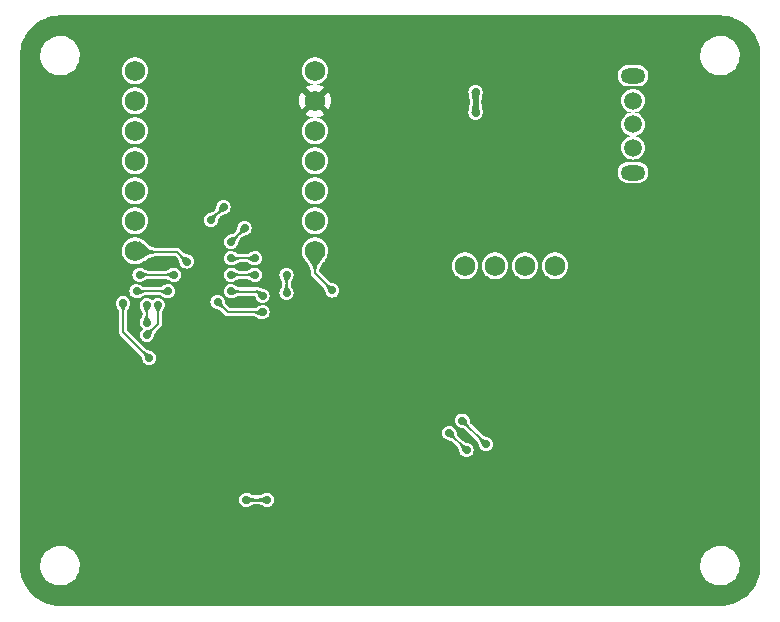
<source format=gbr>
%TF.GenerationSoftware,KiCad,Pcbnew,7.0.11*%
%TF.CreationDate,2024-02-24T16:34:23-05:00*%
%TF.ProjectId,destinationWeatherStation_r4-5,64657374-696e-4617-9469-6f6e57656174,03*%
%TF.SameCoordinates,Original*%
%TF.FileFunction,Copper,L2,Bot*%
%TF.FilePolarity,Positive*%
%FSLAX46Y46*%
G04 Gerber Fmt 4.6, Leading zero omitted, Abs format (unit mm)*
G04 Created by KiCad (PCBNEW 7.0.11) date 2024-02-24 16:34:23*
%MOMM*%
%LPD*%
G01*
G04 APERTURE LIST*
%TA.AperFunction,ComponentPad*%
%ADD10O,2.100000X1.300000*%
%TD*%
%TA.AperFunction,ComponentPad*%
%ADD11C,1.500000*%
%TD*%
%TA.AperFunction,ComponentPad*%
%ADD12C,1.750000*%
%TD*%
%TA.AperFunction,ViaPad*%
%ADD13C,0.700000*%
%TD*%
%TA.AperFunction,ViaPad*%
%ADD14C,1.000000*%
%TD*%
%TA.AperFunction,ViaPad*%
%ADD15C,0.800000*%
%TD*%
%TA.AperFunction,Conductor*%
%ADD16C,0.250000*%
%TD*%
%TA.AperFunction,Conductor*%
%ADD17C,0.500000*%
%TD*%
%TA.AperFunction,Conductor*%
%ADD18C,0.200000*%
%TD*%
G04 APERTURE END LIST*
D10*
%TO.P,SW1,*%
%TO.N,*%
X165354000Y-84830000D03*
X165354000Y-76630000D03*
D11*
%TO.P,SW1,1,A*%
%TO.N,Net-(SW1-A)*%
X165354000Y-82730000D03*
%TO.P,SW1,2,B*%
%TO.N,Net-(J1-Pin_1)*%
X165354000Y-80730000D03*
%TO.P,SW1,3,C*%
%TO.N,unconnected-(SW1-C-Pad3)*%
X165354000Y-78730000D03*
%TD*%
D12*
%TO.P,U1,1,D0*%
%TO.N,/SW2*%
X123190000Y-76200000D03*
%TO.P,U1,2,D1*%
%TO.N,/SW3*%
X123190000Y-78740000D03*
%TO.P,U1,3,D2*%
%TO.N,/CD*%
X123190000Y-81280000D03*
%TO.P,U1,4,D3*%
%TO.N,/CS_SD*%
X123190000Y-83820000D03*
%TO.P,U1,5,D4*%
%TO.N,/SDA*%
X123190000Y-86360000D03*
%TO.P,U1,6,D5*%
%TO.N,/SCL*%
X123190000Y-88900000D03*
%TO.P,U1,7,D6*%
%TO.N,/SW4*%
X123190000Y-91440000D03*
%TO.P,U1,8,D7*%
%TO.N,/SW5*%
X138430000Y-91440000D03*
%TO.P,U1,9,D8*%
%TO.N,/SCK*%
X138430000Y-88900000D03*
%TO.P,U1,10,D9*%
%TO.N,/MISO*%
X138430000Y-86360000D03*
%TO.P,U1,11,D10*%
%TO.N,/MOSI*%
X138430000Y-83820000D03*
%TO.P,U1,12,3V3*%
%TO.N,+3V3*%
X138430000Y-81280000D03*
%TO.P,U1,13,GND*%
%TO.N,GND*%
X138430000Y-78740000D03*
%TO.P,U1,14,VIN*%
%TO.N,VCC*%
X138430000Y-76200000D03*
%TD*%
%TO.P,U3,1,GND*%
%TO.N,/OLED1*%
X151130000Y-92710000D03*
%TO.P,U3,2,VCC*%
%TO.N,/OLED2*%
X153670000Y-92710000D03*
%TO.P,U3,3,SCL*%
%TO.N,/SCL*%
X156210000Y-92710000D03*
%TO.P,U3,4,SDA*%
%TO.N,/SDA*%
X158750000Y-92710000D03*
%TD*%
D13*
%TO.N,+3V3*%
X132594000Y-112528000D03*
X134366000Y-112522000D03*
%TO.N,GND*%
X140335000Y-90170000D03*
X117475000Y-92710000D03*
X165100000Y-74930000D03*
X132715000Y-78105000D03*
X168910000Y-92710000D03*
X172085000Y-92710000D03*
X166370000Y-101600000D03*
X146050000Y-99060000D03*
X152400000Y-91440000D03*
X117602000Y-95504000D03*
X172085000Y-102870000D03*
X140970000Y-93980000D03*
X137160000Y-107950000D03*
X125730000Y-88265000D03*
X147955000Y-76835000D03*
X160655000Y-88900000D03*
X127635000Y-78105000D03*
X130175000Y-80645000D03*
X158750000Y-104140000D03*
X128905000Y-100330000D03*
X146050000Y-104140000D03*
X160147000Y-76581000D03*
X168910000Y-77470000D03*
X134620000Y-105410000D03*
X166370000Y-96520000D03*
X140335000Y-73025000D03*
X128905000Y-109855000D03*
X168910000Y-112395000D03*
X135255000Y-80645000D03*
X157480000Y-74930000D03*
X168910000Y-82550000D03*
X137160000Y-92837000D03*
X139065000Y-100965000D03*
X151130000Y-109855000D03*
X117914000Y-103034000D03*
X116332000Y-114681000D03*
X159258000Y-79375000D03*
X134620000Y-100330000D03*
X153670000Y-101600000D03*
X166370000Y-120015000D03*
X115951000Y-95504000D03*
X172085000Y-100330000D03*
X148590000Y-112395000D03*
X172085000Y-107950000D03*
X166370000Y-92710000D03*
X161290000Y-120015000D03*
X123825000Y-109855000D03*
X136525000Y-76835000D03*
X140335000Y-80010000D03*
X168910000Y-104140000D03*
X115570000Y-83185000D03*
X148590000Y-117475000D03*
X175260000Y-96520000D03*
X153670000Y-96520000D03*
X171450000Y-109855000D03*
X168910000Y-80010000D03*
X172085000Y-88011000D03*
X114300000Y-113030000D03*
X119380000Y-76200000D03*
X134620000Y-74930000D03*
X161290000Y-109855000D03*
X173990000Y-112395000D03*
D14*
X132334000Y-118999000D03*
D13*
X118110000Y-80645000D03*
X168910000Y-85090000D03*
X146050000Y-93980000D03*
X142240000Y-81915000D03*
X118110000Y-113030000D03*
X160147000Y-81407000D03*
X135255000Y-85598000D03*
X142240000Y-107950000D03*
X160147000Y-79248000D03*
X137160000Y-102870000D03*
X168910000Y-87630000D03*
X118745000Y-109855000D03*
X115570000Y-87630000D03*
X158115000Y-86995000D03*
X147955000Y-73025000D03*
X161290000Y-74930000D03*
X160020000Y-91440000D03*
X172085000Y-97790000D03*
X126365000Y-117475000D03*
X118745000Y-114935000D03*
X152019000Y-83058000D03*
X127635000Y-83185000D03*
X162560000Y-93980000D03*
X142240000Y-113030000D03*
X166370000Y-87630000D03*
X128905000Y-104775000D03*
X175260000Y-82550000D03*
X160147000Y-75438000D03*
X151130000Y-120015000D03*
X172085000Y-105410000D03*
X146050000Y-74930000D03*
D15*
X168910000Y-73025000D03*
D13*
X175260000Y-92710000D03*
X153670000Y-112395000D03*
X163830000Y-112395000D03*
X175260000Y-77470000D03*
X130175000Y-85725000D03*
X160147000Y-77470000D03*
X143510000Y-101600000D03*
X172085000Y-95250000D03*
X159385000Y-73025000D03*
X120015000Y-95250000D03*
X152400000Y-93980000D03*
X163195000Y-76835000D03*
X163195000Y-80645000D03*
X125095000Y-80645000D03*
X148590000Y-96520000D03*
X168910000Y-99060000D03*
X151765000Y-73025000D03*
X171450000Y-120015000D03*
X142240000Y-74930000D03*
X175260000Y-87630000D03*
X135255000Y-87630000D03*
X144145000Y-80010000D03*
X151638000Y-81153000D03*
X144145000Y-83820000D03*
X148590000Y-91440000D03*
X151130000Y-99060000D03*
X163830000Y-104140000D03*
X138430000Y-96520000D03*
X132715000Y-83185000D03*
X135255000Y-91694000D03*
X168910000Y-117475000D03*
X134620000Y-110490000D03*
X146685000Y-108585000D03*
X144145000Y-73025000D03*
X121285000Y-112395000D03*
X132715000Y-73025000D03*
X146050000Y-114935000D03*
X146050000Y-120015000D03*
X123825000Y-114935000D03*
X168910000Y-90170000D03*
X166370000Y-109855000D03*
X156210000Y-114935000D03*
X160147000Y-80391000D03*
X136525000Y-98425000D03*
X146050000Y-88900000D03*
X140335000Y-76835000D03*
X152400000Y-89662000D03*
X122174000Y-99568000D03*
X118745000Y-120015000D03*
X156210000Y-109855000D03*
X143510000Y-86360000D03*
X120015000Y-92710000D03*
X157480000Y-91440000D03*
X128905000Y-114935000D03*
X136525000Y-73025000D03*
X115570000Y-78740000D03*
X143510000Y-117475000D03*
X159258000Y-75438000D03*
X130175000Y-75565000D03*
X132461000Y-88011000D03*
X137160000Y-113030000D03*
X119380000Y-72390000D03*
X128905000Y-117475000D03*
X154940000Y-93980000D03*
X161290000Y-85090000D03*
X148590000Y-86360000D03*
X163830000Y-90170000D03*
X156210000Y-106680000D03*
X144780000Y-110490000D03*
X160020000Y-96520000D03*
X158750000Y-117475000D03*
X160020000Y-93980000D03*
X139700000Y-115570000D03*
X156210000Y-120015000D03*
X143510000Y-96520000D03*
X175260000Y-101600000D03*
X116205000Y-111125000D03*
X141605000Y-103505000D03*
X161290000Y-101600000D03*
X140970000Y-99060000D03*
X117221000Y-101473000D03*
X161290000Y-114935000D03*
X163830000Y-117475000D03*
D14*
X134620000Y-114681000D03*
D13*
X153670000Y-117475000D03*
X171450000Y-114935000D03*
X161290000Y-106680000D03*
X123825000Y-120015000D03*
X125730000Y-85725000D03*
X128905000Y-73025000D03*
X143510000Y-91440000D03*
X147955000Y-83820000D03*
D15*
X118872000Y-99695000D03*
D13*
X120650000Y-83185000D03*
X166370000Y-106680000D03*
X155575000Y-73025000D03*
X163830000Y-87630000D03*
D14*
X118008400Y-86131400D03*
D13*
X128905000Y-120015000D03*
X159258000Y-77470000D03*
X125730000Y-90805000D03*
X148590000Y-106680000D03*
X139700000Y-105410000D03*
X158750000Y-112395000D03*
X163830000Y-99060000D03*
X175260000Y-106680000D03*
X140335000Y-87630000D03*
X121285000Y-117475000D03*
X116205000Y-107315000D03*
X151130000Y-114935000D03*
X128270000Y-88265000D03*
X149860000Y-81915000D03*
X125095000Y-75565000D03*
X159258000Y-81280000D03*
X163195000Y-73025000D03*
X121412000Y-102870000D03*
X126365000Y-112395000D03*
X140970000Y-120015000D03*
X144145000Y-106045000D03*
X151130000Y-104140000D03*
X140335000Y-85090000D03*
X120015000Y-90170000D03*
X139700000Y-110490000D03*
X148590000Y-101600000D03*
X166370000Y-114935000D03*
X153670000Y-74930000D03*
X154940000Y-91440000D03*
X166370000Y-90170000D03*
%TO.N,VCC*%
X152019000Y-77978000D03*
X152019000Y-79756000D03*
%TO.N,/SDA*%
X123317000Y-94869000D03*
X130175000Y-95758000D03*
X125984000Y-94869000D03*
X133985000Y-96647000D03*
%TO.N,/SCL*%
X133985000Y-95250000D03*
X126492000Y-93472000D03*
X123571000Y-93472000D03*
X131318000Y-94869000D03*
%TO.N,/MISO*%
X124180600Y-97536000D03*
X124180600Y-96012000D03*
X129603500Y-88836500D03*
X130683000Y-87757000D03*
%TO.N,/SCK*%
X132461000Y-89535000D03*
X125120400Y-96012000D03*
X131318000Y-90678000D03*
X124191500Y-98552000D03*
%TO.N,/MOSI*%
X133350000Y-92075000D03*
X131318000Y-92075000D03*
%TO.N,/CS_SD*%
X122174000Y-95885000D03*
X124396500Y-100520500D03*
%TO.N,/SW4*%
X149793190Y-106867190D03*
X151257000Y-108331000D03*
X136017000Y-93472000D03*
X131318000Y-93472000D03*
X133350000Y-93472000D03*
X127558800Y-92354400D03*
X136017000Y-94996000D03*
%TO.N,/SW5*%
X139890500Y-94805500D03*
X152908000Y-107823000D03*
X150904617Y-105819617D03*
%TD*%
D16*
%TO.N,+3V3*%
X134360000Y-112528000D02*
X134366000Y-112522000D01*
X132594000Y-112528000D02*
X134360000Y-112528000D01*
D17*
%TO.N,VCC*%
X152019000Y-79756000D02*
X152019000Y-77978000D01*
D18*
%TO.N,/SDA*%
X123317000Y-94869000D02*
X125984000Y-94869000D01*
X131064000Y-96647000D02*
X133985000Y-96647000D01*
X130175000Y-95758000D02*
X131064000Y-96647000D01*
%TO.N,/SCL*%
X133985000Y-95250000D02*
X133629400Y-94894400D01*
X133629400Y-94894400D02*
X131318000Y-94894400D01*
X123571000Y-93472000D02*
X126492000Y-93472000D01*
%TO.N,/MISO*%
X124180600Y-96012000D02*
X124180600Y-97536000D01*
X129603500Y-88836500D02*
X130683000Y-87757000D01*
X124186000Y-96012000D02*
X124206000Y-96032000D01*
%TO.N,/SCK*%
X132461000Y-89535000D02*
X131318000Y-90678000D01*
X125120400Y-96012000D02*
X125120400Y-97623100D01*
X125120400Y-97623100D02*
X124191500Y-98552000D01*
%TO.N,/MOSI*%
X131318000Y-92075000D02*
X133350000Y-92075000D01*
%TO.N,/CS_SD*%
X122174000Y-98298000D02*
X122174000Y-95885000D01*
X124396500Y-100520500D02*
X122174000Y-98298000D01*
%TO.N,/SW4*%
X151257000Y-108331000D02*
X149793190Y-106867190D01*
X123317000Y-91567000D02*
X123190000Y-91440000D01*
X127558800Y-92354400D02*
X126771400Y-91567000D01*
X133350000Y-93472000D02*
X131318000Y-93472000D01*
X136017000Y-93472000D02*
X136017000Y-94996000D01*
X126771400Y-91567000D02*
X123317000Y-91567000D01*
%TO.N,/SW5*%
X138430000Y-93345000D02*
X138430000Y-91440000D01*
X152908000Y-107823000D02*
X150904617Y-105819617D01*
X139890500Y-94805500D02*
X138430000Y-93345000D01*
%TD*%
%TA.AperFunction,Conductor*%
%TO.N,/SCK*%
G36*
X131749892Y-90119944D02*
G01*
X131876055Y-90246107D01*
X131879482Y-90254380D01*
X131876696Y-90261958D01*
X131787045Y-90367417D01*
X131787042Y-90367421D01*
X131738975Y-90462208D01*
X131714995Y-90555967D01*
X131690754Y-90665968D01*
X131690409Y-90667205D01*
X131645359Y-90800133D01*
X131639458Y-90806869D01*
X131630523Y-90807459D01*
X131629829Y-90807199D01*
X131321808Y-90680563D01*
X131315460Y-90674249D01*
X131188800Y-90366168D01*
X131188823Y-90357216D01*
X131195172Y-90350901D01*
X131195855Y-90350644D01*
X131328801Y-90305586D01*
X131330026Y-90305244D01*
X131440022Y-90281004D01*
X131533789Y-90257023D01*
X131628578Y-90208955D01*
X131734043Y-90119302D01*
X131742564Y-90116555D01*
X131749892Y-90119944D01*
G37*
%TD.AperFunction*%
%TD*%
%TA.AperFunction,Conductor*%
%TO.N,/SW5*%
G36*
X139474456Y-94246802D02*
G01*
X139579920Y-94336455D01*
X139674709Y-94384523D01*
X139741418Y-94401584D01*
X139768467Y-94408502D01*
X139768475Y-94408503D01*
X139768476Y-94408504D01*
X139878467Y-94432743D01*
X139879703Y-94433088D01*
X140012634Y-94478141D01*
X140019369Y-94484042D01*
X140019959Y-94492978D01*
X140019699Y-94493671D01*
X139893063Y-94801691D01*
X139886748Y-94808040D01*
X139886691Y-94808063D01*
X139578671Y-94934699D01*
X139569716Y-94934676D01*
X139563401Y-94928327D01*
X139563141Y-94927634D01*
X139518088Y-94794703D01*
X139517743Y-94793465D01*
X139493502Y-94683467D01*
X139486584Y-94656418D01*
X139469523Y-94589709D01*
X139421455Y-94494920D01*
X139331802Y-94389456D01*
X139329055Y-94380935D01*
X139332443Y-94373608D01*
X139458608Y-94247443D01*
X139466880Y-94244017D01*
X139474456Y-94246802D01*
G37*
%TD.AperFunction*%
%TD*%
%TA.AperFunction,Conductor*%
%TO.N,/SDA*%
G36*
X130495784Y-95628823D02*
G01*
X130502099Y-95635172D01*
X130502359Y-95635866D01*
X130547410Y-95768793D01*
X130547755Y-95770030D01*
X130571995Y-95880030D01*
X130595975Y-95973789D01*
X130644043Y-96068578D01*
X130696781Y-96130617D01*
X130733696Y-96174041D01*
X130736444Y-96182564D01*
X130733055Y-96189892D01*
X130606892Y-96316055D01*
X130598619Y-96319482D01*
X130591041Y-96316696D01*
X130485580Y-96227045D01*
X130485578Y-96227043D01*
X130390789Y-96178975D01*
X130297030Y-96154995D01*
X130187030Y-96130755D01*
X130185793Y-96130410D01*
X130052866Y-96085359D01*
X130046130Y-96079458D01*
X130045540Y-96070523D01*
X130045790Y-96069853D01*
X130172437Y-95761806D01*
X130178748Y-95755461D01*
X130486831Y-95628800D01*
X130495784Y-95628823D01*
G37*
%TD.AperFunction*%
%TD*%
%TA.AperFunction,Conductor*%
%TO.N,/SCL*%
G36*
X133444893Y-94795398D02*
G01*
X133569721Y-94805296D01*
X133571847Y-94805665D01*
X133666818Y-94831424D01*
X133667894Y-94831773D01*
X133749928Y-94862827D01*
X133749932Y-94862828D01*
X133846489Y-94889017D01*
X133963955Y-94898331D01*
X133974255Y-94899148D01*
X133982231Y-94903218D01*
X133985030Y-94910778D01*
X133985977Y-95242149D01*
X133982574Y-95250431D01*
X133978743Y-95252996D01*
X133673675Y-95378970D01*
X133664720Y-95378961D01*
X133658395Y-95372622D01*
X133657981Y-95371446D01*
X133626468Y-95263908D01*
X133626158Y-95262549D01*
X133608639Y-95156612D01*
X133585754Y-95071378D01*
X133534634Y-95014865D01*
X133534633Y-95014864D01*
X133441700Y-94996280D01*
X133434259Y-94991297D01*
X133432294Y-94984807D01*
X133432294Y-94807063D01*
X133435721Y-94798790D01*
X133443994Y-94795363D01*
X133444893Y-94795398D01*
G37*
%TD.AperFunction*%
%TD*%
%TA.AperFunction,Conductor*%
%TO.N,/SCK*%
G36*
X125124878Y-96012868D02*
G01*
X125432254Y-96141138D01*
X125438569Y-96147487D01*
X125438546Y-96156442D01*
X125438239Y-96157116D01*
X125376101Y-96282966D01*
X125375470Y-96284085D01*
X125314826Y-96379013D01*
X125265488Y-96462256D01*
X125265486Y-96462263D01*
X125232451Y-96563272D01*
X125221271Y-96701245D01*
X125217187Y-96709214D01*
X125209609Y-96712000D01*
X125031190Y-96712000D01*
X125022917Y-96708573D01*
X125019528Y-96701245D01*
X125008348Y-96563277D01*
X125008347Y-96563274D01*
X125008347Y-96563272D01*
X124992070Y-96513506D01*
X124975311Y-96462261D01*
X124975309Y-96462259D01*
X124975309Y-96462256D01*
X124925971Y-96379013D01*
X124925964Y-96379001D01*
X124865323Y-96284076D01*
X124864701Y-96282974D01*
X124802559Y-96157114D01*
X124801970Y-96148180D01*
X124807871Y-96141445D01*
X124808525Y-96141146D01*
X125115894Y-96012879D01*
X125124849Y-96012857D01*
X125124878Y-96012868D01*
G37*
%TD.AperFunction*%
%TD*%
%TA.AperFunction,Conductor*%
%TO.N,VCC*%
G36*
X152356618Y-77977964D02*
G01*
X152364881Y-77981415D01*
X152368284Y-77989697D01*
X152368263Y-77990360D01*
X152358648Y-78151803D01*
X152358437Y-78153425D01*
X152333885Y-78274883D01*
X152333681Y-78275729D01*
X152304200Y-78380684D01*
X152304199Y-78380692D01*
X152279400Y-78503372D01*
X152279399Y-78503384D01*
X152269655Y-78666996D01*
X152265743Y-78675050D01*
X152257976Y-78678000D01*
X151780024Y-78678000D01*
X151771751Y-78674573D01*
X151768345Y-78666996D01*
X151758600Y-78503384D01*
X151758600Y-78503376D01*
X151733799Y-78380688D01*
X151704314Y-78275718D01*
X151704113Y-78274883D01*
X151679562Y-78153425D01*
X151679351Y-78151803D01*
X151669736Y-77990360D01*
X151672665Y-77981897D01*
X151680719Y-77977985D01*
X151681360Y-77977964D01*
X152019000Y-77977000D01*
X152356618Y-77977964D01*
G37*
%TD.AperFunction*%
%TD*%
%TA.AperFunction,Conductor*%
%TO.N,/MOSI*%
G36*
X133220554Y-91762471D02*
G01*
X133220861Y-91763145D01*
X133349119Y-92070494D01*
X133349142Y-92079449D01*
X133349119Y-92079506D01*
X133220861Y-92386854D01*
X133214512Y-92393169D01*
X133205557Y-92393146D01*
X133204883Y-92392839D01*
X133079032Y-92330701D01*
X133077913Y-92330070D01*
X132982985Y-92269426D01*
X132899742Y-92220088D01*
X132899735Y-92220086D01*
X132798725Y-92187051D01*
X132798727Y-92187051D01*
X132660755Y-92175871D01*
X132652786Y-92171787D01*
X132650000Y-92164209D01*
X132650000Y-91985790D01*
X132653427Y-91977517D01*
X132660753Y-91974128D01*
X132798722Y-91962948D01*
X132798724Y-91962947D01*
X132798726Y-91962947D01*
X132822870Y-91955050D01*
X132899738Y-91929911D01*
X132899740Y-91929909D01*
X132899742Y-91929909D01*
X132928433Y-91912903D01*
X132982998Y-91880564D01*
X133077929Y-91819918D01*
X133079016Y-91819305D01*
X133204885Y-91757159D01*
X133213819Y-91756570D01*
X133220554Y-91762471D01*
G37*
%TD.AperFunction*%
%TD*%
%TA.AperFunction,Conductor*%
%TO.N,/SW5*%
G36*
X139226437Y-91769880D02*
G01*
X139232762Y-91776219D01*
X139232753Y-91785174D01*
X139232244Y-91786242D01*
X139048966Y-92125812D01*
X139047751Y-92127633D01*
X138858247Y-92360877D01*
X138858161Y-92360981D01*
X138692147Y-92560573D01*
X138692146Y-92560575D01*
X138574603Y-92809152D01*
X138531211Y-93179661D01*
X138526845Y-93187479D01*
X138519590Y-93190000D01*
X138340410Y-93190000D01*
X138332137Y-93186573D01*
X138328789Y-93179661D01*
X138285396Y-92809154D01*
X138167853Y-92560575D01*
X138001773Y-92360904D01*
X137812245Y-92127630D01*
X137811032Y-92125812D01*
X137627753Y-91786240D01*
X137626840Y-91777334D01*
X137632493Y-91770389D01*
X137633546Y-91769886D01*
X138425513Y-91440863D01*
X138434465Y-91440855D01*
X139226437Y-91769880D01*
G37*
%TD.AperFunction*%
%TD*%
%TA.AperFunction,Conductor*%
%TO.N,/SCK*%
G36*
X132149146Y-89405790D02*
G01*
X132457191Y-89532436D01*
X132463540Y-89538751D01*
X132463563Y-89538808D01*
X132590199Y-89846829D01*
X132590176Y-89855784D01*
X132583827Y-89862099D01*
X132583133Y-89862359D01*
X132450205Y-89907409D01*
X132448968Y-89907754D01*
X132338967Y-89931995D01*
X132245208Y-89955975D01*
X132150421Y-90004042D01*
X132150417Y-90004045D01*
X132044958Y-90093696D01*
X132036435Y-90096444D01*
X132029107Y-90093055D01*
X131902944Y-89966892D01*
X131899517Y-89958619D01*
X131902302Y-89951043D01*
X131991955Y-89845578D01*
X132040023Y-89750789D01*
X132064004Y-89657022D01*
X132088244Y-89547026D01*
X132088588Y-89545795D01*
X132090976Y-89538751D01*
X132133641Y-89412864D01*
X132139542Y-89406130D01*
X132148478Y-89405540D01*
X132149146Y-89405790D01*
G37*
%TD.AperFunction*%
%TD*%
%TA.AperFunction,Conductor*%
%TO.N,/MISO*%
G36*
X130371146Y-87627790D02*
G01*
X130679191Y-87754436D01*
X130685540Y-87760751D01*
X130685563Y-87760808D01*
X130812199Y-88068829D01*
X130812176Y-88077784D01*
X130805827Y-88084099D01*
X130805133Y-88084359D01*
X130672205Y-88129409D01*
X130670968Y-88129754D01*
X130560967Y-88153995D01*
X130467208Y-88177975D01*
X130372421Y-88226042D01*
X130372417Y-88226045D01*
X130266958Y-88315696D01*
X130258435Y-88318444D01*
X130251107Y-88315055D01*
X130124944Y-88188892D01*
X130121517Y-88180619D01*
X130124302Y-88173043D01*
X130213955Y-88067578D01*
X130262023Y-87972789D01*
X130286004Y-87879022D01*
X130310244Y-87769026D01*
X130310588Y-87767795D01*
X130312976Y-87760751D01*
X130355641Y-87634864D01*
X130361542Y-87628130D01*
X130370478Y-87627540D01*
X130371146Y-87627790D01*
G37*
%TD.AperFunction*%
%TD*%
%TA.AperFunction,Conductor*%
%TO.N,/SDA*%
G36*
X123461442Y-94550853D02*
G01*
X123462102Y-94551153D01*
X123587974Y-94613301D01*
X123589076Y-94613923D01*
X123684001Y-94674564D01*
X123684013Y-94674571D01*
X123767256Y-94723909D01*
X123767259Y-94723909D01*
X123767261Y-94723911D01*
X123835922Y-94746366D01*
X123868273Y-94756947D01*
X123868274Y-94756947D01*
X123868277Y-94756948D01*
X124006246Y-94768128D01*
X124014214Y-94772212D01*
X124017000Y-94779790D01*
X124017000Y-94958209D01*
X124013573Y-94966482D01*
X124006245Y-94969871D01*
X123868272Y-94981051D01*
X123767263Y-95014086D01*
X123767256Y-95014088D01*
X123684013Y-95063426D01*
X123589085Y-95124070D01*
X123587966Y-95124701D01*
X123462116Y-95186839D01*
X123453181Y-95187429D01*
X123446445Y-95181528D01*
X123446138Y-95180854D01*
X123376546Y-95014088D01*
X123317879Y-94873505D01*
X123317857Y-94864551D01*
X123317880Y-94864494D01*
X123446139Y-94557143D01*
X123452487Y-94550830D01*
X123461442Y-94550853D01*
G37*
%TD.AperFunction*%
%TD*%
%TA.AperFunction,Conductor*%
%TO.N,/CS_SD*%
G36*
X123980456Y-99961802D02*
G01*
X124085920Y-100051455D01*
X124180709Y-100099523D01*
X124247418Y-100116584D01*
X124274467Y-100123502D01*
X124274475Y-100123503D01*
X124274476Y-100123504D01*
X124384467Y-100147743D01*
X124385703Y-100148088D01*
X124518634Y-100193141D01*
X124525369Y-100199042D01*
X124525959Y-100207978D01*
X124525699Y-100208671D01*
X124399063Y-100516691D01*
X124392748Y-100523040D01*
X124392691Y-100523063D01*
X124084671Y-100649699D01*
X124075716Y-100649676D01*
X124069401Y-100643327D01*
X124069141Y-100642634D01*
X124024088Y-100509703D01*
X124023743Y-100508465D01*
X123999502Y-100398467D01*
X123992584Y-100371418D01*
X123975523Y-100304709D01*
X123927455Y-100209920D01*
X123837802Y-100104456D01*
X123835055Y-100095935D01*
X123838443Y-100088608D01*
X123964608Y-99962443D01*
X123972880Y-99959017D01*
X123980456Y-99961802D01*
G37*
%TD.AperFunction*%
%TD*%
%TA.AperFunction,Conductor*%
%TO.N,/SW4*%
G36*
X136114483Y-94299427D02*
G01*
X136117871Y-94306753D01*
X136124749Y-94391640D01*
X136129051Y-94444726D01*
X136162086Y-94545735D01*
X136162088Y-94545742D01*
X136211426Y-94628985D01*
X136272070Y-94723913D01*
X136272701Y-94725032D01*
X136334839Y-94850883D01*
X136335429Y-94859819D01*
X136329528Y-94866554D01*
X136328854Y-94866861D01*
X136021506Y-94995119D01*
X136012551Y-94995142D01*
X136012494Y-94995119D01*
X135705145Y-94866861D01*
X135698830Y-94860512D01*
X135698853Y-94851557D01*
X135699148Y-94850908D01*
X135761305Y-94725016D01*
X135761918Y-94723929D01*
X135822564Y-94628998D01*
X135871911Y-94545738D01*
X135904948Y-94444722D01*
X135916128Y-94306753D01*
X135920212Y-94298786D01*
X135927790Y-94296000D01*
X136106210Y-94296000D01*
X136114483Y-94299427D01*
G37*
%TD.AperFunction*%
%TD*%
%TA.AperFunction,Conductor*%
%TO.N,/SDA*%
G36*
X133855554Y-96334471D02*
G01*
X133855861Y-96335145D01*
X133984119Y-96642494D01*
X133984142Y-96651449D01*
X133984119Y-96651506D01*
X133855861Y-96958854D01*
X133849512Y-96965169D01*
X133840557Y-96965146D01*
X133839883Y-96964839D01*
X133714032Y-96902701D01*
X133712913Y-96902070D01*
X133617985Y-96841426D01*
X133534742Y-96792088D01*
X133534735Y-96792086D01*
X133433725Y-96759051D01*
X133433727Y-96759051D01*
X133295755Y-96747871D01*
X133287786Y-96743787D01*
X133285000Y-96736209D01*
X133285000Y-96557790D01*
X133288427Y-96549517D01*
X133295753Y-96546128D01*
X133433722Y-96534948D01*
X133433724Y-96534947D01*
X133433726Y-96534947D01*
X133457870Y-96527050D01*
X133534738Y-96501911D01*
X133534740Y-96501909D01*
X133534742Y-96501909D01*
X133563433Y-96484903D01*
X133617998Y-96452564D01*
X133712929Y-96391918D01*
X133714016Y-96391305D01*
X133839885Y-96329159D01*
X133848819Y-96328570D01*
X133855554Y-96334471D01*
G37*
%TD.AperFunction*%
%TD*%
%TA.AperFunction,Conductor*%
%TO.N,/SCL*%
G36*
X131462359Y-94551052D02*
G01*
X131463211Y-94551449D01*
X131588929Y-94616213D01*
X131590374Y-94617097D01*
X131683509Y-94683931D01*
X131764560Y-94740655D01*
X131863990Y-94779801D01*
X132002389Y-94793365D01*
X132010289Y-94797582D01*
X132012948Y-94805009D01*
X132012948Y-94983447D01*
X132009521Y-94991720D01*
X132002019Y-94995122D01*
X131866762Y-95004059D01*
X131766118Y-95031297D01*
X131766117Y-95031297D01*
X131766115Y-95031298D01*
X131682477Y-95073494D01*
X131682437Y-95073516D01*
X131587652Y-95127832D01*
X131586856Y-95128249D01*
X131463029Y-95187088D01*
X131454086Y-95187543D01*
X131447440Y-95181541D01*
X131447210Y-95181026D01*
X131425012Y-95127832D01*
X131318879Y-94873505D01*
X131318857Y-94864551D01*
X131318880Y-94864494D01*
X131447056Y-94557342D01*
X131453404Y-94551029D01*
X131462359Y-94551052D01*
G37*
%TD.AperFunction*%
%TD*%
%TA.AperFunction,Conductor*%
%TO.N,/MISO*%
G36*
X124278083Y-96839427D02*
G01*
X124281471Y-96846753D01*
X124288349Y-96931640D01*
X124292651Y-96984726D01*
X124325686Y-97085735D01*
X124325688Y-97085742D01*
X124375026Y-97168985D01*
X124435670Y-97263913D01*
X124436301Y-97265032D01*
X124498439Y-97390883D01*
X124499029Y-97399819D01*
X124493128Y-97406554D01*
X124492454Y-97406861D01*
X124185106Y-97535119D01*
X124176151Y-97535142D01*
X124176094Y-97535119D01*
X123868745Y-97406861D01*
X123862430Y-97400512D01*
X123862453Y-97391557D01*
X123862748Y-97390908D01*
X123924905Y-97265016D01*
X123925518Y-97263929D01*
X123986164Y-97168998D01*
X124035511Y-97085738D01*
X124068548Y-96984722D01*
X124079728Y-96846753D01*
X124083812Y-96838786D01*
X124091390Y-96836000D01*
X124269810Y-96836000D01*
X124278083Y-96839427D01*
G37*
%TD.AperFunction*%
%TD*%
%TA.AperFunction,Conductor*%
%TO.N,/SCK*%
G36*
X124623392Y-97993944D02*
G01*
X124749555Y-98120107D01*
X124752982Y-98128380D01*
X124750196Y-98135958D01*
X124660545Y-98241417D01*
X124660542Y-98241421D01*
X124612475Y-98336208D01*
X124588495Y-98429967D01*
X124564254Y-98539968D01*
X124563909Y-98541205D01*
X124518859Y-98674133D01*
X124512958Y-98680869D01*
X124504023Y-98681459D01*
X124503329Y-98681199D01*
X124195308Y-98554563D01*
X124188960Y-98548249D01*
X124062300Y-98240168D01*
X124062323Y-98231216D01*
X124068672Y-98224901D01*
X124069355Y-98224644D01*
X124202301Y-98179586D01*
X124203526Y-98179244D01*
X124313522Y-98155004D01*
X124407289Y-98131023D01*
X124502078Y-98082955D01*
X124607543Y-97993302D01*
X124616064Y-97990555D01*
X124623392Y-97993944D01*
G37*
%TD.AperFunction*%
%TD*%
%TA.AperFunction,Conductor*%
%TO.N,/SW4*%
G36*
X131462442Y-93153853D02*
G01*
X131463102Y-93154153D01*
X131588974Y-93216301D01*
X131590076Y-93216923D01*
X131685001Y-93277564D01*
X131685013Y-93277571D01*
X131768256Y-93326909D01*
X131768259Y-93326909D01*
X131768261Y-93326911D01*
X131836922Y-93349366D01*
X131869273Y-93359947D01*
X131869274Y-93359947D01*
X131869277Y-93359948D01*
X132007246Y-93371128D01*
X132015214Y-93375212D01*
X132018000Y-93382790D01*
X132018000Y-93561209D01*
X132014573Y-93569482D01*
X132007245Y-93572871D01*
X131869272Y-93584051D01*
X131768263Y-93617086D01*
X131768256Y-93617088D01*
X131685013Y-93666426D01*
X131590085Y-93727070D01*
X131588966Y-93727701D01*
X131463116Y-93789839D01*
X131454181Y-93790429D01*
X131447445Y-93784528D01*
X131447138Y-93783854D01*
X131377546Y-93617088D01*
X131318879Y-93476505D01*
X131318857Y-93467551D01*
X131318880Y-93467494D01*
X131447139Y-93160143D01*
X131453487Y-93153830D01*
X131462442Y-93153853D01*
G37*
%TD.AperFunction*%
%TD*%
%TA.AperFunction,Conductor*%
%TO.N,/SW4*%
G36*
X150840956Y-107772302D02*
G01*
X150946420Y-107861955D01*
X151041209Y-107910023D01*
X151107918Y-107927084D01*
X151134967Y-107934002D01*
X151134975Y-107934003D01*
X151134976Y-107934004D01*
X151244967Y-107958243D01*
X151246203Y-107958588D01*
X151379134Y-108003641D01*
X151385869Y-108009542D01*
X151386459Y-108018478D01*
X151386199Y-108019171D01*
X151259563Y-108327191D01*
X151253248Y-108333540D01*
X151253191Y-108333563D01*
X150945171Y-108460199D01*
X150936216Y-108460176D01*
X150929901Y-108453827D01*
X150929641Y-108453134D01*
X150884588Y-108320203D01*
X150884243Y-108318965D01*
X150860002Y-108208967D01*
X150853084Y-108181918D01*
X150836023Y-108115209D01*
X150787955Y-108020420D01*
X150698302Y-107914956D01*
X150695555Y-107906435D01*
X150698943Y-107899108D01*
X150825108Y-107772943D01*
X150833380Y-107769517D01*
X150840956Y-107772302D01*
G37*
%TD.AperFunction*%
%TD*%
%TA.AperFunction,Conductor*%
%TO.N,/SW5*%
G36*
X152491956Y-107264302D02*
G01*
X152597420Y-107353955D01*
X152692209Y-107402023D01*
X152758918Y-107419084D01*
X152785967Y-107426002D01*
X152785975Y-107426003D01*
X152785976Y-107426004D01*
X152895967Y-107450243D01*
X152897203Y-107450588D01*
X153030134Y-107495641D01*
X153036869Y-107501542D01*
X153037459Y-107510478D01*
X153037199Y-107511171D01*
X152910563Y-107819191D01*
X152904248Y-107825540D01*
X152904191Y-107825563D01*
X152596171Y-107952199D01*
X152587216Y-107952176D01*
X152580901Y-107945827D01*
X152580641Y-107945134D01*
X152535588Y-107812203D01*
X152535243Y-107810965D01*
X152511002Y-107700967D01*
X152504084Y-107673918D01*
X152487023Y-107607209D01*
X152438955Y-107512420D01*
X152349302Y-107406956D01*
X152346555Y-107398435D01*
X152349943Y-107391108D01*
X152476108Y-107264943D01*
X152484380Y-107261517D01*
X152491956Y-107264302D01*
G37*
%TD.AperFunction*%
%TD*%
%TA.AperFunction,Conductor*%
%TO.N,/SCL*%
G36*
X123715442Y-93153853D02*
G01*
X123716102Y-93154153D01*
X123841974Y-93216301D01*
X123843076Y-93216923D01*
X123938001Y-93277564D01*
X123938013Y-93277571D01*
X124021256Y-93326909D01*
X124021259Y-93326909D01*
X124021261Y-93326911D01*
X124089922Y-93349366D01*
X124122273Y-93359947D01*
X124122274Y-93359947D01*
X124122277Y-93359948D01*
X124260246Y-93371128D01*
X124268214Y-93375212D01*
X124271000Y-93382790D01*
X124271000Y-93561209D01*
X124267573Y-93569482D01*
X124260245Y-93572871D01*
X124122272Y-93584051D01*
X124021263Y-93617086D01*
X124021256Y-93617088D01*
X123938013Y-93666426D01*
X123843085Y-93727070D01*
X123841966Y-93727701D01*
X123716116Y-93789839D01*
X123707181Y-93790429D01*
X123700445Y-93784528D01*
X123700138Y-93783854D01*
X123630546Y-93617088D01*
X123571879Y-93476505D01*
X123571857Y-93467551D01*
X123571880Y-93467494D01*
X123700139Y-93160143D01*
X123706487Y-93153830D01*
X123715442Y-93153853D01*
G37*
%TD.AperFunction*%
%TD*%
%TA.AperFunction,Conductor*%
%TO.N,/SW4*%
G36*
X150113974Y-106738013D02*
G01*
X150120289Y-106744362D01*
X150120549Y-106745056D01*
X150165600Y-106877983D01*
X150165945Y-106879220D01*
X150190185Y-106989220D01*
X150214165Y-107082979D01*
X150262233Y-107177768D01*
X150314971Y-107239807D01*
X150351886Y-107283231D01*
X150354634Y-107291754D01*
X150351245Y-107299082D01*
X150225082Y-107425245D01*
X150216809Y-107428672D01*
X150209231Y-107425886D01*
X150103770Y-107336235D01*
X150103768Y-107336233D01*
X150008979Y-107288165D01*
X149915220Y-107264185D01*
X149805220Y-107239945D01*
X149803983Y-107239600D01*
X149671056Y-107194549D01*
X149664320Y-107188648D01*
X149663730Y-107179713D01*
X149663980Y-107179043D01*
X149790627Y-106870996D01*
X149796938Y-106864651D01*
X150105021Y-106737990D01*
X150113974Y-106738013D01*
G37*
%TD.AperFunction*%
%TD*%
%TA.AperFunction,Conductor*%
%TO.N,VCC*%
G36*
X152266249Y-79059427D02*
G01*
X152269655Y-79067004D01*
X152279399Y-79230614D01*
X152279400Y-79230626D01*
X152304199Y-79353314D01*
X152333682Y-79458269D01*
X152333886Y-79459115D01*
X152358437Y-79580573D01*
X152358648Y-79582195D01*
X152368263Y-79743639D01*
X152365334Y-79752102D01*
X152357280Y-79756014D01*
X152356617Y-79756035D01*
X152019033Y-79756999D01*
X152018967Y-79756999D01*
X151681382Y-79756035D01*
X151673118Y-79752584D01*
X151669715Y-79744302D01*
X151669736Y-79743639D01*
X151679351Y-79582195D01*
X151679562Y-79580573D01*
X151704116Y-79459097D01*
X151704311Y-79458286D01*
X151733800Y-79353311D01*
X151758600Y-79230623D01*
X151768345Y-79067004D01*
X151772257Y-79058950D01*
X151780024Y-79056000D01*
X152257976Y-79056000D01*
X152266249Y-79059427D01*
G37*
%TD.AperFunction*%
%TD*%
%TA.AperFunction,Conductor*%
%TO.N,/SW4*%
G36*
X127142756Y-91795702D02*
G01*
X127248220Y-91885355D01*
X127343009Y-91933423D01*
X127409718Y-91950484D01*
X127436767Y-91957402D01*
X127436775Y-91957403D01*
X127436776Y-91957404D01*
X127546767Y-91981643D01*
X127548003Y-91981988D01*
X127680934Y-92027041D01*
X127687669Y-92032942D01*
X127688259Y-92041878D01*
X127687999Y-92042571D01*
X127561363Y-92350591D01*
X127555048Y-92356940D01*
X127554991Y-92356963D01*
X127246971Y-92483599D01*
X127238016Y-92483576D01*
X127231701Y-92477227D01*
X127231441Y-92476534D01*
X127186388Y-92343603D01*
X127186043Y-92342365D01*
X127161802Y-92232367D01*
X127154884Y-92205318D01*
X127137823Y-92138609D01*
X127089755Y-92043820D01*
X127000102Y-91938356D01*
X126997355Y-91929835D01*
X127000743Y-91922508D01*
X127126908Y-91796343D01*
X127135180Y-91792917D01*
X127142756Y-91795702D01*
G37*
%TD.AperFunction*%
%TD*%
%TA.AperFunction,Conductor*%
%TO.N,/SDA*%
G36*
X125854554Y-94556471D02*
G01*
X125854861Y-94557145D01*
X125983119Y-94864494D01*
X125983142Y-94873449D01*
X125983119Y-94873506D01*
X125854861Y-95180854D01*
X125848512Y-95187169D01*
X125839557Y-95187146D01*
X125838883Y-95186839D01*
X125713032Y-95124701D01*
X125711913Y-95124070D01*
X125616985Y-95063426D01*
X125533742Y-95014088D01*
X125533735Y-95014086D01*
X125432725Y-94981051D01*
X125432727Y-94981051D01*
X125294755Y-94969871D01*
X125286786Y-94965787D01*
X125284000Y-94958209D01*
X125284000Y-94779790D01*
X125287427Y-94771517D01*
X125294753Y-94768128D01*
X125432722Y-94756948D01*
X125533737Y-94723911D01*
X125616998Y-94674564D01*
X125711929Y-94613918D01*
X125713016Y-94613305D01*
X125838885Y-94551159D01*
X125847819Y-94550570D01*
X125854554Y-94556471D01*
G37*
%TD.AperFunction*%
%TD*%
%TA.AperFunction,Conductor*%
%TO.N,/MISO*%
G36*
X124185078Y-96012868D02*
G01*
X124492454Y-96141138D01*
X124498769Y-96147487D01*
X124498746Y-96156442D01*
X124498439Y-96157116D01*
X124436301Y-96282966D01*
X124435670Y-96284085D01*
X124375026Y-96379013D01*
X124325688Y-96462256D01*
X124325686Y-96462263D01*
X124292651Y-96563272D01*
X124281471Y-96701245D01*
X124277387Y-96709214D01*
X124269809Y-96712000D01*
X124091390Y-96712000D01*
X124083117Y-96708573D01*
X124079728Y-96701245D01*
X124068548Y-96563277D01*
X124068547Y-96563274D01*
X124068547Y-96563272D01*
X124052270Y-96513506D01*
X124035511Y-96462261D01*
X124035509Y-96462259D01*
X124035509Y-96462256D01*
X123986171Y-96379013D01*
X123986164Y-96379001D01*
X123925523Y-96284076D01*
X123924901Y-96282974D01*
X123862759Y-96157114D01*
X123862170Y-96148180D01*
X123868071Y-96141445D01*
X123868725Y-96141146D01*
X124176094Y-96012879D01*
X124185049Y-96012857D01*
X124185078Y-96012868D01*
G37*
%TD.AperFunction*%
%TD*%
%TA.AperFunction,Conductor*%
%TO.N,+3V3*%
G36*
X134236558Y-112209460D02*
G01*
X134236805Y-112210010D01*
X134365119Y-112517494D01*
X134365142Y-112526449D01*
X134365119Y-112526506D01*
X134236768Y-112834077D01*
X134230419Y-112840392D01*
X134221464Y-112840369D01*
X134220996Y-112840161D01*
X134096455Y-112781671D01*
X134095761Y-112781316D01*
X134000086Y-112728329D01*
X134000078Y-112728325D01*
X133915532Y-112687826D01*
X133814049Y-112662044D01*
X133678174Y-112653676D01*
X133670127Y-112649747D01*
X133667193Y-112641998D01*
X133667193Y-112413917D01*
X133670620Y-112405644D01*
X133678083Y-112402245D01*
X133814634Y-112392780D01*
X133915860Y-112364168D01*
X133999853Y-112320229D01*
X134095175Y-112264276D01*
X134096032Y-112263820D01*
X134220951Y-112203964D01*
X134229893Y-112203480D01*
X134236558Y-112209460D01*
G37*
%TD.AperFunction*%
%TD*%
%TA.AperFunction,Conductor*%
%TO.N,GND*%
G36*
X172720284Y-71520513D02*
G01*
X173053637Y-71536890D01*
X173054723Y-71536997D01*
X173384610Y-71585931D01*
X173385714Y-71586151D01*
X173709176Y-71667174D01*
X173710248Y-71667498D01*
X174024231Y-71779844D01*
X174025269Y-71780274D01*
X174326717Y-71922848D01*
X174327712Y-71923380D01*
X174371368Y-71949546D01*
X174613736Y-72094815D01*
X174614661Y-72095433D01*
X174797142Y-72230771D01*
X174882512Y-72294086D01*
X174883384Y-72294802D01*
X175130462Y-72518739D01*
X175131260Y-72519537D01*
X175355197Y-72766615D01*
X175355913Y-72767487D01*
X175554561Y-73035331D01*
X175555188Y-73036270D01*
X175726619Y-73322287D01*
X175727151Y-73323282D01*
X175869725Y-73624730D01*
X175870157Y-73625773D01*
X175982499Y-73939747D01*
X175982826Y-73940827D01*
X176063847Y-74264284D01*
X176064068Y-74265391D01*
X176113000Y-74595258D01*
X176113110Y-74596381D01*
X176129486Y-74929715D01*
X176129500Y-74930279D01*
X176129500Y-118109720D01*
X176129486Y-118110284D01*
X176113110Y-118443618D01*
X176113000Y-118444741D01*
X176064068Y-118774608D01*
X176063847Y-118775715D01*
X175982826Y-119099172D01*
X175982499Y-119100252D01*
X175870157Y-119414226D01*
X175869725Y-119415269D01*
X175727151Y-119716717D01*
X175726619Y-119717712D01*
X175555188Y-120003729D01*
X175554561Y-120004668D01*
X175355913Y-120272512D01*
X175355197Y-120273384D01*
X175131260Y-120520462D01*
X175130462Y-120521260D01*
X174883384Y-120745197D01*
X174882512Y-120745913D01*
X174614668Y-120944561D01*
X174613729Y-120945188D01*
X174327712Y-121116619D01*
X174326717Y-121117151D01*
X174025269Y-121259725D01*
X174024226Y-121260157D01*
X173710252Y-121372499D01*
X173709172Y-121372826D01*
X173385715Y-121453847D01*
X173384608Y-121454068D01*
X173054741Y-121503000D01*
X173053618Y-121503110D01*
X172720285Y-121519486D01*
X172719721Y-121519500D01*
X116840279Y-121519500D01*
X116839715Y-121519486D01*
X116506381Y-121503110D01*
X116505258Y-121503000D01*
X116175391Y-121454068D01*
X116174284Y-121453847D01*
X115850827Y-121372826D01*
X115849747Y-121372499D01*
X115535773Y-121260157D01*
X115534730Y-121259725D01*
X115233282Y-121117151D01*
X115232287Y-121116619D01*
X114946270Y-120945188D01*
X114945331Y-120944561D01*
X114677487Y-120745913D01*
X114676615Y-120745197D01*
X114429537Y-120521260D01*
X114428739Y-120520462D01*
X114204802Y-120273384D01*
X114204086Y-120272512D01*
X114005438Y-120004668D01*
X114004815Y-120003736D01*
X113862191Y-119765781D01*
X113833380Y-119717712D01*
X113832848Y-119716717D01*
X113690274Y-119415269D01*
X113689842Y-119414226D01*
X113586600Y-119125686D01*
X113577498Y-119100248D01*
X113577173Y-119099172D01*
X113557517Y-119020702D01*
X113496151Y-118775714D01*
X113495931Y-118774608D01*
X113481350Y-118676313D01*
X113446997Y-118444723D01*
X113446890Y-118443637D01*
X113430514Y-118110284D01*
X113430500Y-118109720D01*
X113430500Y-118045818D01*
X115165813Y-118045818D01*
X115175638Y-118302142D01*
X115224473Y-118553952D01*
X115224475Y-118553957D01*
X115311176Y-118795357D01*
X115311175Y-118795357D01*
X115433714Y-119020702D01*
X115493951Y-119099726D01*
X115589213Y-119224697D01*
X115754645Y-119383910D01*
X115774032Y-119402568D01*
X115983819Y-119550129D01*
X115983822Y-119550131D01*
X115983831Y-119550137D01*
X116107660Y-119611448D01*
X116213698Y-119663951D01*
X116213700Y-119663951D01*
X116213701Y-119663952D01*
X116458251Y-119741345D01*
X116549052Y-119755370D01*
X116711737Y-119780499D01*
X116711748Y-119780500D01*
X116904034Y-119780500D01*
X117095743Y-119765782D01*
X117095745Y-119765781D01*
X117095751Y-119765781D01*
X117345508Y-119707336D01*
X117583415Y-119611450D01*
X117803898Y-119480372D01*
X118001788Y-119317173D01*
X118172446Y-119125680D01*
X118311873Y-118910379D01*
X118416801Y-118676319D01*
X118484770Y-118428984D01*
X118514187Y-118174173D01*
X118509267Y-118045818D01*
X171045813Y-118045818D01*
X171055638Y-118302142D01*
X171104473Y-118553952D01*
X171104475Y-118553957D01*
X171191176Y-118795357D01*
X171191175Y-118795357D01*
X171313714Y-119020702D01*
X171373951Y-119099726D01*
X171469213Y-119224697D01*
X171634645Y-119383910D01*
X171654032Y-119402568D01*
X171863819Y-119550129D01*
X171863822Y-119550131D01*
X171863831Y-119550137D01*
X171987660Y-119611448D01*
X172093698Y-119663951D01*
X172093700Y-119663951D01*
X172093701Y-119663952D01*
X172338251Y-119741345D01*
X172429052Y-119755370D01*
X172591737Y-119780499D01*
X172591748Y-119780500D01*
X172784034Y-119780500D01*
X172975743Y-119765782D01*
X172975745Y-119765781D01*
X172975751Y-119765781D01*
X173225508Y-119707336D01*
X173463415Y-119611450D01*
X173683898Y-119480372D01*
X173881788Y-119317173D01*
X174052446Y-119125680D01*
X174191873Y-118910379D01*
X174296801Y-118676319D01*
X174364770Y-118428984D01*
X174394187Y-118174173D01*
X174384362Y-117917858D01*
X174335526Y-117666046D01*
X174248823Y-117424640D01*
X174126286Y-117199298D01*
X173970787Y-116995303D01*
X173785971Y-116817435D01*
X173785967Y-116817431D01*
X173576180Y-116669870D01*
X173576173Y-116669866D01*
X173576169Y-116669863D01*
X173499545Y-116631924D01*
X173346301Y-116556048D01*
X173101754Y-116478656D01*
X173101739Y-116478653D01*
X172848262Y-116439500D01*
X172848252Y-116439500D01*
X172655968Y-116439500D01*
X172655966Y-116439500D01*
X172464256Y-116454217D01*
X172214488Y-116512665D01*
X171976588Y-116608548D01*
X171976583Y-116608551D01*
X171756100Y-116739628D01*
X171558212Y-116902826D01*
X171387559Y-117094313D01*
X171387556Y-117094317D01*
X171248126Y-117309622D01*
X171143201Y-117543676D01*
X171143197Y-117543686D01*
X171075229Y-117791017D01*
X171075229Y-117791019D01*
X171045813Y-118045818D01*
X118509267Y-118045818D01*
X118504362Y-117917858D01*
X118455526Y-117666046D01*
X118368823Y-117424640D01*
X118246286Y-117199298D01*
X118090787Y-116995303D01*
X117905971Y-116817435D01*
X117905967Y-116817431D01*
X117696180Y-116669870D01*
X117696173Y-116669866D01*
X117696169Y-116669863D01*
X117619545Y-116631924D01*
X117466301Y-116556048D01*
X117221754Y-116478656D01*
X117221739Y-116478653D01*
X116968262Y-116439500D01*
X116968252Y-116439500D01*
X116775968Y-116439500D01*
X116775966Y-116439500D01*
X116584256Y-116454217D01*
X116334488Y-116512665D01*
X116096588Y-116608548D01*
X116096583Y-116608551D01*
X115876100Y-116739628D01*
X115678212Y-116902826D01*
X115507559Y-117094313D01*
X115507556Y-117094317D01*
X115368126Y-117309622D01*
X115263201Y-117543676D01*
X115263197Y-117543686D01*
X115195229Y-117791017D01*
X115195229Y-117791019D01*
X115165813Y-118045818D01*
X113430500Y-118045818D01*
X113430500Y-112528000D01*
X131988318Y-112528000D01*
X132008956Y-112684762D01*
X132069464Y-112830841D01*
X132165718Y-112956282D01*
X132291159Y-113052536D01*
X132437238Y-113113044D01*
X132594000Y-113133682D01*
X132750762Y-113113044D01*
X132820656Y-113084092D01*
X132822237Y-113083569D01*
X132848476Y-113076971D01*
X132973470Y-113017713D01*
X132982004Y-113013470D01*
X132982363Y-113013283D01*
X132982794Y-113013059D01*
X132991175Y-113008494D01*
X132997584Y-113004846D01*
X133080618Y-112957581D01*
X133081130Y-112957308D01*
X133134946Y-112930430D01*
X133137100Y-112929613D01*
X133187177Y-112916225D01*
X133189390Y-112915860D01*
X133299681Y-112908672D01*
X133318978Y-112903843D01*
X133321768Y-112903500D01*
X133641286Y-112903500D01*
X133644218Y-112903880D01*
X133649871Y-112905370D01*
X133662469Y-112908693D01*
X133662471Y-112908693D01*
X133662473Y-112908694D01*
X133729728Y-112912835D01*
X133773321Y-112915519D01*
X133775436Y-112915850D01*
X133826931Y-112928932D01*
X133829060Y-112929704D01*
X133872015Y-112950281D01*
X133882572Y-112955338D01*
X133883176Y-112955649D01*
X133972008Y-113004846D01*
X133979389Y-113008776D01*
X133980082Y-113009131D01*
X133983234Y-113010676D01*
X133987843Y-113012936D01*
X134059355Y-113046521D01*
X134112379Y-113071424D01*
X134113532Y-113071951D01*
X134117228Y-113073640D01*
X134117696Y-113073848D01*
X134117732Y-113073864D01*
X134120588Y-113075093D01*
X134123082Y-113076168D01*
X134144610Y-113080507D01*
X134146734Y-113081154D01*
X134209238Y-113107044D01*
X134366000Y-113127682D01*
X134522762Y-113107044D01*
X134668841Y-113046536D01*
X134794282Y-112950282D01*
X134890536Y-112824841D01*
X134951044Y-112678762D01*
X134971682Y-112522000D01*
X134951044Y-112365238D01*
X134890536Y-112219159D01*
X134794282Y-112093718D01*
X134668841Y-111997464D01*
X134522762Y-111936956D01*
X134366000Y-111916318D01*
X134209238Y-111936956D01*
X134138369Y-111966309D01*
X134136819Y-111966825D01*
X134110545Y-111973549D01*
X133985638Y-112033399D01*
X133976010Y-112038264D01*
X133975167Y-112038713D01*
X133975158Y-112038718D01*
X133967613Y-112042938D01*
X133965821Y-112043940D01*
X133876132Y-112096584D01*
X133875642Y-112096856D01*
X133821939Y-112124950D01*
X133819736Y-112125826D01*
X133771729Y-112139396D01*
X133769396Y-112139802D01*
X133660416Y-112147356D01*
X133660415Y-112147356D01*
X133641520Y-112152147D01*
X133638694Y-112152500D01*
X133320527Y-112152500D01*
X133317555Y-112152109D01*
X133299687Y-112147328D01*
X133299684Y-112147327D01*
X133299682Y-112147327D01*
X133278000Y-112145913D01*
X133189395Y-112140137D01*
X133187173Y-112139771D01*
X133137107Y-112126386D01*
X133134941Y-112125565D01*
X133081163Y-112098705D01*
X133080618Y-112098414D01*
X132991174Y-112047502D01*
X132982794Y-112042938D01*
X132982017Y-112042534D01*
X132973438Y-112038269D01*
X132848497Y-111979038D01*
X132848474Y-111979027D01*
X132846008Y-111977892D01*
X132843284Y-111976638D01*
X132843251Y-111976623D01*
X132843220Y-111976609D01*
X132842714Y-111976383D01*
X132842654Y-111976357D01*
X132836905Y-111973873D01*
X132836900Y-111973872D01*
X132815594Y-111969576D01*
X132813466Y-111968928D01*
X132783969Y-111956710D01*
X132750762Y-111942956D01*
X132594000Y-111922318D01*
X132437238Y-111942956D01*
X132291159Y-112003464D01*
X132165718Y-112099718D01*
X132069464Y-112225159D01*
X132008956Y-112371238D01*
X131988318Y-112528000D01*
X113430500Y-112528000D01*
X113430500Y-106867190D01*
X149187508Y-106867190D01*
X149208146Y-107023952D01*
X149268654Y-107170031D01*
X149364908Y-107295472D01*
X149490349Y-107391726D01*
X149564215Y-107422322D01*
X149565557Y-107422984D01*
X149589045Y-107436529D01*
X149655508Y-107459054D01*
X149721965Y-107481578D01*
X149729207Y-107483813D01*
X149735343Y-107485707D01*
X149736580Y-107486052D01*
X149750236Y-107489459D01*
X149855920Y-107512747D01*
X149856272Y-107512831D01*
X149917237Y-107528424D01*
X149919587Y-107529308D01*
X149960076Y-107549840D01*
X149962323Y-107551335D01*
X149987149Y-107572439D01*
X150043747Y-107620553D01*
X150043748Y-107620554D01*
X150043750Y-107620555D01*
X150059579Y-107629796D01*
X150061913Y-107631595D01*
X150493542Y-108063224D01*
X150495456Y-108065760D01*
X150503630Y-108080434D01*
X150503632Y-108080438D01*
X150572851Y-108161863D01*
X150574346Y-108164110D01*
X150594877Y-108204596D01*
X150595761Y-108206948D01*
X150611356Y-108267926D01*
X150611446Y-108268300D01*
X150634735Y-108373974D01*
X150638122Y-108387558D01*
X150638462Y-108388777D01*
X150642614Y-108402234D01*
X150687643Y-108535097D01*
X150690433Y-108542912D01*
X150690681Y-108543575D01*
X150693584Y-108550960D01*
X150693588Y-108550969D01*
X150702363Y-108564178D01*
X150705051Y-108568225D01*
X150706097Y-108570187D01*
X150732464Y-108633841D01*
X150828718Y-108759282D01*
X150954159Y-108855536D01*
X151100238Y-108916044D01*
X151257000Y-108936682D01*
X151413762Y-108916044D01*
X151559841Y-108855536D01*
X151685282Y-108759282D01*
X151781536Y-108633841D01*
X151842044Y-108487762D01*
X151862682Y-108331000D01*
X151842044Y-108174238D01*
X151781536Y-108028159D01*
X151685282Y-107902718D01*
X151559841Y-107806464D01*
X151521789Y-107790702D01*
X151485971Y-107775866D01*
X151484627Y-107775203D01*
X151461150Y-107761663D01*
X151461148Y-107761662D01*
X151461146Y-107761661D01*
X151461141Y-107761659D01*
X151461138Y-107761658D01*
X151328222Y-107716609D01*
X151314898Y-107712496D01*
X151314457Y-107712373D01*
X151313658Y-107712150D01*
X151306742Y-107710424D01*
X151299967Y-107708733D01*
X151194307Y-107685448D01*
X151193933Y-107685358D01*
X151132949Y-107669761D01*
X151130597Y-107668877D01*
X151090110Y-107648346D01*
X151087863Y-107646851D01*
X151006440Y-107577635D01*
X151006435Y-107577631D01*
X150990610Y-107568393D01*
X150988276Y-107566594D01*
X150556645Y-107134963D01*
X150554730Y-107132427D01*
X150546552Y-107117745D01*
X150477335Y-107036323D01*
X150475840Y-107034076D01*
X150455308Y-106993587D01*
X150454424Y-106991236D01*
X150438835Y-106930285D01*
X150438745Y-106929910D01*
X150424924Y-106867190D01*
X150415459Y-106824236D01*
X150412052Y-106810580D01*
X150411707Y-106809343D01*
X150407580Y-106795972D01*
X150362529Y-106663045D01*
X150359809Y-106655420D01*
X150359549Y-106654726D01*
X150356602Y-106647220D01*
X150345132Y-106629954D01*
X150344090Y-106627998D01*
X150317726Y-106564349D01*
X150221472Y-106438908D01*
X150096031Y-106342654D01*
X149949952Y-106282146D01*
X149793190Y-106261508D01*
X149636428Y-106282146D01*
X149490349Y-106342654D01*
X149364908Y-106438908D01*
X149268654Y-106564349D01*
X149208146Y-106710428D01*
X149187508Y-106867190D01*
X113430500Y-106867190D01*
X113430500Y-105819617D01*
X150298935Y-105819617D01*
X150319573Y-105976379D01*
X150380081Y-106122458D01*
X150476335Y-106247899D01*
X150601776Y-106344153D01*
X150675642Y-106374749D01*
X150676984Y-106375411D01*
X150700472Y-106388956D01*
X150766935Y-106411481D01*
X150833392Y-106434005D01*
X150840634Y-106436240D01*
X150846770Y-106438134D01*
X150848007Y-106438479D01*
X150861663Y-106441886D01*
X150967347Y-106465174D01*
X150967699Y-106465258D01*
X151028664Y-106480851D01*
X151031014Y-106481735D01*
X151071503Y-106502267D01*
X151073750Y-106503762D01*
X151155174Y-106572980D01*
X151155175Y-106572981D01*
X151155177Y-106572982D01*
X151171006Y-106582223D01*
X151173340Y-106584022D01*
X152144542Y-107555224D01*
X152146456Y-107557760D01*
X152154630Y-107572434D01*
X152154632Y-107572438D01*
X152223851Y-107653863D01*
X152225346Y-107656110D01*
X152245877Y-107696596D01*
X152246761Y-107698948D01*
X152262356Y-107759926D01*
X152262446Y-107760300D01*
X152285735Y-107865974D01*
X152289122Y-107879558D01*
X152289462Y-107880777D01*
X152293614Y-107894234D01*
X152338643Y-108027097D01*
X152341433Y-108034912D01*
X152341681Y-108035575D01*
X152344584Y-108042960D01*
X152344588Y-108042969D01*
X152353363Y-108056178D01*
X152356051Y-108060225D01*
X152357097Y-108062187D01*
X152364657Y-108080438D01*
X152383464Y-108125841D01*
X152479718Y-108251282D01*
X152605159Y-108347536D01*
X152751238Y-108408044D01*
X152908000Y-108428682D01*
X153064762Y-108408044D01*
X153210841Y-108347536D01*
X153336282Y-108251282D01*
X153432536Y-108125841D01*
X153493044Y-107979762D01*
X153513682Y-107823000D01*
X153493044Y-107666238D01*
X153432536Y-107520159D01*
X153336282Y-107394718D01*
X153210841Y-107298464D01*
X153172789Y-107282702D01*
X153136971Y-107267866D01*
X153135627Y-107267203D01*
X153112150Y-107253663D01*
X153112148Y-107253662D01*
X153112146Y-107253661D01*
X153112141Y-107253659D01*
X153112138Y-107253658D01*
X152979222Y-107208609D01*
X152965898Y-107204496D01*
X152965457Y-107204373D01*
X152964658Y-107204150D01*
X152957742Y-107202424D01*
X152950967Y-107200733D01*
X152845307Y-107177448D01*
X152844933Y-107177358D01*
X152783949Y-107161761D01*
X152781597Y-107160877D01*
X152741110Y-107140346D01*
X152738863Y-107138851D01*
X152657440Y-107069635D01*
X152657435Y-107069631D01*
X152641610Y-107060393D01*
X152639276Y-107058594D01*
X151668072Y-106087390D01*
X151666157Y-106084854D01*
X151657979Y-106070172D01*
X151588762Y-105988750D01*
X151587267Y-105986503D01*
X151566735Y-105946014D01*
X151565851Y-105943663D01*
X151550262Y-105882712D01*
X151550172Y-105882337D01*
X151536351Y-105819617D01*
X151526886Y-105776663D01*
X151523479Y-105763007D01*
X151523134Y-105761770D01*
X151519007Y-105748399D01*
X151473956Y-105615472D01*
X151471236Y-105607847D01*
X151470976Y-105607153D01*
X151468029Y-105599647D01*
X151456559Y-105582381D01*
X151455517Y-105580425D01*
X151429153Y-105516776D01*
X151332899Y-105391335D01*
X151207458Y-105295081D01*
X151061379Y-105234573D01*
X150904617Y-105213935D01*
X150747855Y-105234573D01*
X150601776Y-105295081D01*
X150476335Y-105391335D01*
X150380081Y-105516776D01*
X150319573Y-105662855D01*
X150298935Y-105819617D01*
X113430500Y-105819617D01*
X113430500Y-95885000D01*
X121568318Y-95885000D01*
X121588956Y-96041762D01*
X121596858Y-96060840D01*
X121619548Y-96115620D01*
X121620030Y-96117039D01*
X121622926Y-96127824D01*
X121627062Y-96143228D01*
X121689204Y-96269088D01*
X121689210Y-96269099D01*
X121695792Y-96281553D01*
X121696419Y-96282664D01*
X121703616Y-96294640D01*
X121761853Y-96385801D01*
X121762055Y-96386129D01*
X121794151Y-96440282D01*
X121795188Y-96442570D01*
X121809297Y-96485710D01*
X121809829Y-96488356D01*
X121818462Y-96594880D01*
X121818463Y-96594883D01*
X121823122Y-96612606D01*
X121823500Y-96615530D01*
X121823500Y-98260457D01*
X121823255Y-98262817D01*
X121818956Y-98283314D01*
X121823412Y-98319052D01*
X121823500Y-98320475D01*
X121823500Y-98327038D01*
X121827045Y-98348290D01*
X121827114Y-98348759D01*
X121833426Y-98399391D01*
X121835951Y-98404557D01*
X121836961Y-98407711D01*
X121837696Y-98412113D01*
X121837908Y-98413381D01*
X121845792Y-98427949D01*
X121862173Y-98458220D01*
X121862390Y-98458642D01*
X121884801Y-98504483D01*
X121888865Y-98508547D01*
X121890846Y-98511204D01*
X121893580Y-98516255D01*
X121893582Y-98516258D01*
X121931098Y-98550794D01*
X121931441Y-98551123D01*
X123633042Y-100252724D01*
X123634956Y-100255260D01*
X123643130Y-100269934D01*
X123643132Y-100269938D01*
X123712351Y-100351363D01*
X123713846Y-100353610D01*
X123734377Y-100394096D01*
X123735261Y-100396448D01*
X123750856Y-100457426D01*
X123750946Y-100457800D01*
X123774235Y-100563474D01*
X123777622Y-100577058D01*
X123777962Y-100578277D01*
X123782114Y-100591734D01*
X123827143Y-100724597D01*
X123829933Y-100732412D01*
X123830181Y-100733075D01*
X123833084Y-100740460D01*
X123833088Y-100740469D01*
X123841863Y-100753678D01*
X123844551Y-100757725D01*
X123845597Y-100759687D01*
X123871964Y-100823341D01*
X123968218Y-100948782D01*
X124093659Y-101045036D01*
X124239738Y-101105544D01*
X124396500Y-101126182D01*
X124553262Y-101105544D01*
X124699341Y-101045036D01*
X124824782Y-100948782D01*
X124921036Y-100823341D01*
X124981544Y-100677262D01*
X125002182Y-100520500D01*
X124981544Y-100363738D01*
X124921036Y-100217659D01*
X124824782Y-100092218D01*
X124699341Y-99995964D01*
X124661289Y-99980202D01*
X124625471Y-99965366D01*
X124624127Y-99964703D01*
X124600650Y-99951163D01*
X124600648Y-99951162D01*
X124600646Y-99951161D01*
X124600641Y-99951159D01*
X124600638Y-99951158D01*
X124467722Y-99906109D01*
X124454398Y-99901996D01*
X124453957Y-99901873D01*
X124453158Y-99901650D01*
X124446242Y-99899924D01*
X124439467Y-99898233D01*
X124333807Y-99874948D01*
X124333433Y-99874858D01*
X124272449Y-99859261D01*
X124270097Y-99858377D01*
X124229610Y-99837846D01*
X124227363Y-99836351D01*
X124145940Y-99767135D01*
X124145935Y-99767131D01*
X124130106Y-99757890D01*
X124127772Y-99756091D01*
X122527868Y-98156186D01*
X122524500Y-98148054D01*
X122524500Y-97536000D01*
X123574918Y-97536000D01*
X123595556Y-97692762D01*
X123656064Y-97838841D01*
X123752318Y-97964282D01*
X123831721Y-98025210D01*
X123849767Y-98039057D01*
X123854168Y-98046680D01*
X123851890Y-98055182D01*
X123849767Y-98057304D01*
X123763221Y-98123714D01*
X123763218Y-98123717D01*
X123738304Y-98156186D01*
X123666964Y-98249159D01*
X123606456Y-98395238D01*
X123585818Y-98552000D01*
X123606456Y-98708762D01*
X123666964Y-98854841D01*
X123763218Y-98980282D01*
X123888659Y-99076536D01*
X124034738Y-99137044D01*
X124191500Y-99157682D01*
X124348262Y-99137044D01*
X124494341Y-99076536D01*
X124619782Y-98980282D01*
X124716036Y-98854841D01*
X124746637Y-98780961D01*
X124747292Y-98779633D01*
X124760840Y-98756142D01*
X124805890Y-98623214D01*
X124810016Y-98609845D01*
X124810361Y-98608608D01*
X124813767Y-98594953D01*
X124837051Y-98489288D01*
X124837139Y-98488924D01*
X124852734Y-98427949D01*
X124853618Y-98425598D01*
X124874152Y-98385104D01*
X124875635Y-98382874D01*
X124944862Y-98301443D01*
X124954107Y-98285605D01*
X124955899Y-98283281D01*
X125341699Y-97897481D01*
X125343529Y-97895995D01*
X125361069Y-97884537D01*
X125383188Y-97856116D01*
X125384126Y-97855055D01*
X125388770Y-97850412D01*
X125388770Y-97850411D01*
X125388775Y-97850407D01*
X125401321Y-97832831D01*
X125401576Y-97832490D01*
X125432917Y-97792226D01*
X125434782Y-97786789D01*
X125436300Y-97783843D01*
X125439637Y-97779170D01*
X125439636Y-97779170D01*
X125439640Y-97779166D01*
X125454199Y-97730260D01*
X125454329Y-97729855D01*
X125470900Y-97681588D01*
X125470900Y-97675840D01*
X125471378Y-97672558D01*
X125473017Y-97667054D01*
X125470910Y-97616109D01*
X125470900Y-97615634D01*
X125470900Y-96741184D01*
X125471339Y-96738036D01*
X125475935Y-96721884D01*
X125475935Y-96721883D01*
X125475936Y-96721881D01*
X125484567Y-96615351D01*
X125485099Y-96612707D01*
X125490929Y-96594884D01*
X125499205Y-96569576D01*
X125500242Y-96567290D01*
X125526843Y-96522406D01*
X125532370Y-96513079D01*
X125532562Y-96512769D01*
X125533459Y-96511365D01*
X125590783Y-96421636D01*
X125598025Y-96409583D01*
X125598656Y-96408464D01*
X125598656Y-96408463D01*
X125598678Y-96408425D01*
X125602936Y-96400360D01*
X125605197Y-96396082D01*
X125667335Y-96270232D01*
X125670755Y-96263025D01*
X125671062Y-96262351D01*
X125674345Y-96254824D01*
X125678435Y-96234526D01*
X125679081Y-96232404D01*
X125705444Y-96168762D01*
X125726082Y-96012000D01*
X125705444Y-95855238D01*
X125665167Y-95758000D01*
X129569318Y-95758000D01*
X129589956Y-95914762D01*
X129650464Y-96060841D01*
X129746718Y-96186282D01*
X129872159Y-96282536D01*
X129946025Y-96313132D01*
X129947367Y-96313794D01*
X129970855Y-96327339D01*
X130020484Y-96344159D01*
X130103775Y-96372388D01*
X130111017Y-96374623D01*
X130117153Y-96376517D01*
X130118390Y-96376862D01*
X130132046Y-96380269D01*
X130237730Y-96403557D01*
X130238082Y-96403641D01*
X130299047Y-96419234D01*
X130301397Y-96420118D01*
X130341886Y-96440650D01*
X130344133Y-96442145D01*
X130384822Y-96476734D01*
X130425557Y-96511363D01*
X130425558Y-96511364D01*
X130425560Y-96511365D01*
X130441391Y-96520607D01*
X130443725Y-96522406D01*
X130789612Y-96868293D01*
X130791107Y-96870135D01*
X130802560Y-96887666D01*
X130802565Y-96887671D01*
X130811837Y-96894887D01*
X130830986Y-96909791D01*
X130832038Y-96910719D01*
X130836694Y-96915375D01*
X130854290Y-96927938D01*
X130854568Y-96928146D01*
X130894874Y-96959517D01*
X130894877Y-96959518D01*
X130900307Y-96961382D01*
X130903253Y-96962898D01*
X130907934Y-96966240D01*
X130956824Y-96980795D01*
X130957257Y-96980934D01*
X131005512Y-96997500D01*
X131011259Y-96997500D01*
X131014540Y-96997978D01*
X131016607Y-96998593D01*
X131020046Y-96999617D01*
X131020046Y-96999616D01*
X131020047Y-96999617D01*
X131071000Y-96997510D01*
X131071475Y-96997500D01*
X133255816Y-96997500D01*
X133258961Y-96997938D01*
X133275119Y-97002536D01*
X133275121Y-97002536D01*
X133275126Y-97002537D01*
X133357067Y-97009175D01*
X133381644Y-97011167D01*
X133384289Y-97011699D01*
X133427418Y-97025805D01*
X133429706Y-97026842D01*
X133483899Y-97058960D01*
X133484227Y-97059162D01*
X133575364Y-97117384D01*
X133587399Y-97124616D01*
X133588545Y-97125262D01*
X133600903Y-97131791D01*
X133600914Y-97131796D01*
X133600917Y-97131798D01*
X133726768Y-97193936D01*
X133733974Y-97197355D01*
X133734648Y-97197662D01*
X133734679Y-97197676D01*
X133739565Y-97199806D01*
X133742175Y-97200945D01*
X133762473Y-97205036D01*
X133764597Y-97205683D01*
X133828238Y-97232044D01*
X133985000Y-97252682D01*
X134141762Y-97232044D01*
X134287841Y-97171536D01*
X134413282Y-97075282D01*
X134509536Y-96949841D01*
X134570044Y-96803762D01*
X134590682Y-96647000D01*
X134570044Y-96490238D01*
X134509536Y-96344159D01*
X134413282Y-96218718D01*
X134287841Y-96122464D01*
X134141762Y-96061956D01*
X133985000Y-96041318D01*
X133828238Y-96061956D01*
X133754378Y-96092548D01*
X133752960Y-96093029D01*
X133726772Y-96100061D01*
X133600904Y-96162207D01*
X133588509Y-96168754D01*
X133587409Y-96169375D01*
X133575380Y-96176603D01*
X133484221Y-96234838D01*
X133483893Y-96235040D01*
X133429715Y-96267150D01*
X133427427Y-96268187D01*
X133384286Y-96282297D01*
X133381640Y-96282829D01*
X133275114Y-96291463D01*
X133257393Y-96296122D01*
X133254469Y-96296500D01*
X131213946Y-96296500D01*
X131205814Y-96293132D01*
X130938455Y-96025773D01*
X130936540Y-96023237D01*
X130928362Y-96008555D01*
X130859145Y-95927133D01*
X130857650Y-95924886D01*
X130837118Y-95884397D01*
X130836234Y-95882046D01*
X130824213Y-95835044D01*
X130820641Y-95821082D01*
X130820555Y-95820720D01*
X130806734Y-95758000D01*
X130797269Y-95715046D01*
X130793862Y-95701390D01*
X130793517Y-95700153D01*
X130789390Y-95686782D01*
X130786509Y-95678282D01*
X130744342Y-95553864D01*
X130743977Y-95552840D01*
X130741619Y-95546230D01*
X130741359Y-95545536D01*
X130738412Y-95538030D01*
X130726942Y-95520764D01*
X130725900Y-95518808D01*
X130712917Y-95487464D01*
X130699536Y-95455159D01*
X130603282Y-95329718D01*
X130477841Y-95233464D01*
X130331762Y-95172956D01*
X130175000Y-95152318D01*
X130018238Y-95172956D01*
X129872159Y-95233464D01*
X129746718Y-95329718D01*
X129650464Y-95455159D01*
X129589956Y-95601238D01*
X129569318Y-95758000D01*
X125665167Y-95758000D01*
X125644936Y-95709159D01*
X125548682Y-95583718D01*
X125423241Y-95487464D01*
X125277162Y-95426956D01*
X125120400Y-95406318D01*
X124963638Y-95426956D01*
X124817559Y-95487464D01*
X124692117Y-95583718D01*
X124692114Y-95583721D01*
X124659623Y-95626064D01*
X124652001Y-95630465D01*
X124643499Y-95628186D01*
X124641377Y-95626064D01*
X124608885Y-95583721D01*
X124608882Y-95583718D01*
X124569975Y-95553864D01*
X124483441Y-95487464D01*
X124337362Y-95426956D01*
X124180600Y-95406318D01*
X124023838Y-95426956D01*
X123877759Y-95487464D01*
X123752318Y-95583718D01*
X123656064Y-95709159D01*
X123595556Y-95855238D01*
X123574918Y-96012000D01*
X123595556Y-96168762D01*
X123595807Y-96169367D01*
X123626148Y-96242620D01*
X123626630Y-96244039D01*
X123629526Y-96254824D01*
X123633662Y-96270228D01*
X123695804Y-96396088D01*
X123695810Y-96396099D01*
X123702392Y-96408553D01*
X123703019Y-96409664D01*
X123710216Y-96421640D01*
X123768453Y-96512801D01*
X123768655Y-96513129D01*
X123800751Y-96567282D01*
X123801788Y-96569570D01*
X123815897Y-96612710D01*
X123816429Y-96615356D01*
X123825062Y-96721880D01*
X123825063Y-96721883D01*
X123829722Y-96739606D01*
X123830100Y-96742530D01*
X123830100Y-96806808D01*
X123829661Y-96809955D01*
X123825064Y-96826110D01*
X123825061Y-96826124D01*
X123816430Y-96932636D01*
X123815898Y-96935282D01*
X123801789Y-96978422D01*
X123800752Y-96980710D01*
X123768626Y-97034915D01*
X123768424Y-97035243D01*
X123710203Y-97126380D01*
X123702965Y-97138426D01*
X123702359Y-97139501D01*
X123695813Y-97151890D01*
X123633654Y-97277786D01*
X123630147Y-97285185D01*
X123629835Y-97285870D01*
X123626654Y-97293173D01*
X123626652Y-97293181D01*
X123622560Y-97313478D01*
X123621912Y-97315606D01*
X123595556Y-97379238D01*
X123574918Y-97536000D01*
X122524500Y-97536000D01*
X122524500Y-96614184D01*
X122524939Y-96611036D01*
X122529535Y-96594884D01*
X122529535Y-96594883D01*
X122529536Y-96594881D01*
X122531684Y-96568377D01*
X122538167Y-96488353D01*
X122538699Y-96485707D01*
X122552805Y-96442578D01*
X122553842Y-96440290D01*
X122555458Y-96437563D01*
X122585970Y-96386079D01*
X122586162Y-96385769D01*
X122589676Y-96380269D01*
X122644383Y-96294636D01*
X122651625Y-96282583D01*
X122652256Y-96281464D01*
X122652256Y-96281463D01*
X122652278Y-96281425D01*
X122658189Y-96270232D01*
X122658797Y-96269082D01*
X122720935Y-96143232D01*
X122724355Y-96136025D01*
X122724662Y-96135351D01*
X122727945Y-96127824D01*
X122732035Y-96107526D01*
X122732681Y-96105404D01*
X122759044Y-96041762D01*
X122779682Y-95885000D01*
X122759044Y-95728238D01*
X122698536Y-95582159D01*
X122602282Y-95456718D01*
X122476841Y-95360464D01*
X122330762Y-95299956D01*
X122174000Y-95279318D01*
X122017238Y-95299956D01*
X121871159Y-95360464D01*
X121745718Y-95456718D01*
X121649464Y-95582159D01*
X121588956Y-95728238D01*
X121568318Y-95885000D01*
X113430500Y-95885000D01*
X113430500Y-94869000D01*
X122711318Y-94869000D01*
X122731956Y-95025762D01*
X122792464Y-95171841D01*
X122888718Y-95297282D01*
X123014159Y-95393536D01*
X123160238Y-95454044D01*
X123317000Y-95474682D01*
X123473762Y-95454044D01*
X123547637Y-95423442D01*
X123549044Y-95422964D01*
X123575232Y-95415935D01*
X123701082Y-95353797D01*
X123713464Y-95347256D01*
X123714583Y-95346625D01*
X123726636Y-95339383D01*
X123817802Y-95281141D01*
X123818096Y-95280960D01*
X123872281Y-95248845D01*
X123874566Y-95247809D01*
X123917711Y-95233698D01*
X123920354Y-95233167D01*
X123951346Y-95230656D01*
X124026875Y-95224537D01*
X124026878Y-95224536D01*
X124026881Y-95224536D01*
X124044604Y-95219878D01*
X124047527Y-95219500D01*
X125254816Y-95219500D01*
X125257961Y-95219938D01*
X125274119Y-95224536D01*
X125274121Y-95224536D01*
X125274126Y-95224537D01*
X125356067Y-95231175D01*
X125380644Y-95233167D01*
X125383289Y-95233699D01*
X125426418Y-95247805D01*
X125428706Y-95248842D01*
X125482899Y-95280960D01*
X125483227Y-95281162D01*
X125559729Y-95330035D01*
X125574364Y-95339384D01*
X125586399Y-95346616D01*
X125587545Y-95347262D01*
X125599903Y-95353791D01*
X125599914Y-95353796D01*
X125599917Y-95353798D01*
X125725768Y-95415936D01*
X125732974Y-95419355D01*
X125733648Y-95419662D01*
X125733679Y-95419676D01*
X125738565Y-95421806D01*
X125741175Y-95422945D01*
X125761473Y-95427036D01*
X125763597Y-95427683D01*
X125827238Y-95454044D01*
X125984000Y-95474682D01*
X126140762Y-95454044D01*
X126286841Y-95393536D01*
X126412282Y-95297282D01*
X126508536Y-95171841D01*
X126569044Y-95025762D01*
X126589682Y-94869000D01*
X130712318Y-94869000D01*
X130732956Y-95025762D01*
X130793464Y-95171841D01*
X130889718Y-95297282D01*
X131015159Y-95393536D01*
X131161238Y-95454044D01*
X131318000Y-95474682D01*
X131474762Y-95454044D01*
X131544875Y-95425001D01*
X131546440Y-95424483D01*
X131572685Y-95417860D01*
X131696512Y-95359021D01*
X131705420Y-95354573D01*
X131706216Y-95354156D01*
X131714685Y-95349514D01*
X131803367Y-95298693D01*
X131803832Y-95298444D01*
X131856934Y-95271653D01*
X131859097Y-95270824D01*
X131907871Y-95257624D01*
X131910108Y-95257251D01*
X132018864Y-95250066D01*
X132038072Y-95245245D01*
X132040871Y-95244900D01*
X133354515Y-95244900D01*
X133362647Y-95248268D01*
X133365860Y-95254522D01*
X133368556Y-95270822D01*
X133374082Y-95304239D01*
X133377058Y-95319380D01*
X133377364Y-95320718D01*
X133381277Y-95335751D01*
X133397967Y-95392709D01*
X133398332Y-95394441D01*
X133399955Y-95406759D01*
X133399955Y-95406761D01*
X133399956Y-95406762D01*
X133406866Y-95423445D01*
X133407001Y-95423770D01*
X133407412Y-95424937D01*
X133412790Y-95443291D01*
X133416980Y-95456295D01*
X133417392Y-95457464D01*
X133422234Y-95470134D01*
X133422238Y-95470140D01*
X133432097Y-95484930D01*
X133433153Y-95486908D01*
X133446367Y-95518808D01*
X133460464Y-95552841D01*
X133556718Y-95678282D01*
X133682159Y-95774536D01*
X133828238Y-95835044D01*
X133985000Y-95855682D01*
X134141762Y-95835044D01*
X134287841Y-95774536D01*
X134413282Y-95678282D01*
X134509536Y-95552841D01*
X134570044Y-95406762D01*
X134590682Y-95250000D01*
X134570044Y-95093238D01*
X134529767Y-94996000D01*
X135411318Y-94996000D01*
X135431956Y-95152762D01*
X135492464Y-95298841D01*
X135588718Y-95424282D01*
X135714159Y-95520536D01*
X135860238Y-95581044D01*
X136017000Y-95601682D01*
X136173762Y-95581044D01*
X136319841Y-95520536D01*
X136445282Y-95424282D01*
X136541536Y-95298841D01*
X136602044Y-95152762D01*
X136622682Y-94996000D01*
X136602044Y-94839238D01*
X136571446Y-94765370D01*
X136570965Y-94763952D01*
X136563936Y-94737768D01*
X136501798Y-94611917D01*
X136495256Y-94599534D01*
X136494625Y-94598415D01*
X136494616Y-94598399D01*
X136487394Y-94586380D01*
X136487383Y-94586362D01*
X136429152Y-94495211D01*
X136428950Y-94494883D01*
X136396846Y-94440716D01*
X136395809Y-94438428D01*
X136381699Y-94395286D01*
X136381167Y-94392640D01*
X136372537Y-94286122D01*
X136372536Y-94286118D01*
X136367878Y-94268393D01*
X136367500Y-94265470D01*
X136367500Y-94201184D01*
X136367939Y-94198036D01*
X136369911Y-94191108D01*
X136372536Y-94181881D01*
X136374321Y-94159858D01*
X136377904Y-94115627D01*
X136381167Y-94075351D01*
X136381699Y-94072707D01*
X136388428Y-94052135D01*
X136395805Y-94029576D01*
X136396842Y-94027290D01*
X136397513Y-94026158D01*
X136428970Y-93973079D01*
X136429162Y-93972769D01*
X136487383Y-93881636D01*
X136494625Y-93869583D01*
X136495256Y-93868464D01*
X136495256Y-93868463D01*
X136495278Y-93868425D01*
X136499536Y-93860360D01*
X136501797Y-93856082D01*
X136563935Y-93730232D01*
X136567355Y-93723025D01*
X136567662Y-93722351D01*
X136570945Y-93714824D01*
X136575035Y-93694526D01*
X136575681Y-93692404D01*
X136602044Y-93628762D01*
X136622682Y-93472000D01*
X136602044Y-93315238D01*
X136541536Y-93169159D01*
X136445282Y-93043718D01*
X136319841Y-92947464D01*
X136173762Y-92886956D01*
X136017000Y-92866318D01*
X135860238Y-92886956D01*
X135714159Y-92947464D01*
X135588718Y-93043718D01*
X135492464Y-93169159D01*
X135431956Y-93315238D01*
X135411318Y-93472000D01*
X135431956Y-93628762D01*
X135445235Y-93660823D01*
X135462548Y-93702620D01*
X135463030Y-93704039D01*
X135465926Y-93714824D01*
X135470062Y-93730228D01*
X135532204Y-93856088D01*
X135532210Y-93856099D01*
X135538792Y-93868553D01*
X135539419Y-93869664D01*
X135546616Y-93881640D01*
X135604853Y-93972801D01*
X135605055Y-93973129D01*
X135637151Y-94027282D01*
X135638188Y-94029570D01*
X135652297Y-94072710D01*
X135652829Y-94075356D01*
X135661462Y-94181880D01*
X135661463Y-94181883D01*
X135666122Y-94199606D01*
X135666500Y-94202530D01*
X135666500Y-94266808D01*
X135666061Y-94269955D01*
X135661464Y-94286110D01*
X135661461Y-94286124D01*
X135652830Y-94392636D01*
X135652298Y-94395282D01*
X135638189Y-94438422D01*
X135637152Y-94440710D01*
X135605026Y-94494915D01*
X135604824Y-94495243D01*
X135546603Y-94586380D01*
X135539365Y-94598426D01*
X135538759Y-94599501D01*
X135532213Y-94611890D01*
X135470054Y-94737786D01*
X135466547Y-94745185D01*
X135466235Y-94745870D01*
X135463054Y-94753173D01*
X135463052Y-94753181D01*
X135458960Y-94773478D01*
X135458312Y-94775606D01*
X135431956Y-94839238D01*
X135411318Y-94996000D01*
X134529767Y-94996000D01*
X134509536Y-94947159D01*
X134413282Y-94821718D01*
X134287841Y-94725464D01*
X134141762Y-94664956D01*
X134002654Y-94646641D01*
X134001028Y-94646306D01*
X133994453Y-94644447D01*
X133891471Y-94636280D01*
X133889370Y-94635915D01*
X133860967Y-94628211D01*
X133857158Y-94626211D01*
X133857094Y-94626302D01*
X133856709Y-94626027D01*
X133856707Y-94626025D01*
X133839108Y-94613460D01*
X133838814Y-94613240D01*
X133798526Y-94581883D01*
X133798524Y-94581882D01*
X133798524Y-94581881D01*
X133793088Y-94580015D01*
X133790144Y-94578500D01*
X133785466Y-94575160D01*
X133755234Y-94566159D01*
X133736577Y-94560604D01*
X133736125Y-94560459D01*
X133687888Y-94543900D01*
X133682141Y-94543900D01*
X133678860Y-94543422D01*
X133673352Y-94541782D01*
X133622411Y-94543890D01*
X133621936Y-94543900D01*
X133505938Y-94543900D01*
X133505029Y-94543864D01*
X133465093Y-94540697D01*
X133454817Y-94540089D01*
X133453953Y-94540056D01*
X133443989Y-94539863D01*
X133443987Y-94539863D01*
X133424806Y-94543679D01*
X133422562Y-94543900D01*
X132044924Y-94543900D01*
X132041592Y-94543407D01*
X132033742Y-94541030D01*
X132027310Y-94539083D01*
X132027308Y-94539082D01*
X132027305Y-94539082D01*
X131926001Y-94529153D01*
X131922910Y-94528409D01*
X131887555Y-94514490D01*
X131885174Y-94513211D01*
X131831309Y-94475513D01*
X131831198Y-94475434D01*
X131805286Y-94456840D01*
X131739336Y-94409514D01*
X131733084Y-94405367D01*
X131723714Y-94399150D01*
X131722257Y-94398259D01*
X131705929Y-94389075D01*
X131624845Y-94347305D01*
X131623110Y-94346205D01*
X131620841Y-94344464D01*
X131620838Y-94344462D01*
X131613564Y-94341449D01*
X131612699Y-94341048D01*
X131580257Y-94324335D01*
X131580233Y-94324323D01*
X131580219Y-94324316D01*
X131571124Y-94319857D01*
X131571117Y-94319853D01*
X131571089Y-94319840D01*
X131570263Y-94319456D01*
X131560746Y-94315254D01*
X131560741Y-94315253D01*
X131541536Y-94311381D01*
X131539408Y-94310733D01*
X131538394Y-94310313D01*
X131474762Y-94283956D01*
X131318000Y-94263318D01*
X131161238Y-94283956D01*
X131015159Y-94344464D01*
X130889718Y-94440718D01*
X130793464Y-94566159D01*
X130732956Y-94712238D01*
X130712318Y-94869000D01*
X126589682Y-94869000D01*
X126569044Y-94712238D01*
X126508536Y-94566159D01*
X126412282Y-94440718D01*
X126286841Y-94344464D01*
X126140762Y-94283956D01*
X125984000Y-94263318D01*
X125827238Y-94283956D01*
X125753378Y-94314548D01*
X125751960Y-94315029D01*
X125725772Y-94322061D01*
X125599904Y-94384207D01*
X125587509Y-94390754D01*
X125586409Y-94391375D01*
X125574380Y-94398603D01*
X125483218Y-94456840D01*
X125482890Y-94457042D01*
X125428712Y-94489152D01*
X125426424Y-94490189D01*
X125383284Y-94504298D01*
X125380638Y-94504830D01*
X125274115Y-94513463D01*
X125256394Y-94518122D01*
X125253470Y-94518500D01*
X124046189Y-94518500D01*
X124043042Y-94518061D01*
X124026887Y-94513464D01*
X124026874Y-94513461D01*
X123920361Y-94504830D01*
X123917715Y-94504298D01*
X123874571Y-94490188D01*
X123872283Y-94489151D01*
X123818116Y-94457047D01*
X123817788Y-94456845D01*
X123726627Y-94398609D01*
X123714658Y-94391414D01*
X123713574Y-94390803D01*
X123701099Y-94384210D01*
X123701088Y-94384204D01*
X123575216Y-94322056D01*
X123570542Y-94319840D01*
X123567851Y-94318564D01*
X123567128Y-94318235D01*
X123559826Y-94315055D01*
X123559827Y-94315055D01*
X123559824Y-94315054D01*
X123559822Y-94315053D01*
X123559815Y-94315051D01*
X123539522Y-94310961D01*
X123537393Y-94310313D01*
X123473762Y-94283956D01*
X123317000Y-94263318D01*
X123160238Y-94283956D01*
X123014159Y-94344464D01*
X122888718Y-94440718D01*
X122792464Y-94566159D01*
X122731956Y-94712238D01*
X122711318Y-94869000D01*
X113430500Y-94869000D01*
X113430500Y-93472000D01*
X122965318Y-93472000D01*
X122985956Y-93628762D01*
X123046464Y-93774841D01*
X123142718Y-93900282D01*
X123268159Y-93996536D01*
X123414238Y-94057044D01*
X123571000Y-94077682D01*
X123727762Y-94057044D01*
X123801637Y-94026442D01*
X123803044Y-94025964D01*
X123829232Y-94018935D01*
X123955082Y-93956797D01*
X123967464Y-93950256D01*
X123968583Y-93949625D01*
X123980636Y-93942383D01*
X124071802Y-93884141D01*
X124072096Y-93883960D01*
X124126281Y-93851845D01*
X124128566Y-93850809D01*
X124171711Y-93836698D01*
X124174354Y-93836167D01*
X124205346Y-93833656D01*
X124280875Y-93827537D01*
X124280878Y-93827536D01*
X124280881Y-93827536D01*
X124298604Y-93822878D01*
X124301527Y-93822500D01*
X125762816Y-93822500D01*
X125765961Y-93822938D01*
X125782119Y-93827536D01*
X125782121Y-93827536D01*
X125782126Y-93827537D01*
X125864067Y-93834175D01*
X125888644Y-93836167D01*
X125891289Y-93836699D01*
X125934418Y-93850805D01*
X125936706Y-93851842D01*
X125990899Y-93883960D01*
X125991227Y-93884162D01*
X126082364Y-93942384D01*
X126094399Y-93949616D01*
X126095545Y-93950262D01*
X126107903Y-93956791D01*
X126107914Y-93956796D01*
X126107917Y-93956798D01*
X126233768Y-94018936D01*
X126240974Y-94022355D01*
X126241648Y-94022662D01*
X126241679Y-94022676D01*
X126246565Y-94024806D01*
X126249175Y-94025945D01*
X126269473Y-94030036D01*
X126271597Y-94030683D01*
X126335238Y-94057044D01*
X126492000Y-94077682D01*
X126648762Y-94057044D01*
X126794841Y-93996536D01*
X126920282Y-93900282D01*
X127016536Y-93774841D01*
X127077044Y-93628762D01*
X127097682Y-93472000D01*
X130712318Y-93472000D01*
X130732956Y-93628762D01*
X130793464Y-93774841D01*
X130889718Y-93900282D01*
X131015159Y-93996536D01*
X131161238Y-94057044D01*
X131318000Y-94077682D01*
X131474762Y-94057044D01*
X131548637Y-94026442D01*
X131550044Y-94025964D01*
X131576232Y-94018935D01*
X131702082Y-93956797D01*
X131714464Y-93950256D01*
X131715583Y-93949625D01*
X131727636Y-93942383D01*
X131818802Y-93884141D01*
X131819096Y-93883960D01*
X131873281Y-93851845D01*
X131875566Y-93850809D01*
X131918711Y-93836698D01*
X131921354Y-93836167D01*
X131952346Y-93833656D01*
X132027875Y-93827537D01*
X132027878Y-93827536D01*
X132027881Y-93827536D01*
X132045604Y-93822878D01*
X132048527Y-93822500D01*
X132620816Y-93822500D01*
X132623961Y-93822938D01*
X132640119Y-93827536D01*
X132640121Y-93827536D01*
X132640126Y-93827537D01*
X132722067Y-93834175D01*
X132746644Y-93836167D01*
X132749289Y-93836699D01*
X132792418Y-93850805D01*
X132794706Y-93851842D01*
X132848899Y-93883960D01*
X132849227Y-93884162D01*
X132940364Y-93942384D01*
X132952399Y-93949616D01*
X132953545Y-93950262D01*
X132965903Y-93956791D01*
X132965914Y-93956796D01*
X132965917Y-93956798D01*
X133091768Y-94018936D01*
X133098974Y-94022355D01*
X133099648Y-94022662D01*
X133099679Y-94022676D01*
X133104565Y-94024806D01*
X133107175Y-94025945D01*
X133127473Y-94030036D01*
X133129597Y-94030683D01*
X133193238Y-94057044D01*
X133350000Y-94077682D01*
X133506762Y-94057044D01*
X133652841Y-93996536D01*
X133778282Y-93900282D01*
X133874536Y-93774841D01*
X133935044Y-93628762D01*
X133955682Y-93472000D01*
X133935044Y-93315238D01*
X133874536Y-93169159D01*
X133778282Y-93043718D01*
X133652841Y-92947464D01*
X133506762Y-92886956D01*
X133350000Y-92866318D01*
X133193238Y-92886956D01*
X133119378Y-92917548D01*
X133117960Y-92918029D01*
X133091772Y-92925061D01*
X132965904Y-92987207D01*
X132953509Y-92993754D01*
X132952409Y-92994375D01*
X132940380Y-93001603D01*
X132849221Y-93059838D01*
X132848893Y-93060040D01*
X132794715Y-93092150D01*
X132792427Y-93093187D01*
X132749286Y-93107297D01*
X132746640Y-93107829D01*
X132640114Y-93116463D01*
X132622393Y-93121122D01*
X132619469Y-93121500D01*
X132047189Y-93121500D01*
X132044042Y-93121061D01*
X132027887Y-93116464D01*
X132027874Y-93116461D01*
X131921361Y-93107830D01*
X131918715Y-93107298D01*
X131875571Y-93093188D01*
X131873283Y-93092151D01*
X131819116Y-93060047D01*
X131818788Y-93059845D01*
X131727627Y-93001609D01*
X131715658Y-92994414D01*
X131714574Y-92993803D01*
X131702099Y-92987210D01*
X131702088Y-92987204D01*
X131576216Y-92925056D01*
X131576071Y-92924987D01*
X131568851Y-92921564D01*
X131568128Y-92921235D01*
X131560826Y-92918055D01*
X131560827Y-92918055D01*
X131560824Y-92918054D01*
X131560822Y-92918053D01*
X131560815Y-92918051D01*
X131540522Y-92913961D01*
X131538393Y-92913313D01*
X131474762Y-92886956D01*
X131318000Y-92866318D01*
X131161238Y-92886956D01*
X131015159Y-92947464D01*
X130889718Y-93043718D01*
X130793464Y-93169159D01*
X130732956Y-93315238D01*
X130712318Y-93472000D01*
X127097682Y-93472000D01*
X127077044Y-93315238D01*
X127016536Y-93169159D01*
X126920282Y-93043718D01*
X126794841Y-92947464D01*
X126648762Y-92886956D01*
X126492000Y-92866318D01*
X126335238Y-92886956D01*
X126261378Y-92917548D01*
X126259960Y-92918029D01*
X126233772Y-92925061D01*
X126107904Y-92987207D01*
X126095509Y-92993754D01*
X126094409Y-92994375D01*
X126082380Y-93001603D01*
X125991218Y-93059840D01*
X125990890Y-93060042D01*
X125936712Y-93092152D01*
X125934424Y-93093189D01*
X125891284Y-93107298D01*
X125888638Y-93107830D01*
X125782115Y-93116463D01*
X125764394Y-93121122D01*
X125761470Y-93121500D01*
X124300189Y-93121500D01*
X124297042Y-93121061D01*
X124280887Y-93116464D01*
X124280874Y-93116461D01*
X124174361Y-93107830D01*
X124171715Y-93107298D01*
X124128571Y-93093188D01*
X124126283Y-93092151D01*
X124072116Y-93060047D01*
X124071788Y-93059845D01*
X123980627Y-93001609D01*
X123968658Y-92994414D01*
X123967574Y-92993803D01*
X123955099Y-92987210D01*
X123955088Y-92987204D01*
X123829216Y-92925056D01*
X123829071Y-92924987D01*
X123821851Y-92921564D01*
X123821128Y-92921235D01*
X123813826Y-92918055D01*
X123813827Y-92918055D01*
X123813824Y-92918054D01*
X123813822Y-92918053D01*
X123813815Y-92918051D01*
X123793522Y-92913961D01*
X123791393Y-92913313D01*
X123727762Y-92886956D01*
X123571000Y-92866318D01*
X123414238Y-92886956D01*
X123268159Y-92947464D01*
X123142718Y-93043718D01*
X123046464Y-93169159D01*
X122985956Y-93315238D01*
X122965318Y-93472000D01*
X113430500Y-93472000D01*
X113430500Y-91440000D01*
X122059678Y-91440000D01*
X122078923Y-91647693D01*
X122124529Y-91807980D01*
X122136006Y-91848319D01*
X122136007Y-91848321D01*
X122136009Y-91848326D01*
X122228981Y-92035039D01*
X122228983Y-92035042D01*
X122354674Y-92201484D01*
X122354677Y-92201487D01*
X122354682Y-92201493D01*
X122488106Y-92323125D01*
X122508832Y-92342019D01*
X122666591Y-92439699D01*
X122686172Y-92451823D01*
X122686180Y-92451826D01*
X122686182Y-92451827D01*
X122692313Y-92454202D01*
X122880673Y-92527173D01*
X122880679Y-92527174D01*
X122880685Y-92527176D01*
X123010417Y-92551426D01*
X123085707Y-92565500D01*
X123294293Y-92565500D01*
X123499327Y-92527173D01*
X123627871Y-92477373D01*
X123628907Y-92477029D01*
X123651116Y-92470868D01*
X123672018Y-92460328D01*
X123673003Y-92459889D01*
X123693828Y-92451823D01*
X123715070Y-92438668D01*
X123715913Y-92438196D01*
X123978682Y-92305712D01*
X123993020Y-92297899D01*
X123994311Y-92297141D01*
X124008162Y-92288400D01*
X124238507Y-92132486D01*
X124238618Y-92132412D01*
X124413255Y-92019920D01*
X124415593Y-92018767D01*
X124601817Y-91951850D01*
X124604676Y-91951219D01*
X124926816Y-91922438D01*
X124943671Y-91917895D01*
X124946663Y-91917500D01*
X126621454Y-91917500D01*
X126629586Y-91920868D01*
X126795342Y-92086624D01*
X126797256Y-92089160D01*
X126805430Y-92103834D01*
X126805432Y-92103838D01*
X126874651Y-92185263D01*
X126876146Y-92187510D01*
X126896677Y-92227996D01*
X126897561Y-92230348D01*
X126913156Y-92291326D01*
X126913246Y-92291700D01*
X126936535Y-92397374D01*
X126939922Y-92410958D01*
X126940262Y-92412177D01*
X126944414Y-92425634D01*
X126989443Y-92558497D01*
X126992233Y-92566312D01*
X126992481Y-92566975D01*
X126995384Y-92574360D01*
X126995388Y-92574369D01*
X127004163Y-92587578D01*
X127006851Y-92591625D01*
X127007897Y-92593587D01*
X127034264Y-92657241D01*
X127130518Y-92782682D01*
X127255959Y-92878936D01*
X127402038Y-92939444D01*
X127558800Y-92960082D01*
X127715562Y-92939444D01*
X127861641Y-92878936D01*
X127987082Y-92782682D01*
X128083336Y-92657241D01*
X128143844Y-92511162D01*
X128164482Y-92354400D01*
X128143844Y-92197638D01*
X128093046Y-92075000D01*
X130712318Y-92075000D01*
X130732956Y-92231762D01*
X130793464Y-92377841D01*
X130889718Y-92503282D01*
X131015159Y-92599536D01*
X131161238Y-92660044D01*
X131318000Y-92680682D01*
X131474762Y-92660044D01*
X131548637Y-92629442D01*
X131550044Y-92628964D01*
X131576232Y-92621935D01*
X131702082Y-92559797D01*
X131714464Y-92553256D01*
X131715583Y-92552625D01*
X131727636Y-92545383D01*
X131818802Y-92487141D01*
X131819096Y-92486960D01*
X131873281Y-92454845D01*
X131875566Y-92453809D01*
X131918711Y-92439698D01*
X131921354Y-92439167D01*
X131952346Y-92436656D01*
X132027875Y-92430537D01*
X132027878Y-92430536D01*
X132027881Y-92430536D01*
X132045604Y-92425878D01*
X132048527Y-92425500D01*
X132620816Y-92425500D01*
X132623961Y-92425938D01*
X132640119Y-92430536D01*
X132640121Y-92430536D01*
X132640126Y-92430537D01*
X132722067Y-92437175D01*
X132746644Y-92439167D01*
X132749289Y-92439699D01*
X132792418Y-92453805D01*
X132794706Y-92454842D01*
X132848899Y-92486960D01*
X132849227Y-92487162D01*
X132874459Y-92503281D01*
X132911857Y-92527173D01*
X132940364Y-92545384D01*
X132952399Y-92552616D01*
X132953545Y-92553262D01*
X132965903Y-92559791D01*
X132965914Y-92559796D01*
X132965917Y-92559798D01*
X133091768Y-92621936D01*
X133098974Y-92625355D01*
X133099648Y-92625662D01*
X133099679Y-92625676D01*
X133104565Y-92627806D01*
X133107175Y-92628945D01*
X133127473Y-92633036D01*
X133129597Y-92633683D01*
X133193238Y-92660044D01*
X133350000Y-92680682D01*
X133506762Y-92660044D01*
X133652841Y-92599536D01*
X133778282Y-92503282D01*
X133874536Y-92377841D01*
X133935044Y-92231762D01*
X133955682Y-92075000D01*
X133935044Y-91918238D01*
X133874536Y-91772159D01*
X133778282Y-91646718D01*
X133652841Y-91550464D01*
X133506762Y-91489956D01*
X133350000Y-91469318D01*
X133193238Y-91489956D01*
X133119378Y-91520548D01*
X133117960Y-91521029D01*
X133091772Y-91528061D01*
X132965904Y-91590207D01*
X132953509Y-91596754D01*
X132952409Y-91597375D01*
X132940380Y-91604603D01*
X132849221Y-91662838D01*
X132848893Y-91663040D01*
X132794715Y-91695150D01*
X132792427Y-91696187D01*
X132749286Y-91710297D01*
X132746640Y-91710829D01*
X132640114Y-91719463D01*
X132622393Y-91724122D01*
X132619469Y-91724500D01*
X132047189Y-91724500D01*
X132044042Y-91724061D01*
X132027887Y-91719464D01*
X132027874Y-91719461D01*
X131921361Y-91710830D01*
X131918715Y-91710298D01*
X131875571Y-91696188D01*
X131873283Y-91695151D01*
X131819116Y-91663047D01*
X131818788Y-91662845D01*
X131727627Y-91604609D01*
X131715658Y-91597414D01*
X131714574Y-91596803D01*
X131705094Y-91591793D01*
X131702088Y-91590204D01*
X131576216Y-91528056D01*
X131576071Y-91527987D01*
X131568851Y-91524564D01*
X131568128Y-91524235D01*
X131560826Y-91521055D01*
X131560827Y-91521055D01*
X131560824Y-91521054D01*
X131560822Y-91521053D01*
X131560815Y-91521051D01*
X131540522Y-91516961D01*
X131538393Y-91516313D01*
X131474762Y-91489956D01*
X131318000Y-91469318D01*
X131161238Y-91489956D01*
X131015159Y-91550464D01*
X130889718Y-91646718D01*
X130793464Y-91772159D01*
X130732956Y-91918238D01*
X130712318Y-92075000D01*
X128093046Y-92075000D01*
X128083336Y-92051559D01*
X127987082Y-91926118D01*
X127861641Y-91829864D01*
X127823589Y-91814102D01*
X127787771Y-91799266D01*
X127786427Y-91798603D01*
X127762950Y-91785063D01*
X127762948Y-91785062D01*
X127762946Y-91785061D01*
X127762941Y-91785059D01*
X127762938Y-91785058D01*
X127630022Y-91740009D01*
X127616698Y-91735896D01*
X127616257Y-91735773D01*
X127615458Y-91735550D01*
X127608542Y-91733824D01*
X127601767Y-91732133D01*
X127496107Y-91708848D01*
X127495733Y-91708758D01*
X127434749Y-91693161D01*
X127432397Y-91692277D01*
X127391910Y-91671746D01*
X127389663Y-91670251D01*
X127308239Y-91601034D01*
X127292404Y-91591789D01*
X127290075Y-91589993D01*
X127140082Y-91440000D01*
X137299678Y-91440000D01*
X137318923Y-91647693D01*
X137364529Y-91807980D01*
X137376006Y-91848319D01*
X137376007Y-91848321D01*
X137376009Y-91848326D01*
X137398267Y-91893026D01*
X137398964Y-91894769D01*
X137402910Y-91907590D01*
X137402911Y-91907593D01*
X137436523Y-91969867D01*
X137436697Y-91970203D01*
X137468981Y-92035039D01*
X137468983Y-92035042D01*
X137477976Y-92046950D01*
X137478919Y-92048418D01*
X137586186Y-92247157D01*
X137586197Y-92247176D01*
X137598500Y-92267624D01*
X137599705Y-92269430D01*
X137613955Y-92288757D01*
X137803452Y-92521992D01*
X137805319Y-92524264D01*
X137949783Y-92697947D01*
X137951338Y-92700385D01*
X138035697Y-92878785D01*
X138036723Y-92882363D01*
X138075023Y-93209382D01*
X138079040Y-93223151D01*
X138079500Y-93226372D01*
X138079500Y-93307457D01*
X138079255Y-93309817D01*
X138074956Y-93330314D01*
X138079412Y-93366052D01*
X138079500Y-93367475D01*
X138079500Y-93374038D01*
X138083045Y-93395290D01*
X138083114Y-93395759D01*
X138089426Y-93446391D01*
X138091951Y-93451557D01*
X138092961Y-93454711D01*
X138093696Y-93459113D01*
X138093908Y-93460381D01*
X138099917Y-93471484D01*
X138118173Y-93505220D01*
X138118390Y-93505642D01*
X138140801Y-93551483D01*
X138144865Y-93555547D01*
X138146846Y-93558204D01*
X138149580Y-93563255D01*
X138149582Y-93563258D01*
X138187098Y-93597794D01*
X138187441Y-93598123D01*
X139127042Y-94537723D01*
X139128956Y-94540259D01*
X139137130Y-94554934D01*
X139137135Y-94554941D01*
X139206351Y-94636363D01*
X139207846Y-94638610D01*
X139228377Y-94679096D01*
X139229261Y-94681448D01*
X139244856Y-94742426D01*
X139244946Y-94742800D01*
X139247234Y-94753181D01*
X139266199Y-94839238D01*
X139268235Y-94848474D01*
X139271622Y-94862058D01*
X139271962Y-94863277D01*
X139276114Y-94876734D01*
X139321143Y-95009597D01*
X139323933Y-95017412D01*
X139324181Y-95018075D01*
X139327084Y-95025460D01*
X139327088Y-95025469D01*
X139327283Y-95025762D01*
X139338551Y-95042725D01*
X139339597Y-95044687D01*
X139365964Y-95108341D01*
X139462218Y-95233782D01*
X139587659Y-95330036D01*
X139733738Y-95390544D01*
X139890500Y-95411182D01*
X140047262Y-95390544D01*
X140193341Y-95330036D01*
X140318782Y-95233782D01*
X140415036Y-95108341D01*
X140475544Y-94962262D01*
X140496182Y-94805500D01*
X140475544Y-94648738D01*
X140415036Y-94502659D01*
X140318782Y-94377218D01*
X140193341Y-94280964D01*
X140150739Y-94263318D01*
X140119471Y-94250366D01*
X140118127Y-94249703D01*
X140094650Y-94236163D01*
X140094648Y-94236162D01*
X140094646Y-94236161D01*
X140094641Y-94236159D01*
X140094638Y-94236158D01*
X139961722Y-94191109D01*
X139948398Y-94186996D01*
X139947957Y-94186873D01*
X139947158Y-94186650D01*
X139940242Y-94184924D01*
X139933467Y-94183233D01*
X139827807Y-94159948D01*
X139827433Y-94159858D01*
X139766449Y-94144261D01*
X139764097Y-94143377D01*
X139723610Y-94122846D01*
X139721363Y-94121351D01*
X139639940Y-94052135D01*
X139639935Y-94052131D01*
X139624110Y-94042893D01*
X139621776Y-94041094D01*
X138789447Y-93208765D01*
X138786079Y-93200633D01*
X138786156Y-93199311D01*
X138823276Y-92882353D01*
X138824300Y-92878785D01*
X138904111Y-92710000D01*
X149999678Y-92710000D01*
X150018923Y-92917693D01*
X150076005Y-93118316D01*
X150076009Y-93118326D01*
X150168981Y-93305039D01*
X150168983Y-93305042D01*
X150294674Y-93471484D01*
X150294677Y-93471487D01*
X150294682Y-93471493D01*
X150389800Y-93558204D01*
X150448832Y-93612019D01*
X150595158Y-93702620D01*
X150626172Y-93721823D01*
X150626180Y-93721826D01*
X150626182Y-93721827D01*
X150647752Y-93730183D01*
X150820673Y-93797173D01*
X150820679Y-93797174D01*
X150820685Y-93797176D01*
X150950417Y-93821426D01*
X151025707Y-93835500D01*
X151234293Y-93835500D01*
X151341623Y-93815436D01*
X151439314Y-93797176D01*
X151439317Y-93797174D01*
X151439327Y-93797173D01*
X151633828Y-93721823D01*
X151784124Y-93628763D01*
X151811167Y-93612019D01*
X151811168Y-93612017D01*
X151811171Y-93612016D01*
X151965318Y-93471493D01*
X151973710Y-93460381D01*
X152091016Y-93305042D01*
X152091018Y-93305039D01*
X152091017Y-93305039D01*
X152091019Y-93305038D01*
X152183994Y-93118319D01*
X152241076Y-92917696D01*
X152260322Y-92710000D01*
X152539678Y-92710000D01*
X152558923Y-92917693D01*
X152616005Y-93118316D01*
X152616009Y-93118326D01*
X152708981Y-93305039D01*
X152708983Y-93305042D01*
X152834674Y-93471484D01*
X152834677Y-93471487D01*
X152834682Y-93471493D01*
X152929800Y-93558204D01*
X152988832Y-93612019D01*
X153135158Y-93702620D01*
X153166172Y-93721823D01*
X153166180Y-93721826D01*
X153166182Y-93721827D01*
X153187752Y-93730183D01*
X153360673Y-93797173D01*
X153360679Y-93797174D01*
X153360685Y-93797176D01*
X153490417Y-93821426D01*
X153565707Y-93835500D01*
X153774293Y-93835500D01*
X153881623Y-93815436D01*
X153979314Y-93797176D01*
X153979317Y-93797174D01*
X153979327Y-93797173D01*
X154173828Y-93721823D01*
X154324124Y-93628763D01*
X154351167Y-93612019D01*
X154351168Y-93612017D01*
X154351171Y-93612016D01*
X154505318Y-93471493D01*
X154513710Y-93460381D01*
X154631016Y-93305042D01*
X154631018Y-93305039D01*
X154631017Y-93305039D01*
X154631019Y-93305038D01*
X154723994Y-93118319D01*
X154781076Y-92917696D01*
X154800322Y-92710000D01*
X155079678Y-92710000D01*
X155098923Y-92917693D01*
X155156005Y-93118316D01*
X155156009Y-93118326D01*
X155248981Y-93305039D01*
X155248983Y-93305042D01*
X155374674Y-93471484D01*
X155374677Y-93471487D01*
X155374682Y-93471493D01*
X155469800Y-93558204D01*
X155528832Y-93612019D01*
X155675158Y-93702620D01*
X155706172Y-93721823D01*
X155706180Y-93721826D01*
X155706182Y-93721827D01*
X155727752Y-93730183D01*
X155900673Y-93797173D01*
X155900679Y-93797174D01*
X155900685Y-93797176D01*
X156030417Y-93821426D01*
X156105707Y-93835500D01*
X156314293Y-93835500D01*
X156421623Y-93815436D01*
X156519314Y-93797176D01*
X156519317Y-93797174D01*
X156519327Y-93797173D01*
X156713828Y-93721823D01*
X156864124Y-93628763D01*
X156891167Y-93612019D01*
X156891168Y-93612017D01*
X156891171Y-93612016D01*
X157045318Y-93471493D01*
X157053710Y-93460381D01*
X157171016Y-93305042D01*
X157171018Y-93305039D01*
X157171017Y-93305039D01*
X157171019Y-93305038D01*
X157263994Y-93118319D01*
X157321076Y-92917696D01*
X157340322Y-92710000D01*
X157619678Y-92710000D01*
X157638923Y-92917693D01*
X157696005Y-93118316D01*
X157696009Y-93118326D01*
X157788981Y-93305039D01*
X157788983Y-93305042D01*
X157914674Y-93471484D01*
X157914677Y-93471487D01*
X157914682Y-93471493D01*
X158009800Y-93558204D01*
X158068832Y-93612019D01*
X158215158Y-93702620D01*
X158246172Y-93721823D01*
X158246180Y-93721826D01*
X158246182Y-93721827D01*
X158267752Y-93730183D01*
X158440673Y-93797173D01*
X158440679Y-93797174D01*
X158440685Y-93797176D01*
X158570417Y-93821426D01*
X158645707Y-93835500D01*
X158854293Y-93835500D01*
X158961623Y-93815436D01*
X159059314Y-93797176D01*
X159059317Y-93797174D01*
X159059327Y-93797173D01*
X159253828Y-93721823D01*
X159404124Y-93628763D01*
X159431167Y-93612019D01*
X159431168Y-93612017D01*
X159431171Y-93612016D01*
X159585318Y-93471493D01*
X159593710Y-93460381D01*
X159711016Y-93305042D01*
X159711018Y-93305039D01*
X159711017Y-93305039D01*
X159711019Y-93305038D01*
X159803994Y-93118319D01*
X159861076Y-92917696D01*
X159880322Y-92710000D01*
X159861076Y-92502304D01*
X159803994Y-92301681D01*
X159711019Y-92114962D01*
X159711018Y-92114961D01*
X159711018Y-92114960D01*
X159711016Y-92114957D01*
X159585325Y-91948515D01*
X159585321Y-91948512D01*
X159585318Y-91948507D01*
X159431171Y-91807984D01*
X159431172Y-91807984D01*
X159431167Y-91807980D01*
X159253837Y-91698182D01*
X159253832Y-91698179D01*
X159253828Y-91698177D01*
X159253823Y-91698175D01*
X159253817Y-91698172D01*
X159104773Y-91640432D01*
X159059327Y-91622827D01*
X159059324Y-91622826D01*
X159059314Y-91622823D01*
X158854295Y-91584500D01*
X158854293Y-91584500D01*
X158645707Y-91584500D01*
X158645704Y-91584500D01*
X158440685Y-91622823D01*
X158440670Y-91622828D01*
X158246182Y-91698172D01*
X158246162Y-91698182D01*
X158068832Y-91807980D01*
X157992324Y-91877727D01*
X157914682Y-91948507D01*
X157914680Y-91948509D01*
X157914674Y-91948515D01*
X157788983Y-92114957D01*
X157788981Y-92114960D01*
X157696009Y-92301673D01*
X157696005Y-92301683D01*
X157638923Y-92502306D01*
X157619678Y-92710000D01*
X157340322Y-92710000D01*
X157321076Y-92502304D01*
X157263994Y-92301681D01*
X157171019Y-92114962D01*
X157171018Y-92114961D01*
X157171018Y-92114960D01*
X157171016Y-92114957D01*
X157045325Y-91948515D01*
X157045321Y-91948512D01*
X157045318Y-91948507D01*
X156891171Y-91807984D01*
X156891172Y-91807984D01*
X156891167Y-91807980D01*
X156713837Y-91698182D01*
X156713832Y-91698179D01*
X156713828Y-91698177D01*
X156713823Y-91698175D01*
X156713817Y-91698172D01*
X156564773Y-91640432D01*
X156519327Y-91622827D01*
X156519324Y-91622826D01*
X156519314Y-91622823D01*
X156314295Y-91584500D01*
X156314293Y-91584500D01*
X156105707Y-91584500D01*
X156105704Y-91584500D01*
X155900685Y-91622823D01*
X155900670Y-91622828D01*
X155706182Y-91698172D01*
X155706162Y-91698182D01*
X155528832Y-91807980D01*
X155452324Y-91877727D01*
X155374682Y-91948507D01*
X155374680Y-91948509D01*
X155374674Y-91948515D01*
X155248983Y-92114957D01*
X155248981Y-92114960D01*
X155156009Y-92301673D01*
X155156005Y-92301683D01*
X155098923Y-92502306D01*
X155079678Y-92710000D01*
X154800322Y-92710000D01*
X154781076Y-92502304D01*
X154723994Y-92301681D01*
X154631019Y-92114962D01*
X154631018Y-92114961D01*
X154631018Y-92114960D01*
X154631016Y-92114957D01*
X154505325Y-91948515D01*
X154505321Y-91948512D01*
X154505318Y-91948507D01*
X154351171Y-91807984D01*
X154351172Y-91807984D01*
X154351167Y-91807980D01*
X154173837Y-91698182D01*
X154173832Y-91698179D01*
X154173828Y-91698177D01*
X154173823Y-91698175D01*
X154173817Y-91698172D01*
X154024773Y-91640432D01*
X153979327Y-91622827D01*
X153979324Y-91622826D01*
X153979314Y-91622823D01*
X153774295Y-91584500D01*
X153774293Y-91584500D01*
X153565707Y-91584500D01*
X153565704Y-91584500D01*
X153360685Y-91622823D01*
X153360670Y-91622828D01*
X153166182Y-91698172D01*
X153166162Y-91698182D01*
X152988832Y-91807980D01*
X152912324Y-91877727D01*
X152834682Y-91948507D01*
X152834680Y-91948509D01*
X152834674Y-91948515D01*
X152708983Y-92114957D01*
X152708981Y-92114960D01*
X152616009Y-92301673D01*
X152616005Y-92301683D01*
X152558923Y-92502306D01*
X152539678Y-92710000D01*
X152260322Y-92710000D01*
X152241076Y-92502304D01*
X152183994Y-92301681D01*
X152091019Y-92114962D01*
X152091018Y-92114961D01*
X152091018Y-92114960D01*
X152091016Y-92114957D01*
X151965325Y-91948515D01*
X151965321Y-91948512D01*
X151965318Y-91948507D01*
X151811171Y-91807984D01*
X151811172Y-91807984D01*
X151811167Y-91807980D01*
X151633837Y-91698182D01*
X151633832Y-91698179D01*
X151633828Y-91698177D01*
X151633823Y-91698175D01*
X151633817Y-91698172D01*
X151484773Y-91640432D01*
X151439327Y-91622827D01*
X151439324Y-91622826D01*
X151439314Y-91622823D01*
X151234295Y-91584500D01*
X151234293Y-91584500D01*
X151025707Y-91584500D01*
X151025704Y-91584500D01*
X150820685Y-91622823D01*
X150820670Y-91622828D01*
X150626182Y-91698172D01*
X150626162Y-91698182D01*
X150448832Y-91807980D01*
X150372324Y-91877727D01*
X150294682Y-91948507D01*
X150294680Y-91948509D01*
X150294674Y-91948515D01*
X150168983Y-92114957D01*
X150168981Y-92114960D01*
X150076009Y-92301673D01*
X150076005Y-92301683D01*
X150018923Y-92502306D01*
X149999678Y-92710000D01*
X138904111Y-92710000D01*
X138908659Y-92700382D01*
X138910212Y-92697948D01*
X139013010Y-92574360D01*
X139054614Y-92524341D01*
X139055322Y-92523478D01*
X139056460Y-92522095D01*
X139173664Y-92377840D01*
X139246039Y-92288761D01*
X139246042Y-92288756D01*
X139246050Y-92288747D01*
X139260286Y-92269440D01*
X139261501Y-92267619D01*
X139273807Y-92247167D01*
X139381078Y-92048418D01*
X139382015Y-92046959D01*
X139382022Y-92046950D01*
X139391019Y-92035038D01*
X139423340Y-91970126D01*
X139423475Y-91969867D01*
X139457085Y-91907597D01*
X139462889Y-91896165D01*
X139463398Y-91895097D01*
X139468706Y-91883187D01*
X139469797Y-91877726D01*
X139470780Y-91874854D01*
X139483994Y-91848319D01*
X139541076Y-91647696D01*
X139560322Y-91440000D01*
X139541076Y-91232304D01*
X139483994Y-91031681D01*
X139391019Y-90844962D01*
X139391018Y-90844961D01*
X139391018Y-90844960D01*
X139391016Y-90844957D01*
X139265325Y-90678515D01*
X139265321Y-90678512D01*
X139265318Y-90678507D01*
X139111171Y-90537984D01*
X139111172Y-90537984D01*
X139111167Y-90537980D01*
X138933837Y-90428182D01*
X138933832Y-90428179D01*
X138933828Y-90428177D01*
X138933823Y-90428175D01*
X138933817Y-90428172D01*
X138784773Y-90370432D01*
X138739327Y-90352827D01*
X138739324Y-90352826D01*
X138739314Y-90352823D01*
X138534295Y-90314500D01*
X138534293Y-90314500D01*
X138325707Y-90314500D01*
X138325704Y-90314500D01*
X138120685Y-90352823D01*
X138120670Y-90352828D01*
X137926182Y-90428172D01*
X137926162Y-90428182D01*
X137748832Y-90537980D01*
X137664201Y-90615132D01*
X137594682Y-90678507D01*
X137594680Y-90678509D01*
X137594674Y-90678515D01*
X137468983Y-90844957D01*
X137468981Y-90844960D01*
X137376009Y-91031673D01*
X137376005Y-91031683D01*
X137318923Y-91232306D01*
X137299678Y-91440000D01*
X127140082Y-91440000D01*
X127045784Y-91345702D01*
X127044293Y-91343866D01*
X127032837Y-91326331D01*
X127032834Y-91326329D01*
X127032834Y-91326328D01*
X127018859Y-91315451D01*
X127004417Y-91304211D01*
X127003363Y-91303281D01*
X126998707Y-91298625D01*
X126981108Y-91286060D01*
X126980814Y-91285840D01*
X126940526Y-91254483D01*
X126940524Y-91254482D01*
X126940524Y-91254481D01*
X126935088Y-91252615D01*
X126932144Y-91251100D01*
X126927466Y-91247760D01*
X126878577Y-91233204D01*
X126878125Y-91233059D01*
X126829888Y-91216500D01*
X126824141Y-91216500D01*
X126820860Y-91216022D01*
X126815352Y-91214382D01*
X126764411Y-91216490D01*
X126763936Y-91216500D01*
X124954678Y-91216500D01*
X124950800Y-91215826D01*
X124942336Y-91212794D01*
X124622432Y-91165228D01*
X124618095Y-91163646D01*
X124456271Y-91064033D01*
X124453844Y-91062035D01*
X124292168Y-90886670D01*
X124288070Y-90882331D01*
X124287888Y-90882143D01*
X124287638Y-90881884D01*
X124287616Y-90881861D01*
X124287593Y-90881838D01*
X124283479Y-90877682D01*
X124081190Y-90678000D01*
X130712318Y-90678000D01*
X130732956Y-90834762D01*
X130793464Y-90980841D01*
X130889718Y-91106282D01*
X131015159Y-91202536D01*
X131161238Y-91263044D01*
X131318000Y-91283682D01*
X131474762Y-91263044D01*
X131620841Y-91202536D01*
X131746282Y-91106282D01*
X131842536Y-90980841D01*
X131873137Y-90906961D01*
X131873792Y-90905633D01*
X131887340Y-90882142D01*
X131932390Y-90749214D01*
X131936516Y-90735845D01*
X131936861Y-90734608D01*
X131940267Y-90720953D01*
X131963551Y-90615288D01*
X131963639Y-90614924D01*
X131979234Y-90553949D01*
X131980118Y-90551598D01*
X132000652Y-90511104D01*
X132002135Y-90508874D01*
X132071362Y-90427443D01*
X132080607Y-90411605D01*
X132082399Y-90409281D01*
X132193230Y-90298450D01*
X132195758Y-90296541D01*
X132210444Y-90288362D01*
X132291871Y-90219138D01*
X132294109Y-90217650D01*
X132334600Y-90197116D01*
X132336947Y-90196234D01*
X132397925Y-90180639D01*
X132398289Y-90180551D01*
X132503953Y-90157267D01*
X132517608Y-90153861D01*
X132518845Y-90153516D01*
X132532214Y-90149390D01*
X132665142Y-90104340D01*
X132672769Y-90101619D01*
X132673463Y-90101359D01*
X132680969Y-90098412D01*
X132698234Y-90086941D01*
X132700180Y-90085904D01*
X132763841Y-90059536D01*
X132889282Y-89963282D01*
X132985536Y-89837841D01*
X133046044Y-89691762D01*
X133066682Y-89535000D01*
X133046044Y-89378238D01*
X132985536Y-89232159D01*
X132889282Y-89106718D01*
X132763841Y-89010464D01*
X132617762Y-88949956D01*
X132461000Y-88929318D01*
X132304238Y-88949956D01*
X132158159Y-89010464D01*
X132032718Y-89106718D01*
X131936462Y-89232162D01*
X131905867Y-89306019D01*
X131905206Y-89307362D01*
X131891660Y-89330854D01*
X131891657Y-89330859D01*
X131846616Y-89463755D01*
X131842515Y-89477029D01*
X131842171Y-89478261D01*
X131838724Y-89492068D01*
X131815447Y-89597689D01*
X131815358Y-89598063D01*
X131799761Y-89659047D01*
X131798877Y-89661399D01*
X131778344Y-89701889D01*
X131776849Y-89704136D01*
X131707631Y-89785564D01*
X131698393Y-89801388D01*
X131696594Y-89803722D01*
X131585771Y-89914545D01*
X131583236Y-89916458D01*
X131579897Y-89918318D01*
X131568559Y-89924634D01*
X131487136Y-89993849D01*
X131484889Y-89995344D01*
X131444399Y-90015877D01*
X131442047Y-90016761D01*
X131381063Y-90032358D01*
X131380689Y-90032447D01*
X131275068Y-90055724D01*
X131275040Y-90055731D01*
X131261322Y-90059155D01*
X131261308Y-90059159D01*
X131260093Y-90059498D01*
X131246781Y-90063607D01*
X131113878Y-90108651D01*
X131105856Y-90111519D01*
X131105212Y-90111761D01*
X131098026Y-90114589D01*
X131080770Y-90126052D01*
X131078808Y-90127097D01*
X131015162Y-90153462D01*
X131015159Y-90153463D01*
X131015159Y-90153464D01*
X130889718Y-90249718D01*
X130793464Y-90375159D01*
X130732956Y-90521238D01*
X130712318Y-90678000D01*
X124081190Y-90678000D01*
X124059767Y-90656853D01*
X124059756Y-90656843D01*
X124035492Y-90635736D01*
X124033157Y-90633950D01*
X124033149Y-90633944D01*
X124006365Y-90616019D01*
X124006354Y-90616012D01*
X124006353Y-90616011D01*
X123897501Y-90552723D01*
X123856218Y-90528720D01*
X123855944Y-90528555D01*
X123693837Y-90428182D01*
X123693832Y-90428179D01*
X123693828Y-90428177D01*
X123693823Y-90428175D01*
X123693817Y-90428172D01*
X123662156Y-90415907D01*
X123660865Y-90415313D01*
X123649813Y-90409371D01*
X123648420Y-90408681D01*
X123633027Y-90401681D01*
X123618302Y-90398736D01*
X123616404Y-90398182D01*
X123527302Y-90363664D01*
X123499327Y-90352827D01*
X123499324Y-90352826D01*
X123499314Y-90352823D01*
X123294295Y-90314500D01*
X123294293Y-90314500D01*
X123085707Y-90314500D01*
X123085704Y-90314500D01*
X122880685Y-90352823D01*
X122880670Y-90352828D01*
X122686182Y-90428172D01*
X122686162Y-90428182D01*
X122508832Y-90537980D01*
X122424201Y-90615132D01*
X122354682Y-90678507D01*
X122354680Y-90678509D01*
X122354674Y-90678515D01*
X122228983Y-90844957D01*
X122228981Y-90844960D01*
X122136009Y-91031673D01*
X122136005Y-91031683D01*
X122078923Y-91232306D01*
X122059678Y-91440000D01*
X113430500Y-91440000D01*
X113430500Y-88900000D01*
X122059678Y-88900000D01*
X122078923Y-89107693D01*
X122136005Y-89308316D01*
X122136009Y-89308326D01*
X122228981Y-89495039D01*
X122228983Y-89495042D01*
X122354674Y-89661484D01*
X122354677Y-89661487D01*
X122354682Y-89661493D01*
X122488106Y-89783125D01*
X122508832Y-89802019D01*
X122686162Y-89911817D01*
X122686172Y-89911823D01*
X122880673Y-89987173D01*
X122880679Y-89987174D01*
X122880685Y-89987176D01*
X123010417Y-90011426D01*
X123085707Y-90025500D01*
X123294293Y-90025500D01*
X123401623Y-90005436D01*
X123499314Y-89987176D01*
X123499317Y-89987174D01*
X123499327Y-89987173D01*
X123693828Y-89911823D01*
X123813314Y-89837840D01*
X123871167Y-89802019D01*
X123871168Y-89802017D01*
X123871171Y-89802016D01*
X124025318Y-89661493D01*
X124151019Y-89495038D01*
X124243994Y-89308319D01*
X124301076Y-89107696D01*
X124320322Y-88900000D01*
X124314438Y-88836500D01*
X128997818Y-88836500D01*
X129018456Y-88993262D01*
X129078964Y-89139341D01*
X129175218Y-89264782D01*
X129300659Y-89361036D01*
X129446738Y-89421544D01*
X129603500Y-89442182D01*
X129760262Y-89421544D01*
X129906341Y-89361036D01*
X130031782Y-89264782D01*
X130128036Y-89139341D01*
X130158637Y-89065461D01*
X130159292Y-89064133D01*
X130172840Y-89040642D01*
X130217890Y-88907714D01*
X130220271Y-88900000D01*
X137299678Y-88900000D01*
X137318923Y-89107693D01*
X137376005Y-89308316D01*
X137376009Y-89308326D01*
X137468981Y-89495039D01*
X137468983Y-89495042D01*
X137594674Y-89661484D01*
X137594677Y-89661487D01*
X137594682Y-89661493D01*
X137728106Y-89783125D01*
X137748832Y-89802019D01*
X137926162Y-89911817D01*
X137926172Y-89911823D01*
X138120673Y-89987173D01*
X138120679Y-89987174D01*
X138120685Y-89987176D01*
X138250417Y-90011426D01*
X138325707Y-90025500D01*
X138534293Y-90025500D01*
X138641623Y-90005436D01*
X138739314Y-89987176D01*
X138739317Y-89987174D01*
X138739327Y-89987173D01*
X138933828Y-89911823D01*
X139053314Y-89837840D01*
X139111167Y-89802019D01*
X139111168Y-89802017D01*
X139111171Y-89802016D01*
X139265318Y-89661493D01*
X139391019Y-89495038D01*
X139483994Y-89308319D01*
X139541076Y-89107696D01*
X139560322Y-88900000D01*
X139541076Y-88692304D01*
X139483994Y-88491681D01*
X139391019Y-88304962D01*
X139391018Y-88304961D01*
X139391018Y-88304960D01*
X139391016Y-88304957D01*
X139265325Y-88138515D01*
X139265321Y-88138512D01*
X139265318Y-88138507D01*
X139111171Y-87997984D01*
X139111172Y-87997984D01*
X139111167Y-87997980D01*
X138933837Y-87888182D01*
X138933832Y-87888179D01*
X138933828Y-87888177D01*
X138933823Y-87888175D01*
X138933817Y-87888172D01*
X138757040Y-87819689D01*
X138739327Y-87812827D01*
X138739324Y-87812826D01*
X138739314Y-87812823D01*
X138534295Y-87774500D01*
X138534293Y-87774500D01*
X138325707Y-87774500D01*
X138325704Y-87774500D01*
X138120685Y-87812823D01*
X138120670Y-87812828D01*
X137926182Y-87888172D01*
X137926162Y-87888182D01*
X137748832Y-87997980D01*
X137649941Y-88088131D01*
X137594682Y-88138507D01*
X137594680Y-88138509D01*
X137594674Y-88138515D01*
X137468983Y-88304957D01*
X137468981Y-88304960D01*
X137376009Y-88491673D01*
X137376005Y-88491683D01*
X137318923Y-88692306D01*
X137299678Y-88900000D01*
X130220271Y-88900000D01*
X130222016Y-88894345D01*
X130222361Y-88893108D01*
X130225767Y-88879453D01*
X130249051Y-88773788D01*
X130249139Y-88773424D01*
X130264734Y-88712449D01*
X130265618Y-88710098D01*
X130286152Y-88669604D01*
X130287635Y-88667374D01*
X130356862Y-88585943D01*
X130366107Y-88570105D01*
X130367899Y-88567781D01*
X130415230Y-88520450D01*
X130417758Y-88518541D01*
X130432444Y-88510362D01*
X130513871Y-88441138D01*
X130516109Y-88439650D01*
X130556600Y-88419116D01*
X130558947Y-88418234D01*
X130619925Y-88402639D01*
X130620289Y-88402551D01*
X130725953Y-88379267D01*
X130739608Y-88375861D01*
X130740845Y-88375516D01*
X130754214Y-88371390D01*
X130887142Y-88326340D01*
X130894769Y-88323619D01*
X130895463Y-88323359D01*
X130902969Y-88320412D01*
X130920234Y-88308941D01*
X130922180Y-88307904D01*
X130985841Y-88281536D01*
X131111282Y-88185282D01*
X131207536Y-88059841D01*
X131268044Y-87913762D01*
X131288682Y-87757000D01*
X131268044Y-87600238D01*
X131207536Y-87454159D01*
X131111282Y-87328718D01*
X130985841Y-87232464D01*
X130839762Y-87171956D01*
X130683000Y-87151318D01*
X130526238Y-87171956D01*
X130380159Y-87232464D01*
X130254718Y-87328718D01*
X130163823Y-87447176D01*
X130158462Y-87454162D01*
X130127867Y-87528019D01*
X130127206Y-87529362D01*
X130113660Y-87552854D01*
X130113657Y-87552859D01*
X130068616Y-87685755D01*
X130064515Y-87699029D01*
X130064171Y-87700261D01*
X130060724Y-87714068D01*
X130037447Y-87819689D01*
X130037358Y-87820063D01*
X130021761Y-87881047D01*
X130020877Y-87883399D01*
X130000344Y-87923889D01*
X129998849Y-87926136D01*
X129929631Y-88007564D01*
X129920393Y-88023388D01*
X129918594Y-88025722D01*
X129871271Y-88073045D01*
X129868736Y-88074958D01*
X129865397Y-88076818D01*
X129854059Y-88083134D01*
X129772636Y-88152349D01*
X129770389Y-88153844D01*
X129729899Y-88174377D01*
X129727547Y-88175261D01*
X129666563Y-88190858D01*
X129666189Y-88190947D01*
X129560568Y-88214224D01*
X129560540Y-88214231D01*
X129546822Y-88217655D01*
X129546813Y-88217657D01*
X129546803Y-88217660D01*
X129545593Y-88217998D01*
X129532281Y-88222107D01*
X129399378Y-88267151D01*
X129391356Y-88270019D01*
X129390712Y-88270261D01*
X129383526Y-88273089D01*
X129366270Y-88284552D01*
X129364308Y-88285597D01*
X129300662Y-88311962D01*
X129300659Y-88311963D01*
X129300659Y-88311964D01*
X129175218Y-88408218D01*
X129078964Y-88533659D01*
X129018456Y-88679738D01*
X128997818Y-88836500D01*
X124314438Y-88836500D01*
X124301076Y-88692304D01*
X124243994Y-88491681D01*
X124151019Y-88304962D01*
X124151018Y-88304961D01*
X124151018Y-88304960D01*
X124151016Y-88304957D01*
X124025325Y-88138515D01*
X124025321Y-88138512D01*
X124025318Y-88138507D01*
X123871171Y-87997984D01*
X123871172Y-87997984D01*
X123871167Y-87997980D01*
X123693837Y-87888182D01*
X123693832Y-87888179D01*
X123693828Y-87888177D01*
X123693823Y-87888175D01*
X123693817Y-87888172D01*
X123517040Y-87819689D01*
X123499327Y-87812827D01*
X123499324Y-87812826D01*
X123499314Y-87812823D01*
X123294295Y-87774500D01*
X123294293Y-87774500D01*
X123085707Y-87774500D01*
X123085704Y-87774500D01*
X122880685Y-87812823D01*
X122880670Y-87812828D01*
X122686182Y-87888172D01*
X122686162Y-87888182D01*
X122508832Y-87997980D01*
X122409941Y-88088131D01*
X122354682Y-88138507D01*
X122354680Y-88138509D01*
X122354674Y-88138515D01*
X122228983Y-88304957D01*
X122228981Y-88304960D01*
X122136009Y-88491673D01*
X122136005Y-88491683D01*
X122078923Y-88692306D01*
X122059678Y-88900000D01*
X113430500Y-88900000D01*
X113430500Y-86360000D01*
X122059678Y-86360000D01*
X122078923Y-86567693D01*
X122136005Y-86768316D01*
X122136009Y-86768326D01*
X122228981Y-86955039D01*
X122228983Y-86955042D01*
X122354674Y-87121484D01*
X122354677Y-87121487D01*
X122354682Y-87121493D01*
X122476412Y-87232464D01*
X122508832Y-87262019D01*
X122686162Y-87371817D01*
X122686172Y-87371823D01*
X122880673Y-87447173D01*
X122880679Y-87447174D01*
X122880685Y-87447176D01*
X123010417Y-87471426D01*
X123085707Y-87485500D01*
X123294293Y-87485500D01*
X123401623Y-87465436D01*
X123499314Y-87447176D01*
X123499317Y-87447174D01*
X123499327Y-87447173D01*
X123693828Y-87371823D01*
X123773558Y-87322455D01*
X123871167Y-87262019D01*
X123871168Y-87262017D01*
X123871171Y-87262016D01*
X124025318Y-87121493D01*
X124151019Y-86955038D01*
X124243994Y-86768319D01*
X124301076Y-86567696D01*
X124320322Y-86360000D01*
X137299678Y-86360000D01*
X137318923Y-86567693D01*
X137376005Y-86768316D01*
X137376009Y-86768326D01*
X137468981Y-86955039D01*
X137468983Y-86955042D01*
X137594674Y-87121484D01*
X137594677Y-87121487D01*
X137594682Y-87121493D01*
X137716412Y-87232464D01*
X137748832Y-87262019D01*
X137926162Y-87371817D01*
X137926172Y-87371823D01*
X138120673Y-87447173D01*
X138120679Y-87447174D01*
X138120685Y-87447176D01*
X138250417Y-87471426D01*
X138325707Y-87485500D01*
X138534293Y-87485500D01*
X138641623Y-87465436D01*
X138739314Y-87447176D01*
X138739317Y-87447174D01*
X138739327Y-87447173D01*
X138933828Y-87371823D01*
X139013558Y-87322455D01*
X139111167Y-87262019D01*
X139111168Y-87262017D01*
X139111171Y-87262016D01*
X139265318Y-87121493D01*
X139391019Y-86955038D01*
X139483994Y-86768319D01*
X139541076Y-86567696D01*
X139560322Y-86360000D01*
X139541076Y-86152304D01*
X139483994Y-85951681D01*
X139391019Y-85764962D01*
X139391018Y-85764961D01*
X139391018Y-85764960D01*
X139391016Y-85764957D01*
X139265325Y-85598515D01*
X139265321Y-85598512D01*
X139265318Y-85598507D01*
X139111171Y-85457984D01*
X139111172Y-85457984D01*
X139111167Y-85457980D01*
X138933837Y-85348182D01*
X138933832Y-85348179D01*
X138933828Y-85348177D01*
X138933823Y-85348175D01*
X138933817Y-85348172D01*
X138784773Y-85290432D01*
X138739327Y-85272827D01*
X138739324Y-85272826D01*
X138739314Y-85272823D01*
X138534295Y-85234500D01*
X138534293Y-85234500D01*
X138325707Y-85234500D01*
X138325704Y-85234500D01*
X138120685Y-85272823D01*
X138120670Y-85272828D01*
X137926182Y-85348172D01*
X137926162Y-85348182D01*
X137748832Y-85457980D01*
X137649941Y-85548131D01*
X137594682Y-85598507D01*
X137594680Y-85598509D01*
X137594674Y-85598515D01*
X137468983Y-85764957D01*
X137468981Y-85764960D01*
X137376009Y-85951673D01*
X137376005Y-85951683D01*
X137318923Y-86152306D01*
X137299678Y-86360000D01*
X124320322Y-86360000D01*
X124301076Y-86152304D01*
X124243994Y-85951681D01*
X124151019Y-85764962D01*
X124151018Y-85764961D01*
X124151018Y-85764960D01*
X124151016Y-85764957D01*
X124025325Y-85598515D01*
X124025321Y-85598512D01*
X124025318Y-85598507D01*
X123871171Y-85457984D01*
X123871172Y-85457984D01*
X123871167Y-85457980D01*
X123693837Y-85348182D01*
X123693832Y-85348179D01*
X123693828Y-85348177D01*
X123693823Y-85348175D01*
X123693817Y-85348172D01*
X123544773Y-85290432D01*
X123499327Y-85272827D01*
X123499324Y-85272826D01*
X123499314Y-85272823D01*
X123294295Y-85234500D01*
X123294293Y-85234500D01*
X123085707Y-85234500D01*
X123085704Y-85234500D01*
X122880685Y-85272823D01*
X122880670Y-85272828D01*
X122686182Y-85348172D01*
X122686162Y-85348182D01*
X122508832Y-85457980D01*
X122409941Y-85548131D01*
X122354682Y-85598507D01*
X122354680Y-85598509D01*
X122354674Y-85598515D01*
X122228983Y-85764957D01*
X122228981Y-85764960D01*
X122136009Y-85951673D01*
X122136005Y-85951683D01*
X122078923Y-86152306D01*
X122059678Y-86360000D01*
X113430500Y-86360000D01*
X113430500Y-83820000D01*
X122059678Y-83820000D01*
X122078923Y-84027693D01*
X122136005Y-84228316D01*
X122136009Y-84228326D01*
X122228981Y-84415039D01*
X122228983Y-84415042D01*
X122354674Y-84581484D01*
X122354677Y-84581487D01*
X122354682Y-84581493D01*
X122488106Y-84703125D01*
X122508832Y-84722019D01*
X122686162Y-84831817D01*
X122686172Y-84831823D01*
X122880673Y-84907173D01*
X122880679Y-84907174D01*
X122880685Y-84907176D01*
X123010417Y-84931426D01*
X123085707Y-84945500D01*
X123294293Y-84945500D01*
X123401623Y-84925436D01*
X123499314Y-84907176D01*
X123499317Y-84907174D01*
X123499327Y-84907173D01*
X123693828Y-84831823D01*
X123773558Y-84782455D01*
X123871167Y-84722019D01*
X123871168Y-84722017D01*
X123871171Y-84722016D01*
X124025318Y-84581493D01*
X124151019Y-84415038D01*
X124243994Y-84228319D01*
X124301076Y-84027696D01*
X124320322Y-83820000D01*
X137299678Y-83820000D01*
X137318923Y-84027693D01*
X137376005Y-84228316D01*
X137376009Y-84228326D01*
X137468981Y-84415039D01*
X137468983Y-84415042D01*
X137594674Y-84581484D01*
X137594677Y-84581487D01*
X137594682Y-84581493D01*
X137728106Y-84703125D01*
X137748832Y-84722019D01*
X137926162Y-84831817D01*
X137926172Y-84831823D01*
X138120673Y-84907173D01*
X138120679Y-84907174D01*
X138120685Y-84907176D01*
X138250417Y-84931426D01*
X138325707Y-84945500D01*
X138534293Y-84945500D01*
X138641623Y-84925436D01*
X138645850Y-84924646D01*
X164053500Y-84924646D01*
X164092856Y-85109803D01*
X164169849Y-85282730D01*
X164281112Y-85435871D01*
X164281115Y-85435873D01*
X164281116Y-85435875D01*
X164421785Y-85562534D01*
X164421786Y-85562535D01*
X164585714Y-85657178D01*
X164585716Y-85657179D01*
X164765744Y-85715674D01*
X164906808Y-85730500D01*
X164906816Y-85730500D01*
X165801184Y-85730500D01*
X165801192Y-85730500D01*
X165942256Y-85715674D01*
X166122284Y-85657179D01*
X166286216Y-85562533D01*
X166426888Y-85435871D01*
X166538151Y-85282730D01*
X166615144Y-85109803D01*
X166654500Y-84924646D01*
X166654500Y-84735354D01*
X166615144Y-84550197D01*
X166538151Y-84377270D01*
X166426888Y-84224129D01*
X166426884Y-84224125D01*
X166426883Y-84224124D01*
X166286214Y-84097465D01*
X166286213Y-84097464D01*
X166122285Y-84002821D01*
X165942255Y-83944325D01*
X165801192Y-83929500D01*
X164906808Y-83929500D01*
X164906807Y-83929500D01*
X164765744Y-83944325D01*
X164585714Y-84002821D01*
X164421786Y-84097464D01*
X164421785Y-84097465D01*
X164281116Y-84224124D01*
X164169848Y-84377271D01*
X164092856Y-84550195D01*
X164086204Y-84581493D01*
X164053500Y-84735354D01*
X164053500Y-84924646D01*
X138645850Y-84924646D01*
X138739314Y-84907176D01*
X138739317Y-84907174D01*
X138739327Y-84907173D01*
X138933828Y-84831823D01*
X139013558Y-84782455D01*
X139111167Y-84722019D01*
X139111168Y-84722017D01*
X139111171Y-84722016D01*
X139265318Y-84581493D01*
X139391019Y-84415038D01*
X139483994Y-84228319D01*
X139541076Y-84027696D01*
X139560322Y-83820000D01*
X139541076Y-83612304D01*
X139483994Y-83411681D01*
X139391019Y-83224962D01*
X139391018Y-83224961D01*
X139391018Y-83224960D01*
X139391016Y-83224957D01*
X139265325Y-83058515D01*
X139265321Y-83058512D01*
X139265318Y-83058507D01*
X139138800Y-82943171D01*
X139111167Y-82917980D01*
X138933837Y-82808182D01*
X138933832Y-82808179D01*
X138933828Y-82808177D01*
X138933823Y-82808175D01*
X138933817Y-82808172D01*
X138784773Y-82750432D01*
X138739327Y-82732827D01*
X138739324Y-82732826D01*
X138739314Y-82732823D01*
X138724212Y-82730000D01*
X164348659Y-82730000D01*
X164367976Y-82926132D01*
X164367976Y-82926134D01*
X164367977Y-82926136D01*
X164425184Y-83114720D01*
X164425187Y-83114730D01*
X164518088Y-83288535D01*
X164518090Y-83288538D01*
X164643117Y-83440883D01*
X164795462Y-83565910D01*
X164969273Y-83658814D01*
X165157868Y-83716024D01*
X165354000Y-83735341D01*
X165550132Y-83716024D01*
X165738727Y-83658814D01*
X165912538Y-83565910D01*
X166064883Y-83440883D01*
X166189910Y-83288538D01*
X166282814Y-83114727D01*
X166340024Y-82926132D01*
X166359341Y-82730000D01*
X166340024Y-82533868D01*
X166282814Y-82345273D01*
X166254246Y-82291827D01*
X166189911Y-82171464D01*
X166189910Y-82171462D01*
X166064883Y-82019117D01*
X165912538Y-81894090D01*
X165912536Y-81894089D01*
X165912535Y-81894088D01*
X165738730Y-81801187D01*
X165738720Y-81801184D01*
X165550136Y-81743977D01*
X165550134Y-81743976D01*
X165550132Y-81743976D01*
X165524426Y-81741444D01*
X165516665Y-81737296D01*
X165514110Y-81728873D01*
X165518259Y-81721110D01*
X165524426Y-81718555D01*
X165550132Y-81716024D01*
X165738727Y-81658814D01*
X165912538Y-81565910D01*
X166064883Y-81440883D01*
X166189910Y-81288538D01*
X166282814Y-81114727D01*
X166340024Y-80926132D01*
X166359341Y-80730000D01*
X166340024Y-80533868D01*
X166282814Y-80345273D01*
X166189910Y-80171462D01*
X166064883Y-80019117D01*
X165912538Y-79894090D01*
X165912536Y-79894089D01*
X165912535Y-79894088D01*
X165738730Y-79801187D01*
X165738720Y-79801184D01*
X165550136Y-79743977D01*
X165550134Y-79743976D01*
X165550132Y-79743976D01*
X165524426Y-79741444D01*
X165516665Y-79737296D01*
X165514110Y-79728873D01*
X165518259Y-79721110D01*
X165524426Y-79718555D01*
X165550132Y-79716024D01*
X165738727Y-79658814D01*
X165912538Y-79565910D01*
X166064883Y-79440883D01*
X166189910Y-79288538D01*
X166282814Y-79114727D01*
X166340024Y-78926132D01*
X166359341Y-78730000D01*
X166340024Y-78533868D01*
X166282814Y-78345273D01*
X166277655Y-78335622D01*
X166189911Y-78171464D01*
X166189910Y-78171462D01*
X166064883Y-78019117D01*
X165912538Y-77894090D01*
X165912536Y-77894089D01*
X165912535Y-77894088D01*
X165738730Y-77801187D01*
X165738720Y-77801184D01*
X165550136Y-77743977D01*
X165550134Y-77743976D01*
X165550132Y-77743976D01*
X165354000Y-77724659D01*
X165157868Y-77743976D01*
X165157865Y-77743976D01*
X165157863Y-77743977D01*
X164969279Y-77801184D01*
X164969269Y-77801187D01*
X164795464Y-77894088D01*
X164643117Y-78019117D01*
X164518088Y-78171464D01*
X164425187Y-78345269D01*
X164425184Y-78345279D01*
X164367977Y-78533863D01*
X164367976Y-78533865D01*
X164367976Y-78533868D01*
X164348659Y-78730000D01*
X164367976Y-78926132D01*
X164367976Y-78926134D01*
X164367977Y-78926136D01*
X164425184Y-79114720D01*
X164425187Y-79114730D01*
X164518088Y-79288535D01*
X164518090Y-79288538D01*
X164643117Y-79440883D01*
X164795462Y-79565910D01*
X164969273Y-79658814D01*
X165157868Y-79716024D01*
X165183572Y-79718555D01*
X165191334Y-79722705D01*
X165193889Y-79731127D01*
X165189739Y-79738890D01*
X165183572Y-79741444D01*
X165157868Y-79743976D01*
X165157865Y-79743976D01*
X165157863Y-79743977D01*
X164969279Y-79801184D01*
X164969269Y-79801187D01*
X164795464Y-79894088D01*
X164643117Y-80019117D01*
X164518088Y-80171464D01*
X164425187Y-80345269D01*
X164425184Y-80345279D01*
X164367977Y-80533863D01*
X164367976Y-80533865D01*
X164367976Y-80533868D01*
X164348659Y-80730000D01*
X164367976Y-80926132D01*
X164367976Y-80926134D01*
X164367977Y-80926136D01*
X164425184Y-81114720D01*
X164425187Y-81114730D01*
X164513526Y-81280000D01*
X164518090Y-81288538D01*
X164643117Y-81440883D01*
X164795462Y-81565910D01*
X164969273Y-81658814D01*
X165157868Y-81716024D01*
X165183572Y-81718555D01*
X165191334Y-81722705D01*
X165193889Y-81731127D01*
X165189739Y-81738890D01*
X165183572Y-81741444D01*
X165157868Y-81743976D01*
X165157865Y-81743976D01*
X165157863Y-81743977D01*
X164969279Y-81801184D01*
X164969269Y-81801187D01*
X164795464Y-81894088D01*
X164643117Y-82019117D01*
X164518088Y-82171464D01*
X164425187Y-82345269D01*
X164425184Y-82345279D01*
X164367977Y-82533863D01*
X164367976Y-82533865D01*
X164367976Y-82533868D01*
X164348659Y-82730000D01*
X138724212Y-82730000D01*
X138534295Y-82694500D01*
X138534293Y-82694500D01*
X138325707Y-82694500D01*
X138325704Y-82694500D01*
X138120685Y-82732823D01*
X138120670Y-82732828D01*
X137926182Y-82808172D01*
X137926162Y-82808182D01*
X137748832Y-82917980D01*
X137649941Y-83008131D01*
X137594682Y-83058507D01*
X137594680Y-83058509D01*
X137594674Y-83058515D01*
X137468983Y-83224957D01*
X137468981Y-83224960D01*
X137376009Y-83411673D01*
X137376005Y-83411683D01*
X137318923Y-83612306D01*
X137299678Y-83820000D01*
X124320322Y-83820000D01*
X124301076Y-83612304D01*
X124243994Y-83411681D01*
X124151019Y-83224962D01*
X124151018Y-83224961D01*
X124151018Y-83224960D01*
X124151016Y-83224957D01*
X124025325Y-83058515D01*
X124025321Y-83058512D01*
X124025318Y-83058507D01*
X123898800Y-82943171D01*
X123871167Y-82917980D01*
X123693837Y-82808182D01*
X123693832Y-82808179D01*
X123693828Y-82808177D01*
X123693823Y-82808175D01*
X123693817Y-82808172D01*
X123544773Y-82750432D01*
X123499327Y-82732827D01*
X123499324Y-82732826D01*
X123499314Y-82732823D01*
X123294295Y-82694500D01*
X123294293Y-82694500D01*
X123085707Y-82694500D01*
X123085704Y-82694500D01*
X122880685Y-82732823D01*
X122880670Y-82732828D01*
X122686182Y-82808172D01*
X122686162Y-82808182D01*
X122508832Y-82917980D01*
X122409941Y-83008131D01*
X122354682Y-83058507D01*
X122354680Y-83058509D01*
X122354674Y-83058515D01*
X122228983Y-83224957D01*
X122228981Y-83224960D01*
X122136009Y-83411673D01*
X122136005Y-83411683D01*
X122078923Y-83612306D01*
X122059678Y-83820000D01*
X113430500Y-83820000D01*
X113430500Y-81280000D01*
X122059678Y-81280000D01*
X122078923Y-81487693D01*
X122136005Y-81688316D01*
X122136009Y-81688326D01*
X122228981Y-81875039D01*
X122228983Y-81875042D01*
X122354674Y-82041484D01*
X122354677Y-82041487D01*
X122354682Y-82041493D01*
X122488106Y-82163125D01*
X122508832Y-82182019D01*
X122686162Y-82291817D01*
X122686172Y-82291823D01*
X122880673Y-82367173D01*
X122880679Y-82367174D01*
X122880685Y-82367176D01*
X123010417Y-82391426D01*
X123085707Y-82405500D01*
X123294293Y-82405500D01*
X123401623Y-82385436D01*
X123499314Y-82367176D01*
X123499317Y-82367174D01*
X123499327Y-82367173D01*
X123693828Y-82291823D01*
X123773558Y-82242455D01*
X123871167Y-82182019D01*
X123871168Y-82182017D01*
X123871171Y-82182016D01*
X124025318Y-82041493D01*
X124151019Y-81875038D01*
X124243994Y-81688319D01*
X124301076Y-81487696D01*
X124320322Y-81280000D01*
X137299678Y-81280000D01*
X137318923Y-81487693D01*
X137376005Y-81688316D01*
X137376009Y-81688326D01*
X137468981Y-81875039D01*
X137468983Y-81875042D01*
X137594674Y-82041484D01*
X137594677Y-82041487D01*
X137594682Y-82041493D01*
X137728106Y-82163125D01*
X137748832Y-82182019D01*
X137926162Y-82291817D01*
X137926172Y-82291823D01*
X138120673Y-82367173D01*
X138120679Y-82367174D01*
X138120685Y-82367176D01*
X138250417Y-82391426D01*
X138325707Y-82405500D01*
X138534293Y-82405500D01*
X138641623Y-82385436D01*
X138739314Y-82367176D01*
X138739317Y-82367174D01*
X138739327Y-82367173D01*
X138933828Y-82291823D01*
X139013558Y-82242455D01*
X139111167Y-82182019D01*
X139111168Y-82182017D01*
X139111171Y-82182016D01*
X139265318Y-82041493D01*
X139391019Y-81875038D01*
X139483994Y-81688319D01*
X139541076Y-81487696D01*
X139560322Y-81280000D01*
X139541076Y-81072304D01*
X139483994Y-80871681D01*
X139391019Y-80684962D01*
X139391018Y-80684961D01*
X139391018Y-80684960D01*
X139391016Y-80684957D01*
X139265325Y-80518515D01*
X139265321Y-80518512D01*
X139265318Y-80518507D01*
X139111171Y-80377984D01*
X139111172Y-80377984D01*
X139111167Y-80377980D01*
X138933837Y-80268182D01*
X138933832Y-80268179D01*
X138933828Y-80268177D01*
X138933823Y-80268175D01*
X138933817Y-80268172D01*
X138784773Y-80210432D01*
X138739327Y-80192827D01*
X138739324Y-80192826D01*
X138739314Y-80192823D01*
X138534295Y-80154500D01*
X138534293Y-80154500D01*
X138325707Y-80154500D01*
X138325704Y-80154500D01*
X138120685Y-80192823D01*
X138120670Y-80192828D01*
X137926182Y-80268172D01*
X137926162Y-80268182D01*
X137748832Y-80377980D01*
X137649941Y-80468131D01*
X137594682Y-80518507D01*
X137594680Y-80518509D01*
X137594674Y-80518515D01*
X137468983Y-80684957D01*
X137468981Y-80684960D01*
X137376009Y-80871673D01*
X137376005Y-80871683D01*
X137318923Y-81072306D01*
X137299678Y-81280000D01*
X124320322Y-81280000D01*
X124301076Y-81072304D01*
X124243994Y-80871681D01*
X124151019Y-80684962D01*
X124151018Y-80684961D01*
X124151018Y-80684960D01*
X124151016Y-80684957D01*
X124025325Y-80518515D01*
X124025321Y-80518512D01*
X124025318Y-80518507D01*
X123871171Y-80377984D01*
X123871172Y-80377984D01*
X123871167Y-80377980D01*
X123693837Y-80268182D01*
X123693832Y-80268179D01*
X123693828Y-80268177D01*
X123693823Y-80268175D01*
X123693817Y-80268172D01*
X123544773Y-80210432D01*
X123499327Y-80192827D01*
X123499324Y-80192826D01*
X123499314Y-80192823D01*
X123294295Y-80154500D01*
X123294293Y-80154500D01*
X123085707Y-80154500D01*
X123085704Y-80154500D01*
X122880685Y-80192823D01*
X122880670Y-80192828D01*
X122686182Y-80268172D01*
X122686162Y-80268182D01*
X122508832Y-80377980D01*
X122409941Y-80468131D01*
X122354682Y-80518507D01*
X122354680Y-80518509D01*
X122354674Y-80518515D01*
X122228983Y-80684957D01*
X122228981Y-80684960D01*
X122136009Y-80871673D01*
X122136005Y-80871683D01*
X122078923Y-81072306D01*
X122059678Y-81280000D01*
X113430500Y-81280000D01*
X113430500Y-78740000D01*
X122059678Y-78740000D01*
X122078923Y-78947693D01*
X122136005Y-79148316D01*
X122136009Y-79148326D01*
X122228981Y-79335039D01*
X122228983Y-79335042D01*
X122354674Y-79501484D01*
X122354677Y-79501487D01*
X122354682Y-79501493D01*
X122426546Y-79567005D01*
X122508832Y-79642019D01*
X122686162Y-79751817D01*
X122686172Y-79751823D01*
X122686180Y-79751826D01*
X122686182Y-79751827D01*
X122696954Y-79756000D01*
X122880673Y-79827173D01*
X122880679Y-79827174D01*
X122880685Y-79827176D01*
X123010417Y-79851426D01*
X123085707Y-79865500D01*
X123294293Y-79865500D01*
X123401623Y-79845436D01*
X123499314Y-79827176D01*
X123499317Y-79827174D01*
X123499327Y-79827173D01*
X123693828Y-79751823D01*
X123773558Y-79702455D01*
X123871167Y-79642019D01*
X123871168Y-79642017D01*
X123871171Y-79642016D01*
X124025318Y-79501493D01*
X124102550Y-79399222D01*
X124151016Y-79335042D01*
X124151018Y-79335039D01*
X124151017Y-79335039D01*
X124151019Y-79335038D01*
X124243994Y-79148319D01*
X124301076Y-78947696D01*
X124320322Y-78740000D01*
X137050288Y-78740000D01*
X137069106Y-78967098D01*
X137125044Y-79187989D01*
X137125046Y-79187994D01*
X137216581Y-79396673D01*
X137216583Y-79396677D01*
X137296874Y-79519570D01*
X137946922Y-78869522D01*
X137970507Y-78949844D01*
X138048239Y-79070798D01*
X138156900Y-79164952D01*
X138287685Y-79224680D01*
X138297465Y-79226086D01*
X137649015Y-79874537D01*
X137675370Y-79895050D01*
X137675373Y-79895052D01*
X137875770Y-80003499D01*
X137875778Y-80003503D01*
X138091300Y-80077492D01*
X138091310Y-80077494D01*
X138316066Y-80115000D01*
X138543934Y-80115000D01*
X138768689Y-80077494D01*
X138768699Y-80077492D01*
X138984221Y-80003503D01*
X138984229Y-80003499D01*
X139184626Y-79895052D01*
X139184629Y-79895050D01*
X139210983Y-79874537D01*
X139092446Y-79756000D01*
X151413318Y-79756000D01*
X151433956Y-79912762D01*
X151494464Y-80058841D01*
X151590718Y-80184282D01*
X151716159Y-80280536D01*
X151862238Y-80341044D01*
X152019000Y-80361682D01*
X152175762Y-80341044D01*
X152321841Y-80280536D01*
X152447282Y-80184282D01*
X152543536Y-80058841D01*
X152604044Y-79912762D01*
X152624682Y-79756000D01*
X152622358Y-79738350D01*
X152622367Y-79735292D01*
X152623311Y-79728449D01*
X152613696Y-79567005D01*
X152612013Y-79549236D01*
X152611802Y-79547614D01*
X152608872Y-79529951D01*
X152584321Y-79408493D01*
X152582267Y-79399222D01*
X152582063Y-79398376D01*
X152579661Y-79389171D01*
X152552866Y-79293786D01*
X152552665Y-79292954D01*
X152533543Y-79198352D01*
X152533335Y-79196758D01*
X152525833Y-79070798D01*
X152524703Y-79051814D01*
X152519832Y-79031992D01*
X152519500Y-79029248D01*
X152519500Y-78703558D01*
X152519874Y-78700648D01*
X152524702Y-78682188D01*
X152524703Y-78682186D01*
X152533334Y-78537244D01*
X152533542Y-78535656D01*
X152552667Y-78441040D01*
X152552858Y-78440245D01*
X152579662Y-78344820D01*
X152582062Y-78335622D01*
X152582266Y-78334776D01*
X152584320Y-78325507D01*
X152608872Y-78204049D01*
X152611802Y-78186384D01*
X152612013Y-78184762D01*
X152613696Y-78166993D01*
X152623311Y-78005550D01*
X152623635Y-77998449D01*
X152623656Y-77997786D01*
X152623783Y-77990422D01*
X152623705Y-77990029D01*
X152623588Y-77986307D01*
X152624682Y-77978003D01*
X152624682Y-77978002D01*
X152624682Y-77978000D01*
X152604044Y-77821238D01*
X152543536Y-77675159D01*
X152447282Y-77549718D01*
X152321841Y-77453464D01*
X152175762Y-77392956D01*
X152019000Y-77372318D01*
X151862238Y-77392956D01*
X151716159Y-77453464D01*
X151590718Y-77549718D01*
X151494464Y-77675159D01*
X151433956Y-77821238D01*
X151413318Y-77978000D01*
X151415638Y-77995636D01*
X151415629Y-77998702D01*
X151414688Y-78005544D01*
X151414688Y-78005546D01*
X151424303Y-78166997D01*
X151425986Y-78184762D01*
X151426197Y-78186386D01*
X151429127Y-78204051D01*
X151453677Y-78325502D01*
X151453678Y-78325505D01*
X151455709Y-78334679D01*
X151455910Y-78335514D01*
X151456678Y-78338459D01*
X151458319Y-78344756D01*
X151458328Y-78344788D01*
X151458334Y-78344811D01*
X151468966Y-78382664D01*
X151485132Y-78440220D01*
X151485332Y-78441051D01*
X151504455Y-78535650D01*
X151504663Y-78537245D01*
X151513296Y-78682182D01*
X151518168Y-78702006D01*
X151518500Y-78704750D01*
X151518500Y-79030440D01*
X151518126Y-79033350D01*
X151513297Y-79051812D01*
X151504663Y-79196750D01*
X151504455Y-79198345D01*
X151485331Y-79292953D01*
X151485131Y-79293784D01*
X151458320Y-79389229D01*
X151455889Y-79398560D01*
X151455704Y-79399329D01*
X151453677Y-79408495D01*
X151429127Y-79529947D01*
X151426197Y-79547611D01*
X151425986Y-79549235D01*
X151424407Y-79565911D01*
X151424303Y-79567005D01*
X151414688Y-79728449D01*
X151414688Y-79728453D01*
X151414687Y-79728476D01*
X151414362Y-79735569D01*
X151414342Y-79736211D01*
X151414215Y-79743574D01*
X151414296Y-79743986D01*
X151414411Y-79747691D01*
X151413867Y-79751827D01*
X151413318Y-79756000D01*
X139092446Y-79756000D01*
X138562532Y-79226086D01*
X138572315Y-79224680D01*
X138703100Y-79164952D01*
X138811761Y-79070798D01*
X138889493Y-78949844D01*
X138913077Y-78869523D01*
X139563124Y-79519570D01*
X139563125Y-79519570D01*
X139643416Y-79396677D01*
X139643418Y-79396673D01*
X139734953Y-79187994D01*
X139734955Y-79187989D01*
X139790893Y-78967098D01*
X139809711Y-78740000D01*
X139790893Y-78512901D01*
X139734955Y-78292010D01*
X139734953Y-78292005D01*
X139643418Y-78083326D01*
X139643416Y-78083322D01*
X139563124Y-77960428D01*
X138913076Y-78610475D01*
X138889493Y-78530156D01*
X138811761Y-78409202D01*
X138703100Y-78315048D01*
X138572315Y-78255320D01*
X138562530Y-78253913D01*
X139210983Y-77605461D01*
X139184629Y-77584950D01*
X139184626Y-77584947D01*
X138984229Y-77476500D01*
X138984221Y-77476496D01*
X138768699Y-77402507D01*
X138768689Y-77402505D01*
X138543934Y-77365000D01*
X138316066Y-77365000D01*
X138091310Y-77402505D01*
X138091300Y-77402507D01*
X137875778Y-77476496D01*
X137875770Y-77476500D01*
X137675373Y-77584947D01*
X137675369Y-77584950D01*
X137649015Y-77605461D01*
X138297467Y-78253913D01*
X138287685Y-78255320D01*
X138156900Y-78315048D01*
X138048239Y-78409202D01*
X137970507Y-78530156D01*
X137946923Y-78610476D01*
X137296875Y-77960428D01*
X137296874Y-77960428D01*
X137216583Y-78083322D01*
X137216581Y-78083326D01*
X137125046Y-78292005D01*
X137125044Y-78292010D01*
X137069106Y-78512901D01*
X137050288Y-78740000D01*
X124320322Y-78740000D01*
X124301076Y-78532304D01*
X124243994Y-78331681D01*
X124151019Y-78144962D01*
X124151018Y-78144961D01*
X124151018Y-78144960D01*
X124151016Y-78144957D01*
X124025325Y-77978515D01*
X124025321Y-77978512D01*
X124025318Y-77978507D01*
X123871171Y-77837984D01*
X123871172Y-77837984D01*
X123871167Y-77837980D01*
X123693837Y-77728182D01*
X123693832Y-77728179D01*
X123693828Y-77728177D01*
X123693823Y-77728175D01*
X123693817Y-77728172D01*
X123544773Y-77670432D01*
X123499327Y-77652827D01*
X123499324Y-77652826D01*
X123499314Y-77652823D01*
X123294295Y-77614500D01*
X123294293Y-77614500D01*
X123085707Y-77614500D01*
X123085704Y-77614500D01*
X122880685Y-77652823D01*
X122880670Y-77652828D01*
X122686182Y-77728172D01*
X122686162Y-77728182D01*
X122508832Y-77837980D01*
X122447283Y-77894090D01*
X122354682Y-77978507D01*
X122354680Y-77978509D01*
X122354674Y-77978515D01*
X122228983Y-78144957D01*
X122228981Y-78144960D01*
X122136009Y-78331673D01*
X122136005Y-78331683D01*
X122078923Y-78532306D01*
X122059678Y-78740000D01*
X113430500Y-78740000D01*
X113430500Y-74930279D01*
X113430514Y-74929715D01*
X113432048Y-74898481D01*
X113433653Y-74865818D01*
X115165813Y-74865818D01*
X115175638Y-75122142D01*
X115224473Y-75373952D01*
X115224474Y-75373954D01*
X115307442Y-75604962D01*
X115311176Y-75615357D01*
X115311175Y-75615357D01*
X115433714Y-75840702D01*
X115573534Y-76024129D01*
X115589213Y-76044697D01*
X115726965Y-76177270D01*
X115774032Y-76222568D01*
X115983819Y-76370129D01*
X115983822Y-76370131D01*
X115983831Y-76370137D01*
X116107660Y-76431448D01*
X116213698Y-76483951D01*
X116213700Y-76483951D01*
X116213701Y-76483952D01*
X116458251Y-76561345D01*
X116549052Y-76575370D01*
X116711737Y-76600499D01*
X116711748Y-76600500D01*
X116904034Y-76600500D01*
X117095743Y-76585782D01*
X117095745Y-76585781D01*
X117095751Y-76585781D01*
X117345508Y-76527336D01*
X117583415Y-76431450D01*
X117803898Y-76300372D01*
X117925606Y-76200000D01*
X122059678Y-76200000D01*
X122078923Y-76407693D01*
X122136005Y-76608316D01*
X122136009Y-76608326D01*
X122228981Y-76795039D01*
X122228983Y-76795042D01*
X122354674Y-76961484D01*
X122354677Y-76961487D01*
X122354682Y-76961493D01*
X122487671Y-77082728D01*
X122508832Y-77102019D01*
X122686162Y-77211817D01*
X122686172Y-77211823D01*
X122880673Y-77287173D01*
X122880679Y-77287174D01*
X122880685Y-77287176D01*
X123010417Y-77311426D01*
X123085707Y-77325500D01*
X123294293Y-77325500D01*
X123401623Y-77305436D01*
X123499314Y-77287176D01*
X123499317Y-77287174D01*
X123499327Y-77287173D01*
X123693828Y-77211823D01*
X123773558Y-77162455D01*
X123871167Y-77102019D01*
X123871168Y-77102017D01*
X123871171Y-77102016D01*
X124025318Y-76961493D01*
X124064353Y-76909803D01*
X124151016Y-76795042D01*
X124151018Y-76795039D01*
X124151017Y-76795039D01*
X124151019Y-76795038D01*
X124243994Y-76608319D01*
X124301076Y-76407696D01*
X124320322Y-76200000D01*
X137299678Y-76200000D01*
X137318923Y-76407693D01*
X137376005Y-76608316D01*
X137376009Y-76608326D01*
X137468981Y-76795039D01*
X137468983Y-76795042D01*
X137594674Y-76961484D01*
X137594677Y-76961487D01*
X137594682Y-76961493D01*
X137727671Y-77082728D01*
X137748832Y-77102019D01*
X137926162Y-77211817D01*
X137926172Y-77211823D01*
X138120673Y-77287173D01*
X138120679Y-77287174D01*
X138120685Y-77287176D01*
X138250417Y-77311426D01*
X138325707Y-77325500D01*
X138534293Y-77325500D01*
X138641623Y-77305436D01*
X138739314Y-77287176D01*
X138739317Y-77287174D01*
X138739327Y-77287173D01*
X138933828Y-77211823D01*
X139013558Y-77162455D01*
X139111167Y-77102019D01*
X139111168Y-77102017D01*
X139111171Y-77102016D01*
X139265318Y-76961493D01*
X139304353Y-76909803D01*
X139391016Y-76795042D01*
X139391018Y-76795039D01*
X139391017Y-76795039D01*
X139391019Y-76795038D01*
X139426070Y-76724646D01*
X164053500Y-76724646D01*
X164092856Y-76909803D01*
X164169849Y-77082730D01*
X164281112Y-77235871D01*
X164281115Y-77235873D01*
X164281116Y-77235875D01*
X164421785Y-77362534D01*
X164421786Y-77362535D01*
X164579281Y-77453464D01*
X164585716Y-77457179D01*
X164765744Y-77515674D01*
X164906808Y-77530500D01*
X164906816Y-77530500D01*
X165801184Y-77530500D01*
X165801192Y-77530500D01*
X165942256Y-77515674D01*
X166122284Y-77457179D01*
X166286216Y-77362533D01*
X166426888Y-77235871D01*
X166538151Y-77082730D01*
X166615144Y-76909803D01*
X166654500Y-76724646D01*
X166654500Y-76535354D01*
X166615144Y-76350197D01*
X166538151Y-76177270D01*
X166426888Y-76024129D01*
X166426884Y-76024125D01*
X166426883Y-76024124D01*
X166286214Y-75897465D01*
X166286213Y-75897464D01*
X166122285Y-75802821D01*
X165942255Y-75744325D01*
X165801192Y-75729500D01*
X164906808Y-75729500D01*
X164906807Y-75729500D01*
X164765744Y-75744325D01*
X164585714Y-75802821D01*
X164421786Y-75897464D01*
X164421785Y-75897465D01*
X164281116Y-76024124D01*
X164169848Y-76177271D01*
X164092856Y-76350195D01*
X164080635Y-76407693D01*
X164053500Y-76535354D01*
X164053500Y-76724646D01*
X139426070Y-76724646D01*
X139483994Y-76608319D01*
X139541076Y-76407696D01*
X139560322Y-76200000D01*
X139541076Y-75992304D01*
X139483994Y-75791681D01*
X139391019Y-75604962D01*
X139391018Y-75604961D01*
X139391018Y-75604960D01*
X139391016Y-75604957D01*
X139265325Y-75438515D01*
X139265321Y-75438512D01*
X139265318Y-75438507D01*
X139111171Y-75297984D01*
X139111172Y-75297984D01*
X139111167Y-75297980D01*
X138933837Y-75188182D01*
X138933832Y-75188179D01*
X138933828Y-75188177D01*
X138933823Y-75188175D01*
X138933817Y-75188172D01*
X138763372Y-75122142D01*
X138739327Y-75112827D01*
X138739324Y-75112826D01*
X138739314Y-75112823D01*
X138534295Y-75074500D01*
X138534293Y-75074500D01*
X138325707Y-75074500D01*
X138325704Y-75074500D01*
X138120685Y-75112823D01*
X138120670Y-75112828D01*
X137926182Y-75188172D01*
X137926162Y-75188182D01*
X137748832Y-75297980D01*
X137665490Y-75373957D01*
X137594682Y-75438507D01*
X137594680Y-75438509D01*
X137594674Y-75438515D01*
X137468983Y-75604957D01*
X137468981Y-75604960D01*
X137376009Y-75791673D01*
X137376005Y-75791683D01*
X137318923Y-75992306D01*
X137299678Y-76200000D01*
X124320322Y-76200000D01*
X124301076Y-75992304D01*
X124243994Y-75791681D01*
X124151019Y-75604962D01*
X124151018Y-75604961D01*
X124151018Y-75604960D01*
X124151016Y-75604957D01*
X124025325Y-75438515D01*
X124025321Y-75438512D01*
X124025318Y-75438507D01*
X123871171Y-75297984D01*
X123871172Y-75297984D01*
X123871167Y-75297980D01*
X123693837Y-75188182D01*
X123693832Y-75188179D01*
X123693828Y-75188177D01*
X123693823Y-75188175D01*
X123693817Y-75188172D01*
X123523372Y-75122142D01*
X123499327Y-75112827D01*
X123499324Y-75112826D01*
X123499314Y-75112823D01*
X123294295Y-75074500D01*
X123294293Y-75074500D01*
X123085707Y-75074500D01*
X123085704Y-75074500D01*
X122880685Y-75112823D01*
X122880670Y-75112828D01*
X122686182Y-75188172D01*
X122686162Y-75188182D01*
X122508832Y-75297980D01*
X122425490Y-75373957D01*
X122354682Y-75438507D01*
X122354680Y-75438509D01*
X122354674Y-75438515D01*
X122228983Y-75604957D01*
X122228981Y-75604960D01*
X122136009Y-75791673D01*
X122136005Y-75791683D01*
X122078923Y-75992306D01*
X122059678Y-76200000D01*
X117925606Y-76200000D01*
X118001788Y-76137173D01*
X118172446Y-75945680D01*
X118311873Y-75730379D01*
X118416801Y-75496319D01*
X118484770Y-75248984D01*
X118514187Y-74994173D01*
X118509267Y-74865818D01*
X171045813Y-74865818D01*
X171055638Y-75122142D01*
X171104473Y-75373952D01*
X171104474Y-75373954D01*
X171187442Y-75604962D01*
X171191176Y-75615357D01*
X171191175Y-75615357D01*
X171313714Y-75840702D01*
X171453534Y-76024129D01*
X171469213Y-76044697D01*
X171606965Y-76177270D01*
X171654032Y-76222568D01*
X171863819Y-76370129D01*
X171863822Y-76370131D01*
X171863831Y-76370137D01*
X171987660Y-76431448D01*
X172093698Y-76483951D01*
X172093700Y-76483951D01*
X172093701Y-76483952D01*
X172338251Y-76561345D01*
X172429052Y-76575370D01*
X172591737Y-76600499D01*
X172591748Y-76600500D01*
X172784034Y-76600500D01*
X172975743Y-76585782D01*
X172975745Y-76585781D01*
X172975751Y-76585781D01*
X173225508Y-76527336D01*
X173463415Y-76431450D01*
X173683898Y-76300372D01*
X173881788Y-76137173D01*
X174052446Y-75945680D01*
X174191873Y-75730379D01*
X174296801Y-75496319D01*
X174364770Y-75248984D01*
X174394187Y-74994173D01*
X174384362Y-74737858D01*
X174335526Y-74486046D01*
X174248823Y-74244640D01*
X174126286Y-74019298D01*
X173970787Y-73815303D01*
X173785971Y-73637435D01*
X173785967Y-73637431D01*
X173576180Y-73489870D01*
X173576173Y-73489866D01*
X173576169Y-73489863D01*
X173499545Y-73451924D01*
X173346301Y-73376048D01*
X173101754Y-73298656D01*
X173101739Y-73298653D01*
X172848262Y-73259500D01*
X172848252Y-73259500D01*
X172655968Y-73259500D01*
X172655966Y-73259500D01*
X172464256Y-73274217D01*
X172214488Y-73332665D01*
X171976588Y-73428548D01*
X171976583Y-73428551D01*
X171756100Y-73559628D01*
X171558212Y-73722826D01*
X171387559Y-73914313D01*
X171387556Y-73914317D01*
X171248126Y-74129622D01*
X171143201Y-74363676D01*
X171143197Y-74363686D01*
X171075229Y-74611017D01*
X171075229Y-74611019D01*
X171045813Y-74865818D01*
X118509267Y-74865818D01*
X118504362Y-74737858D01*
X118455526Y-74486046D01*
X118368823Y-74244640D01*
X118246286Y-74019298D01*
X118090787Y-73815303D01*
X117905971Y-73637435D01*
X117905967Y-73637431D01*
X117696180Y-73489870D01*
X117696173Y-73489866D01*
X117696169Y-73489863D01*
X117619545Y-73451924D01*
X117466301Y-73376048D01*
X117221754Y-73298656D01*
X117221739Y-73298653D01*
X116968262Y-73259500D01*
X116968252Y-73259500D01*
X116775968Y-73259500D01*
X116775966Y-73259500D01*
X116584256Y-73274217D01*
X116334488Y-73332665D01*
X116096588Y-73428548D01*
X116096583Y-73428551D01*
X115876100Y-73559628D01*
X115678212Y-73722826D01*
X115507559Y-73914313D01*
X115507556Y-73914317D01*
X115368126Y-74129622D01*
X115263201Y-74363676D01*
X115263197Y-74363686D01*
X115195229Y-74611017D01*
X115195229Y-74611019D01*
X115165813Y-74865818D01*
X113433653Y-74865818D01*
X113446891Y-74596360D01*
X113446996Y-74595278D01*
X113495932Y-74265385D01*
X113496152Y-74264284D01*
X113529883Y-74129621D01*
X113577175Y-73940817D01*
X113577496Y-73939757D01*
X113689846Y-73625761D01*
X113690269Y-73624741D01*
X113832850Y-73323277D01*
X113833380Y-73322287D01*
X113847544Y-73298656D01*
X114004821Y-73036253D01*
X114005426Y-73035347D01*
X114204091Y-72767480D01*
X114204796Y-72766621D01*
X114428751Y-72519524D01*
X114429524Y-72518751D01*
X114676621Y-72294796D01*
X114677480Y-72294091D01*
X114945347Y-72095426D01*
X114946253Y-72094821D01*
X115232291Y-71923377D01*
X115233277Y-71922850D01*
X115534741Y-71780269D01*
X115535761Y-71779846D01*
X115849757Y-71667496D01*
X115850817Y-71667175D01*
X116174289Y-71586150D01*
X116175385Y-71585932D01*
X116505278Y-71536996D01*
X116506360Y-71536891D01*
X116839715Y-71520513D01*
X116840279Y-71520500D01*
X116897583Y-71520500D01*
X172662417Y-71520500D01*
X172719721Y-71520500D01*
X172720284Y-71520513D01*
G37*
%TD.AperFunction*%
%TD*%
%TA.AperFunction,Conductor*%
%TO.N,/MOSI*%
G36*
X131462442Y-91756853D02*
G01*
X131463102Y-91757153D01*
X131588974Y-91819301D01*
X131590076Y-91819923D01*
X131685001Y-91880564D01*
X131685013Y-91880571D01*
X131768256Y-91929909D01*
X131768259Y-91929909D01*
X131768261Y-91929911D01*
X131836922Y-91952366D01*
X131869273Y-91962947D01*
X131869274Y-91962947D01*
X131869277Y-91962948D01*
X132007246Y-91974128D01*
X132015214Y-91978212D01*
X132018000Y-91985790D01*
X132018000Y-92164209D01*
X132014573Y-92172482D01*
X132007245Y-92175871D01*
X131869272Y-92187051D01*
X131768263Y-92220086D01*
X131768256Y-92220088D01*
X131685013Y-92269426D01*
X131590085Y-92330070D01*
X131588966Y-92330701D01*
X131463116Y-92392839D01*
X131454181Y-92393429D01*
X131447445Y-92387528D01*
X131447138Y-92386854D01*
X131377546Y-92220088D01*
X131318879Y-92079505D01*
X131318857Y-92070551D01*
X131318880Y-92070494D01*
X131447139Y-91763143D01*
X131453487Y-91756830D01*
X131462442Y-91756853D01*
G37*
%TD.AperFunction*%
%TD*%
%TA.AperFunction,Conductor*%
%TO.N,/SCL*%
G36*
X126362554Y-93159471D02*
G01*
X126362861Y-93160145D01*
X126491119Y-93467494D01*
X126491142Y-93476449D01*
X126491119Y-93476506D01*
X126362861Y-93783854D01*
X126356512Y-93790169D01*
X126347557Y-93790146D01*
X126346883Y-93789839D01*
X126221032Y-93727701D01*
X126219913Y-93727070D01*
X126124985Y-93666426D01*
X126041742Y-93617088D01*
X126041735Y-93617086D01*
X125940725Y-93584051D01*
X125940727Y-93584051D01*
X125802755Y-93572871D01*
X125794786Y-93568787D01*
X125792000Y-93561209D01*
X125792000Y-93382790D01*
X125795427Y-93374517D01*
X125802753Y-93371128D01*
X125940722Y-93359948D01*
X126041737Y-93326911D01*
X126124998Y-93277564D01*
X126219929Y-93216918D01*
X126221016Y-93216305D01*
X126346885Y-93154159D01*
X126355819Y-93153570D01*
X126362554Y-93159471D01*
G37*
%TD.AperFunction*%
%TD*%
%TA.AperFunction,Conductor*%
%TO.N,+3V3*%
G36*
X132738518Y-112209671D02*
G01*
X132739024Y-112209897D01*
X132864018Y-112269154D01*
X132864794Y-112269558D01*
X132960516Y-112324043D01*
X133044985Y-112366231D01*
X133146565Y-112393388D01*
X133283062Y-112402286D01*
X133291094Y-112406244D01*
X133294000Y-112413961D01*
X133294000Y-112642038D01*
X133290573Y-112650311D01*
X133283061Y-112653713D01*
X133146570Y-112662610D01*
X133146566Y-112662610D01*
X133146565Y-112662611D01*
X133095775Y-112676189D01*
X133044984Y-112689768D01*
X132960515Y-112731955D01*
X132960502Y-112731962D01*
X132864794Y-112786440D01*
X132864018Y-112786844D01*
X132739024Y-112846102D01*
X132730080Y-112846550D01*
X132723440Y-112840542D01*
X132723214Y-112840036D01*
X132678111Y-112731955D01*
X132594879Y-112532505D01*
X132594857Y-112523551D01*
X132594880Y-112523494D01*
X132649174Y-112393388D01*
X132723215Y-112215961D01*
X132729563Y-112209648D01*
X132738518Y-112209671D01*
G37*
%TD.AperFunction*%
%TD*%
%TA.AperFunction,Conductor*%
%TO.N,/MISO*%
G36*
X130035392Y-88278444D02*
G01*
X130161555Y-88404607D01*
X130164982Y-88412880D01*
X130162196Y-88420458D01*
X130072545Y-88525917D01*
X130072542Y-88525921D01*
X130024475Y-88620708D01*
X130000495Y-88714467D01*
X129976254Y-88824468D01*
X129975909Y-88825705D01*
X129930859Y-88958633D01*
X129924958Y-88965369D01*
X129916023Y-88965959D01*
X129915329Y-88965699D01*
X129607308Y-88839063D01*
X129600960Y-88832749D01*
X129474300Y-88524668D01*
X129474323Y-88515716D01*
X129480672Y-88509401D01*
X129481355Y-88509144D01*
X129614301Y-88464086D01*
X129615526Y-88463744D01*
X129725522Y-88439504D01*
X129819289Y-88415523D01*
X129914078Y-88367455D01*
X130019543Y-88277802D01*
X130028064Y-88275055D01*
X130035392Y-88278444D01*
G37*
%TD.AperFunction*%
%TD*%
%TA.AperFunction,Conductor*%
%TO.N,/SW4*%
G36*
X136021478Y-93472868D02*
G01*
X136328854Y-93601138D01*
X136335169Y-93607487D01*
X136335146Y-93616442D01*
X136334839Y-93617116D01*
X136272701Y-93742966D01*
X136272070Y-93744085D01*
X136211426Y-93839013D01*
X136162088Y-93922256D01*
X136162086Y-93922263D01*
X136129051Y-94023272D01*
X136117871Y-94161245D01*
X136113787Y-94169214D01*
X136106209Y-94172000D01*
X135927790Y-94172000D01*
X135919517Y-94168573D01*
X135916128Y-94161245D01*
X135904948Y-94023277D01*
X135904947Y-94023274D01*
X135904947Y-94023272D01*
X135888670Y-93973506D01*
X135871911Y-93922261D01*
X135871909Y-93922259D01*
X135871909Y-93922256D01*
X135822571Y-93839013D01*
X135822564Y-93839001D01*
X135761923Y-93744076D01*
X135761301Y-93742974D01*
X135699159Y-93617114D01*
X135698570Y-93608180D01*
X135704471Y-93601445D01*
X135705125Y-93601146D01*
X136012494Y-93472879D01*
X136021449Y-93472857D01*
X136021478Y-93472868D01*
G37*
%TD.AperFunction*%
%TD*%
%TA.AperFunction,Conductor*%
%TO.N,/SW5*%
G36*
X151225401Y-105690440D02*
G01*
X151231716Y-105696789D01*
X151231976Y-105697483D01*
X151277027Y-105830410D01*
X151277372Y-105831647D01*
X151301612Y-105941647D01*
X151325592Y-106035406D01*
X151373660Y-106130195D01*
X151426398Y-106192234D01*
X151463313Y-106235658D01*
X151466061Y-106244181D01*
X151462672Y-106251509D01*
X151336509Y-106377672D01*
X151328236Y-106381099D01*
X151320658Y-106378313D01*
X151215197Y-106288662D01*
X151215195Y-106288660D01*
X151120406Y-106240592D01*
X151026647Y-106216612D01*
X150916647Y-106192372D01*
X150915410Y-106192027D01*
X150782483Y-106146976D01*
X150775747Y-106141075D01*
X150775157Y-106132140D01*
X150775407Y-106131470D01*
X150902054Y-105823423D01*
X150908365Y-105817078D01*
X151216448Y-105690417D01*
X151225401Y-105690440D01*
G37*
%TD.AperFunction*%
%TD*%
%TA.AperFunction,Conductor*%
%TO.N,/SW4*%
G36*
X123535013Y-90637634D02*
G01*
X123536400Y-90638321D01*
X123877931Y-90836891D01*
X123880266Y-90838677D01*
X124103983Y-91059510D01*
X124104366Y-91059906D01*
X124290964Y-91262303D01*
X124530749Y-91409906D01*
X124904759Y-91465516D01*
X124912438Y-91470123D01*
X124914738Y-91477089D01*
X124914738Y-91656298D01*
X124911311Y-91664571D01*
X124904079Y-91667952D01*
X124623342Y-91693034D01*
X124547735Y-91699790D01*
X124451382Y-91734413D01*
X124300512Y-91788626D01*
X124300508Y-91788628D01*
X124097779Y-91919216D01*
X123864946Y-92076812D01*
X123863655Y-92077570D01*
X123536089Y-92242726D01*
X123527159Y-92243391D01*
X123520375Y-92237546D01*
X123520022Y-92236780D01*
X123190863Y-91444486D01*
X123190855Y-91435534D01*
X123519719Y-90643949D01*
X123526058Y-90637625D01*
X123535013Y-90637634D01*
G37*
%TD.AperFunction*%
%TD*%
%TA.AperFunction,Conductor*%
%TO.N,/SW4*%
G36*
X133220554Y-93159471D02*
G01*
X133220861Y-93160145D01*
X133349119Y-93467494D01*
X133349142Y-93476449D01*
X133349119Y-93476506D01*
X133220861Y-93783854D01*
X133214512Y-93790169D01*
X133205557Y-93790146D01*
X133204883Y-93789839D01*
X133079032Y-93727701D01*
X133077913Y-93727070D01*
X132982985Y-93666426D01*
X132899742Y-93617088D01*
X132899735Y-93617086D01*
X132798725Y-93584051D01*
X132798727Y-93584051D01*
X132660755Y-93572871D01*
X132652786Y-93568787D01*
X132650000Y-93561209D01*
X132650000Y-93382790D01*
X132653427Y-93374517D01*
X132660753Y-93371128D01*
X132798722Y-93359948D01*
X132798724Y-93359947D01*
X132798726Y-93359947D01*
X132822870Y-93352050D01*
X132899738Y-93326911D01*
X132899740Y-93326909D01*
X132899742Y-93326909D01*
X132928433Y-93309903D01*
X132982998Y-93277564D01*
X133077929Y-93216918D01*
X133079016Y-93216305D01*
X133204885Y-93154159D01*
X133213819Y-93153570D01*
X133220554Y-93159471D01*
G37*
%TD.AperFunction*%
%TD*%
%TA.AperFunction,Conductor*%
%TO.N,/CS_SD*%
G36*
X122178478Y-95885868D02*
G01*
X122485854Y-96014138D01*
X122492169Y-96020487D01*
X122492146Y-96029442D01*
X122491839Y-96030116D01*
X122429701Y-96155966D01*
X122429070Y-96157085D01*
X122368426Y-96252013D01*
X122319088Y-96335256D01*
X122319086Y-96335263D01*
X122286051Y-96436272D01*
X122274871Y-96574245D01*
X122270787Y-96582214D01*
X122263209Y-96585000D01*
X122084790Y-96585000D01*
X122076517Y-96581573D01*
X122073128Y-96574245D01*
X122061948Y-96436277D01*
X122061947Y-96436274D01*
X122061947Y-96436272D01*
X122045670Y-96386506D01*
X122028911Y-96335261D01*
X122028909Y-96335259D01*
X122028909Y-96335256D01*
X121979571Y-96252013D01*
X121979564Y-96252001D01*
X121918923Y-96157076D01*
X121918301Y-96155974D01*
X121856159Y-96030114D01*
X121855570Y-96021180D01*
X121861471Y-96014445D01*
X121862125Y-96014146D01*
X122169494Y-95885879D01*
X122178449Y-95885857D01*
X122178478Y-95885868D01*
G37*
%TD.AperFunction*%
%TD*%
M02*

</source>
